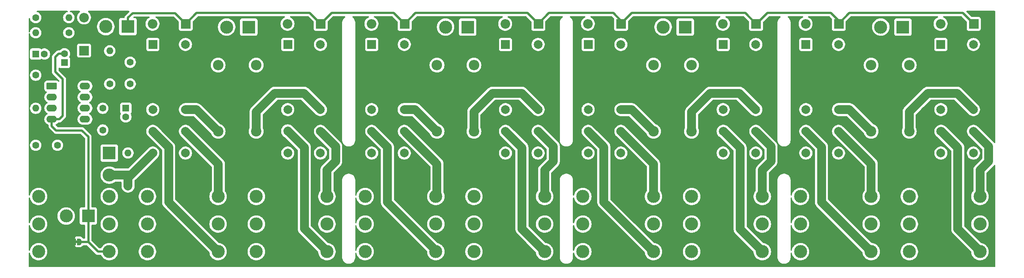
<source format=gbl>
%TF.GenerationSoftware,KiCad,Pcbnew,9.0.0+dfsg-1*%
%TF.CreationDate,2025-03-20T14:59:42+01:00*%
%TF.ProjectId,relays-array-8,72656c61-7973-42d6-9172-7261792d382e,1.0*%
%TF.SameCoordinates,Original*%
%TF.FileFunction,Copper,L2,Bot*%
%TF.FilePolarity,Positive*%
%FSLAX46Y46*%
G04 Gerber Fmt 4.6, Leading zero omitted, Abs format (unit mm)*
G04 Created by KiCad (PCBNEW 9.0.0+dfsg-1) date 2025-03-20 14:59:42*
%MOMM*%
%LPD*%
G01*
G04 APERTURE LIST*
G04 Aperture macros list*
%AMRoundRect*
0 Rectangle with rounded corners*
0 $1 Rounding radius*
0 $2 $3 $4 $5 $6 $7 $8 $9 X,Y pos of 4 corners*
0 Add a 4 corners polygon primitive as box body*
4,1,4,$2,$3,$4,$5,$6,$7,$8,$9,$2,$3,0*
0 Add four circle primitives for the rounded corners*
1,1,$1+$1,$2,$3*
1,1,$1+$1,$4,$5*
1,1,$1+$1,$6,$7*
1,1,$1+$1,$8,$9*
0 Add four rect primitives between the rounded corners*
20,1,$1+$1,$2,$3,$4,$5,0*
20,1,$1+$1,$4,$5,$6,$7,0*
20,1,$1+$1,$6,$7,$8,$9,0*
20,1,$1+$1,$8,$9,$2,$3,0*%
%AMFreePoly0*
4,1,23,0.500000,-0.750000,0.000000,-0.750000,0.000000,-0.745722,-0.065263,-0.745722,-0.191342,-0.711940,-0.304381,-0.646677,-0.396677,-0.554381,-0.461940,-0.441342,-0.495722,-0.315263,-0.495722,-0.250000,-0.500000,-0.250000,-0.500000,0.250000,-0.495722,0.250000,-0.495722,0.315263,-0.461940,0.441342,-0.396677,0.554381,-0.304381,0.646677,-0.191342,0.711940,-0.065263,0.745722,0.000000,0.745722,
0.000000,0.750000,0.500000,0.750000,0.500000,-0.750000,0.500000,-0.750000,$1*%
%AMFreePoly1*
4,1,23,0.000000,0.745722,0.065263,0.745722,0.191342,0.711940,0.304381,0.646677,0.396677,0.554381,0.461940,0.441342,0.495722,0.315263,0.495722,0.250000,0.500000,0.250000,0.500000,-0.250000,0.495722,-0.250000,0.495722,-0.315263,0.461940,-0.441342,0.396677,-0.554381,0.304381,-0.646677,0.191342,-0.711940,0.065263,-0.745722,0.000000,-0.745722,0.000000,-0.750000,-0.500000,-0.750000,
-0.500000,0.750000,0.000000,0.750000,0.000000,0.745722,0.000000,0.745722,$1*%
G04 Aperture macros list end*
%TA.AperFunction,EtchedComponent*%
%ADD10C,0.000000*%
%TD*%
%TA.AperFunction,ComponentPad*%
%ADD11C,2.000000*%
%TD*%
%TA.AperFunction,ComponentPad*%
%ADD12R,2.000000X2.000000*%
%TD*%
%TA.AperFunction,ComponentPad*%
%ADD13C,2.400000*%
%TD*%
%TA.AperFunction,ComponentPad*%
%ADD14O,2.400000X2.400000*%
%TD*%
%TA.AperFunction,ComponentPad*%
%ADD15R,3.000000X3.000000*%
%TD*%
%TA.AperFunction,ComponentPad*%
%ADD16C,3.000000*%
%TD*%
%TA.AperFunction,ComponentPad*%
%ADD17R,2.200000X2.200000*%
%TD*%
%TA.AperFunction,ComponentPad*%
%ADD18O,2.200000X2.200000*%
%TD*%
%TA.AperFunction,ComponentPad*%
%ADD19C,1.600000*%
%TD*%
%TA.AperFunction,ComponentPad*%
%ADD20O,1.600000X1.600000*%
%TD*%
%TA.AperFunction,ComponentPad*%
%ADD21R,1.600000X1.600000*%
%TD*%
%TA.AperFunction,ComponentPad*%
%ADD22RoundRect,0.250000X-0.950000X-0.550000X0.950000X-0.550000X0.950000X0.550000X-0.950000X0.550000X0*%
%TD*%
%TA.AperFunction,ComponentPad*%
%ADD23O,2.400000X1.600000*%
%TD*%
%TA.AperFunction,SMDPad,CuDef*%
%ADD24FreePoly0,0.000000*%
%TD*%
%TA.AperFunction,SMDPad,CuDef*%
%ADD25FreePoly1,0.000000*%
%TD*%
%TA.AperFunction,ViaPad*%
%ADD26C,0.600000*%
%TD*%
%TA.AperFunction,Conductor*%
%ADD27C,0.500000*%
%TD*%
%TA.AperFunction,Conductor*%
%ADD28C,2.000000*%
%TD*%
G04 APERTURE END LIST*
D10*
%TA.AperFunction,EtchedComponent*%
%TO.C,JP1*%
G36*
X47722851Y-120744036D02*
G01*
X47222851Y-120744036D01*
X47222851Y-120144036D01*
X47722851Y-120144036D01*
X47722851Y-120744036D01*
G37*
%TD.AperFunction*%
%TD*%
D11*
%TO.P,K6,11*%
%TO.N,Net-(J8-PadS)*%
X196000000Y-95000000D03*
%TO.P,K6,12*%
%TO.N,Net-(JP6-A)*%
X196000000Y-90000000D03*
%TO.P,K6,14*%
%TO.N,GND*%
X196000000Y-100000000D03*
%TO.P,K6,21*%
%TO.N,Net-(J8-PadT)*%
X203500000Y-95000000D03*
%TO.P,K6,22*%
%TO.N,Net-(JP6-B)*%
X203500000Y-90000000D03*
%TO.P,K6,24*%
%TO.N,/SIGNAL*%
X203500000Y-100000000D03*
D12*
%TO.P,K6,A1*%
%TO.N,Net-(D6-A)*%
X196000000Y-75000000D03*
D11*
%TO.P,K6,A2*%
%TO.N,+12V*%
X203500000Y-75000000D03*
%TD*%
%TO.P,K3,11*%
%TO.N,Net-(J4-PadS)*%
X115270000Y-95000000D03*
%TO.P,K3,12*%
%TO.N,Net-(JP4-A)*%
X115270000Y-90000000D03*
%TO.P,K3,14*%
%TO.N,GND*%
X115270000Y-100000000D03*
%TO.P,K3,21*%
%TO.N,Net-(J4-PadT)*%
X122770000Y-95000000D03*
%TO.P,K3,22*%
%TO.N,Net-(JP4-B)*%
X122770000Y-90000000D03*
%TO.P,K3,24*%
%TO.N,/SIGNAL*%
X122770000Y-100000000D03*
D12*
%TO.P,K3,A1*%
%TO.N,Net-(D3-A)*%
X115270000Y-75000000D03*
D11*
%TO.P,K3,A2*%
%TO.N,+12V*%
X122770000Y-75000000D03*
%TD*%
D13*
%TO.P,R3,1*%
%TO.N,Net-(JP4-B)*%
X130270000Y-95000000D03*
D14*
%TO.P,R3,2*%
%TO.N,Net-(JP4-A)*%
X130270000Y-79760000D03*
%TD*%
D15*
%TO.P,J16,1,Pin_1*%
%TO.N,GND*%
X50180000Y-114500000D03*
D16*
%TO.P,J16,2,Pin_2*%
%TO.N,Net-(J16-Pin_2)*%
X45100000Y-114500000D03*
%TD*%
D13*
%TO.P,R4,1*%
%TO.N,Net-(JP5-B)*%
X138750000Y-95000000D03*
D14*
%TO.P,R4,2*%
%TO.N,Net-(JP5-A)*%
X138750000Y-79760000D03*
%TD*%
D17*
%TO.P,D2,1,K*%
%TO.N,+12V*%
X103560000Y-70250000D03*
D18*
%TO.P,D2,2,A*%
%TO.N,Net-(D2-A)*%
X95940000Y-70250000D03*
%TD*%
D19*
%TO.P,C2,1*%
%TO.N,Net-(U1-+)*%
X38100000Y-98200000D03*
%TO.P,C2,2*%
%TO.N,Net-(J16-Pin_2)*%
X43100000Y-98200000D03*
%TD*%
%TO.P,R13,1*%
%TO.N,VCC*%
X55100000Y-84100000D03*
D20*
%TO.P,R13,2*%
%TO.N,+12V*%
X55100000Y-76480000D03*
%TD*%
D13*
%TO.P,R7,1*%
%TO.N,Net-(JP9-B)*%
X230000000Y-95000000D03*
D14*
%TO.P,R7,2*%
%TO.N,Net-(JP9-A)*%
X230000000Y-79760000D03*
%TD*%
D17*
%TO.P,D8,1,K*%
%TO.N,+12V*%
X253560000Y-70250000D03*
D18*
%TO.P,D8,2,A*%
%TO.N,Net-(D8-A)*%
X245940000Y-70250000D03*
%TD*%
D17*
%TO.P,D6,1,K*%
%TO.N,+12V*%
X203560000Y-70250000D03*
D18*
%TO.P,D6,2,A*%
%TO.N,Net-(D6-A)*%
X195940000Y-70250000D03*
%TD*%
D15*
%TO.P,J9,1,Pin_1*%
%TO.N,Net-(D6-A)*%
X187290000Y-71000000D03*
D16*
%TO.P,J9,2,Pin_2*%
%TO.N,Net-(D5-A)*%
X182210000Y-71000000D03*
%TD*%
D21*
%TO.P,C8,1*%
%TO.N,Net-(U1--)*%
X58800000Y-89700000D03*
D19*
%TO.P,C8,2*%
%TO.N,/SIGNAL*%
X58800000Y-91700000D03*
%TD*%
D17*
%TO.P,D3,1,K*%
%TO.N,+12V*%
X122830000Y-70250000D03*
D18*
%TO.P,D3,2,A*%
%TO.N,Net-(D3-A)*%
X115210000Y-70250000D03*
%TD*%
D11*
%TO.P,K4,11*%
%TO.N,Net-(J5-PadS)*%
X146000000Y-95000000D03*
%TO.P,K4,12*%
%TO.N,Net-(JP5-A)*%
X146000000Y-90000000D03*
%TO.P,K4,14*%
%TO.N,GND*%
X146000000Y-100000000D03*
%TO.P,K4,21*%
%TO.N,Net-(J5-PadT)*%
X153500000Y-95000000D03*
%TO.P,K4,22*%
%TO.N,Net-(JP5-B)*%
X153500000Y-90000000D03*
%TO.P,K4,24*%
%TO.N,/SIGNAL*%
X153500000Y-100000000D03*
D12*
%TO.P,K4,A1*%
%TO.N,Net-(D4-A)*%
X146000000Y-75000000D03*
D11*
%TO.P,K4,A2*%
%TO.N,+12V*%
X153500000Y-75000000D03*
%TD*%
D16*
%TO.P,J4,R*%
%TO.N,unconnected-(J4-PadR)*%
X130000000Y-116350000D03*
%TO.P,J4,RN*%
%TO.N,unconnected-(J4-PadRN)*%
X113770000Y-116350000D03*
%TO.P,J4,S*%
%TO.N,Net-(J4-PadS)*%
X130000000Y-122700000D03*
%TO.P,J4,SN*%
%TO.N,unconnected-(J4-PadSN)*%
X113770000Y-122700000D03*
%TO.P,J4,T*%
%TO.N,Net-(J4-PadT)*%
X130000000Y-110000000D03*
%TO.P,J4,TN*%
%TO.N,unconnected-(J4-PadTN)*%
X113770000Y-110000000D03*
%TD*%
D13*
%TO.P,R5,1*%
%TO.N,Net-(JP7-B)*%
X180000000Y-95000000D03*
D14*
%TO.P,R5,2*%
%TO.N,Net-(JP7-A)*%
X180000000Y-79760000D03*
%TD*%
D16*
%TO.P,J2,R*%
%TO.N,unconnected-(J2-PadR)*%
X105000000Y-116350000D03*
%TO.P,J2,RN*%
%TO.N,unconnected-(J2-PadRN)*%
X88770000Y-116350000D03*
%TO.P,J2,S*%
%TO.N,Net-(J2-PadS)*%
X105000000Y-122700000D03*
%TO.P,J2,SN*%
%TO.N,unconnected-(J2-PadSN)*%
X88770000Y-122700000D03*
%TO.P,J2,T*%
%TO.N,Net-(J2-PadT)*%
X105000000Y-110000000D03*
%TO.P,J2,TN*%
%TO.N,unconnected-(J2-PadTN)*%
X88770000Y-110000000D03*
%TD*%
D21*
%TO.P,C10,1*%
%TO.N,GNDS*%
X38100000Y-77200000D03*
D19*
%TO.P,C10,2*%
%TO.N,GND*%
X40100000Y-77200000D03*
%TD*%
D17*
%TO.P,D9,1,K*%
%TO.N,+12V*%
X49200000Y-76410000D03*
D18*
%TO.P,D9,2,A*%
%TO.N,GND*%
X49200000Y-68790000D03*
%TD*%
D16*
%TO.P,J11,R*%
%TO.N,unconnected-(J11-PadR)*%
X230000000Y-116350000D03*
%TO.P,J11,RN*%
%TO.N,unconnected-(J11-PadRN)*%
X213770000Y-116350000D03*
%TO.P,J11,S*%
%TO.N,Net-(J11-PadS)*%
X230000000Y-122700000D03*
%TO.P,J11,SN*%
%TO.N,unconnected-(J11-PadSN)*%
X213770000Y-122700000D03*
%TO.P,J11,T*%
%TO.N,Net-(J11-PadT)*%
X230000000Y-110000000D03*
%TO.P,J11,TN*%
%TO.N,unconnected-(J11-PadTN)*%
X213770000Y-110000000D03*
%TD*%
D17*
%TO.P,D4,1,K*%
%TO.N,+12V*%
X153560000Y-70250000D03*
D18*
%TO.P,D4,2,A*%
%TO.N,Net-(D4-A)*%
X145940000Y-70250000D03*
%TD*%
D16*
%TO.P,J14,R*%
%TO.N,unconnected-(J14-PadR)*%
X55000000Y-116350000D03*
%TO.P,J14,RN*%
%TO.N,unconnected-(J14-PadRN)*%
X38770000Y-116350000D03*
%TO.P,J14,S*%
%TO.N,GND*%
X55000000Y-122700000D03*
%TO.P,J14,SN*%
%TO.N,unconnected-(J14-PadSN)*%
X38770000Y-122700000D03*
%TO.P,J14,T*%
%TO.N,Net-(J16-Pin_2)*%
X55000000Y-110000000D03*
%TO.P,J14,TN*%
%TO.N,unconnected-(J14-PadTN)*%
X38770000Y-110000000D03*
%TD*%
D15*
%TO.P,J13,1,Pin_1*%
%TO.N,Net-(D8-A)*%
X237290000Y-71000000D03*
D16*
%TO.P,J13,2,Pin_2*%
%TO.N,Net-(D7-A)*%
X232210000Y-71000000D03*
%TD*%
D13*
%TO.P,R2,1*%
%TO.N,Net-(JP2-B)*%
X88750000Y-95000000D03*
D14*
%TO.P,R2,2*%
%TO.N,Net-(JP2-A)*%
X88750000Y-79760000D03*
%TD*%
D16*
%TO.P,J8,R*%
%TO.N,unconnected-(J8-PadR)*%
X205000000Y-116350000D03*
%TO.P,J8,RN*%
%TO.N,unconnected-(J8-PadRN)*%
X188770000Y-116350000D03*
%TO.P,J8,S*%
%TO.N,Net-(J8-PadS)*%
X205000000Y-122700000D03*
%TO.P,J8,SN*%
%TO.N,unconnected-(J8-PadSN)*%
X188770000Y-122700000D03*
%TO.P,J8,T*%
%TO.N,Net-(J8-PadT)*%
X205000000Y-110000000D03*
%TO.P,J8,TN*%
%TO.N,unconnected-(J8-PadTN)*%
X188770000Y-110000000D03*
%TD*%
D11*
%TO.P,K1,11*%
%TO.N,Net-(J1-PadS)*%
X65000000Y-95000000D03*
%TO.P,K1,12*%
%TO.N,Net-(JP3-A)*%
X65000000Y-90000000D03*
%TO.P,K1,14*%
%TO.N,GND*%
X65000000Y-100000000D03*
%TO.P,K1,21*%
%TO.N,Net-(J1-PadT)*%
X72500000Y-95000000D03*
%TO.P,K1,22*%
%TO.N,Net-(JP3-B)*%
X72500000Y-90000000D03*
%TO.P,K1,24*%
%TO.N,/SIGNAL*%
X72500000Y-100000000D03*
D12*
%TO.P,K1,A1*%
%TO.N,Net-(D1-A)*%
X65000000Y-75000000D03*
D11*
%TO.P,K1,A2*%
%TO.N,+12V*%
X72500000Y-75000000D03*
%TD*%
D17*
%TO.P,D1,1,K*%
%TO.N,+12V*%
X72560000Y-70250000D03*
D18*
%TO.P,D1,2,A*%
%TO.N,Net-(D1-A)*%
X64940000Y-70250000D03*
%TD*%
D19*
%TO.P,R16,1*%
%TO.N,GNDS*%
X38100000Y-82080000D03*
D20*
%TO.P,R16,2*%
%TO.N,Net-(U1-+)*%
X38100000Y-89700000D03*
%TD*%
D16*
%TO.P,J1,R*%
%TO.N,unconnected-(J1-PadR)*%
X80000000Y-116350000D03*
%TO.P,J1,RN*%
%TO.N,unconnected-(J1-PadRN)*%
X63770000Y-116350000D03*
%TO.P,J1,S*%
%TO.N,Net-(J1-PadS)*%
X80000000Y-122700000D03*
%TO.P,J1,SN*%
%TO.N,unconnected-(J1-PadSN)*%
X63770000Y-122700000D03*
%TO.P,J1,T*%
%TO.N,Net-(J1-PadT)*%
X80000000Y-110000000D03*
%TO.P,J1,TN*%
%TO.N,unconnected-(J1-PadTN)*%
X63770000Y-110000000D03*
%TD*%
%TO.P,J12,R*%
%TO.N,unconnected-(J12-PadR)*%
X255000000Y-116350000D03*
%TO.P,J12,RN*%
%TO.N,unconnected-(J12-PadRN)*%
X238770000Y-116350000D03*
%TO.P,J12,S*%
%TO.N,Net-(J12-PadS)*%
X255000000Y-122700000D03*
%TO.P,J12,SN*%
%TO.N,unconnected-(J12-PadSN)*%
X238770000Y-122700000D03*
%TO.P,J12,T*%
%TO.N,Net-(J12-PadT)*%
X255000000Y-110000000D03*
%TO.P,J12,TN*%
%TO.N,unconnected-(J12-PadTN)*%
X238770000Y-110000000D03*
%TD*%
D17*
%TO.P,D7,1,K*%
%TO.N,+12V*%
X222560000Y-70250000D03*
D18*
%TO.P,D7,2,A*%
%TO.N,Net-(D7-A)*%
X214940000Y-70250000D03*
%TD*%
D17*
%TO.P,D5,1,K*%
%TO.N,+12V*%
X172560000Y-70250000D03*
D18*
%TO.P,D5,2,A*%
%TO.N,Net-(D5-A)*%
X164940000Y-70250000D03*
%TD*%
D11*
%TO.P,K2,11*%
%TO.N,Net-(J2-PadS)*%
X96000000Y-95000000D03*
%TO.P,K2,12*%
%TO.N,Net-(JP2-A)*%
X96000000Y-90000000D03*
%TO.P,K2,14*%
%TO.N,GND*%
X96000000Y-100000000D03*
%TO.P,K2,21*%
%TO.N,Net-(J2-PadT)*%
X103500000Y-95000000D03*
%TO.P,K2,22*%
%TO.N,Net-(JP2-B)*%
X103500000Y-90000000D03*
%TO.P,K2,24*%
%TO.N,/SIGNAL*%
X103500000Y-100000000D03*
D12*
%TO.P,K2,A1*%
%TO.N,Net-(D2-A)*%
X96000000Y-75000000D03*
D11*
%TO.P,K2,A2*%
%TO.N,+12V*%
X103500000Y-75000000D03*
%TD*%
D19*
%TO.P,R9,1*%
%TO.N,GND*%
X59300000Y-107600000D03*
D20*
%TO.P,R9,2*%
%TO.N,/SIGNAL*%
X59300000Y-99980000D03*
%TD*%
D19*
%TO.P,C1,1*%
%TO.N,/SIGNAL*%
X53500000Y-94700000D03*
%TO.P,C1,2*%
%TO.N,Net-(U1--)*%
X53500000Y-89700000D03*
%TD*%
D13*
%TO.P,R1,1*%
%TO.N,Net-(JP3-B)*%
X80000000Y-95000000D03*
D14*
%TO.P,R1,2*%
%TO.N,Net-(JP3-A)*%
X80000000Y-79760000D03*
%TD*%
D15*
%TO.P,J6,1,Pin_1*%
%TO.N,Net-(D4-A)*%
X137330000Y-71000000D03*
D16*
%TO.P,J6,2,Pin_2*%
%TO.N,Net-(D3-A)*%
X132250000Y-71000000D03*
%TD*%
D19*
%TO.P,R15,1*%
%TO.N,GNDS*%
X38080000Y-68800000D03*
D20*
%TO.P,R15,2*%
%TO.N,GND*%
X45700000Y-68800000D03*
%TD*%
D15*
%TO.P,J3,1,Pin_1*%
%TO.N,Net-(D2-A)*%
X87040000Y-71000000D03*
D16*
%TO.P,J3,2,Pin_2*%
%TO.N,Net-(D1-A)*%
X81960000Y-71000000D03*
%TD*%
D13*
%TO.P,R6,1*%
%TO.N,Net-(JP6-B)*%
X188750000Y-95000000D03*
D14*
%TO.P,R6,2*%
%TO.N,Net-(JP6-A)*%
X188750000Y-79760000D03*
%TD*%
D22*
%TO.P,U1,1,VOS*%
%TO.N,unconnected-(U1-VOS-Pad1)*%
X41790000Y-84590000D03*
D23*
%TO.P,U1,2,-*%
%TO.N,Net-(U1--)*%
X41790000Y-87130000D03*
%TO.P,U1,3,+*%
%TO.N,Net-(U1-+)*%
X41790000Y-89670000D03*
%TO.P,U1,4,V-*%
%TO.N,GND*%
X41790000Y-92210000D03*
%TO.P,U1,5,NC*%
%TO.N,unconnected-(U1-NC-Pad5)*%
X49410000Y-92210000D03*
%TO.P,U1,6*%
%TO.N,Net-(U1--)*%
X49410000Y-89670000D03*
%TO.P,U1,7,V+*%
%TO.N,VCC*%
X49410000Y-87130000D03*
%TO.P,U1,8,VOS*%
%TO.N,unconnected-(U1-VOS-Pad8)*%
X49410000Y-84590000D03*
%TD*%
D11*
%TO.P,K8,11*%
%TO.N,Net-(J12-PadS)*%
X246000000Y-95000000D03*
%TO.P,K8,12*%
%TO.N,Net-(JP8-A)*%
X246000000Y-90000000D03*
%TO.P,K8,14*%
%TO.N,GND*%
X246000000Y-100000000D03*
%TO.P,K8,21*%
%TO.N,Net-(J12-PadT)*%
X253500000Y-95000000D03*
%TO.P,K8,22*%
%TO.N,Net-(JP8-B)*%
X253500000Y-90000000D03*
%TO.P,K8,24*%
%TO.N,/SIGNAL*%
X253500000Y-100000000D03*
D12*
%TO.P,K8,A1*%
%TO.N,Net-(D8-A)*%
X246000000Y-75000000D03*
D11*
%TO.P,K8,A2*%
%TO.N,+12V*%
X253500000Y-75000000D03*
%TD*%
D16*
%TO.P,J7,R*%
%TO.N,unconnected-(J7-PadR)*%
X180000000Y-116350000D03*
%TO.P,J7,RN*%
%TO.N,unconnected-(J7-PadRN)*%
X163770000Y-116350000D03*
%TO.P,J7,S*%
%TO.N,Net-(J7-PadS)*%
X180000000Y-122700000D03*
%TO.P,J7,SN*%
%TO.N,unconnected-(J7-PadSN)*%
X163770000Y-122700000D03*
%TO.P,J7,T*%
%TO.N,Net-(J7-PadT)*%
X180000000Y-110000000D03*
%TO.P,J7,TN*%
%TO.N,unconnected-(J7-PadTN)*%
X163770000Y-110000000D03*
%TD*%
%TO.P,J5,R*%
%TO.N,unconnected-(J5-PadR)*%
X155000000Y-116350000D03*
%TO.P,J5,RN*%
%TO.N,unconnected-(J5-PadRN)*%
X138770000Y-116350000D03*
%TO.P,J5,S*%
%TO.N,Net-(J5-PadS)*%
X155000000Y-122700000D03*
%TO.P,J5,SN*%
%TO.N,unconnected-(J5-PadSN)*%
X138770000Y-122700000D03*
%TO.P,J5,T*%
%TO.N,Net-(J5-PadT)*%
X155000000Y-110000000D03*
%TO.P,J5,TN*%
%TO.N,unconnected-(J5-PadTN)*%
X138770000Y-110000000D03*
%TD*%
D15*
%TO.P,J15,1,Pin_1*%
%TO.N,/SIGNAL*%
X55000000Y-100000000D03*
D16*
%TO.P,J15,2,Pin_2*%
%TO.N,GND*%
X55000000Y-105080000D03*
%TD*%
D19*
%TO.P,R14,1*%
%TO.N,+12V*%
X45700000Y-72300000D03*
D20*
%TO.P,R14,2*%
%TO.N,GNDS*%
X38080000Y-72300000D03*
%TD*%
D13*
%TO.P,R8,1*%
%TO.N,Net-(JP8-B)*%
X238750000Y-95000000D03*
D14*
%TO.P,R8,2*%
%TO.N,Net-(JP8-A)*%
X238750000Y-79760000D03*
%TD*%
D11*
%TO.P,K5,11*%
%TO.N,Net-(J7-PadS)*%
X165000000Y-95000000D03*
%TO.P,K5,12*%
%TO.N,Net-(JP7-A)*%
X165000000Y-90000000D03*
%TO.P,K5,14*%
%TO.N,GND*%
X165000000Y-100000000D03*
%TO.P,K5,21*%
%TO.N,Net-(J7-PadT)*%
X172500000Y-95000000D03*
%TO.P,K5,22*%
%TO.N,Net-(JP7-B)*%
X172500000Y-90000000D03*
%TO.P,K5,24*%
%TO.N,/SIGNAL*%
X172500000Y-100000000D03*
D12*
%TO.P,K5,A1*%
%TO.N,Net-(D5-A)*%
X165000000Y-75000000D03*
D11*
%TO.P,K5,A2*%
%TO.N,+12V*%
X172500000Y-75000000D03*
%TD*%
D21*
%TO.P,C7,1*%
%TO.N,VCC*%
X44700000Y-79155113D03*
D19*
%TO.P,C7,2*%
%TO.N,GND*%
X44700000Y-77155113D03*
%TD*%
%TO.P,C3,1*%
%TO.N,VCC*%
X59800000Y-84100000D03*
%TO.P,C3,2*%
%TO.N,GND*%
X59800000Y-79100000D03*
%TD*%
D15*
%TO.P,J10,1,Pin_1*%
%TO.N,+12V*%
X59280000Y-70900000D03*
D16*
%TO.P,J10,2,Pin_2*%
%TO.N,GND*%
X54200000Y-70900000D03*
%TD*%
D11*
%TO.P,K7,11*%
%TO.N,Net-(J11-PadS)*%
X215000000Y-95000000D03*
%TO.P,K7,12*%
%TO.N,Net-(JP9-A)*%
X215000000Y-90000000D03*
%TO.P,K7,14*%
%TO.N,GND*%
X215000000Y-100000000D03*
%TO.P,K7,21*%
%TO.N,Net-(J11-PadT)*%
X222500000Y-95000000D03*
%TO.P,K7,22*%
%TO.N,Net-(JP9-B)*%
X222500000Y-90000000D03*
%TO.P,K7,24*%
%TO.N,/SIGNAL*%
X222500000Y-100000000D03*
D12*
%TO.P,K7,A1*%
%TO.N,Net-(D7-A)*%
X215000000Y-75000000D03*
D11*
%TO.P,K7,A2*%
%TO.N,+12V*%
X222500000Y-75000000D03*
%TD*%
D24*
%TO.P,JP1,1,A*%
%TO.N,Earth*%
X46822851Y-120444036D03*
D25*
%TO.P,JP1,2,B*%
%TO.N,GND*%
X48122851Y-120444036D03*
%TD*%
D26*
%TO.N,Earth*%
X43000000Y-120600000D03*
%TD*%
D27*
%TO.N,+12V*%
X172560000Y-69560000D02*
X172560000Y-70250000D01*
X203560000Y-70250000D02*
X203560000Y-70190000D01*
X175000000Y-67750000D02*
X201060000Y-67750000D01*
X172560000Y-70250000D02*
X172560000Y-70190000D01*
X60350000Y-67800000D02*
X70110000Y-67800000D01*
X59280000Y-70900000D02*
X59280000Y-68870000D01*
X220750000Y-67750000D02*
X222560000Y-69560000D01*
X70110000Y-67800000D02*
X72560000Y-70250000D01*
X72560000Y-70250000D02*
X75060000Y-67750000D01*
X222560000Y-70190000D02*
X225000000Y-67750000D01*
X75060000Y-67750000D02*
X101060000Y-67750000D01*
X151060000Y-67750000D02*
X125330000Y-67750000D01*
X253560000Y-70250000D02*
X253560000Y-70190000D01*
X59280000Y-68870000D02*
X60350000Y-67800000D01*
X151060000Y-67750000D02*
X153560000Y-70250000D01*
X153560000Y-70190000D02*
X156000000Y-67750000D01*
X101060000Y-67750000D02*
X103560000Y-70250000D01*
X251060000Y-67750000D02*
X253560000Y-70250000D01*
X106060000Y-67750000D02*
X120330000Y-67750000D01*
X172560000Y-70190000D02*
X175000000Y-67750000D01*
X222560000Y-70250000D02*
X222560000Y-70190000D01*
X206165000Y-67750000D02*
X220750000Y-67750000D01*
X153560000Y-70250000D02*
X153560000Y-70190000D01*
X103560000Y-70250000D02*
X106060000Y-67750000D01*
X156000000Y-67750000D02*
X170750000Y-67750000D01*
X120330000Y-67750000D02*
X122830000Y-70250000D01*
X170750000Y-67750000D02*
X172560000Y-69560000D01*
X122830000Y-70250000D02*
X125330000Y-67750000D01*
X222560000Y-69560000D02*
X222560000Y-70250000D01*
X201060000Y-67750000D02*
X203560000Y-70250000D01*
X225000000Y-67750000D02*
X251060000Y-67750000D01*
X203665000Y-70250000D02*
X206165000Y-67750000D01*
D28*
%TO.N,Net-(J1-PadS)*%
X68650000Y-111350000D02*
X68650000Y-98650000D01*
X68650000Y-98650000D02*
X65050000Y-95050000D01*
X80050000Y-122750000D02*
X68650000Y-111350000D01*
%TO.N,Net-(J1-PadT)*%
X80050000Y-102550000D02*
X72550000Y-95050000D01*
X80050000Y-110050000D02*
X80050000Y-102550000D01*
%TO.N,Net-(J2-PadS)*%
X99800000Y-117400000D02*
X99800000Y-98700000D01*
X99800000Y-98700000D02*
X96000000Y-94900000D01*
X105000000Y-122600000D02*
X99800000Y-117400000D01*
%TO.N,Net-(J2-PadT)*%
X105000000Y-110000000D02*
X105000000Y-103900000D01*
X107000000Y-101900000D02*
X107000000Y-98500000D01*
X107000000Y-98500000D02*
X103500000Y-95000000D01*
X105000000Y-103900000D02*
X107000000Y-101900000D01*
%TO.N,Net-(J4-PadS)*%
X130270000Y-122700000D02*
X118870000Y-111300000D01*
X118870000Y-111300000D02*
X118870000Y-98600000D01*
X118870000Y-98600000D02*
X115270000Y-95000000D01*
%TO.N,Net-(J4-PadT)*%
X130270000Y-102500000D02*
X122770000Y-95000000D01*
X130270000Y-110000000D02*
X130270000Y-102500000D01*
%TO.N,Net-(J5-PadS)*%
X149800000Y-98800000D02*
X146000000Y-95000000D01*
X155000000Y-122700000D02*
X149800000Y-117500000D01*
X149800000Y-117500000D02*
X149800000Y-98800000D01*
%TO.N,Net-(J5-PadT)*%
X157000000Y-98500000D02*
X153500000Y-95000000D01*
X157000000Y-101900000D02*
X157000000Y-98500000D01*
X155000000Y-103900000D02*
X157000000Y-101900000D01*
X155000000Y-110000000D02*
X155000000Y-103900000D01*
%TO.N,Net-(J7-PadS)*%
X180000000Y-122700000D02*
X168600000Y-111300000D01*
X168600000Y-98600000D02*
X165000000Y-95000000D01*
X168600000Y-111300000D02*
X168600000Y-98600000D01*
%TO.N,Net-(J7-PadT)*%
X180000000Y-102500000D02*
X172500000Y-95000000D01*
X180000000Y-110000000D02*
X180000000Y-102500000D01*
%TO.N,Net-(J8-PadT)*%
X207000000Y-98500000D02*
X203500000Y-95000000D01*
X207000000Y-101900000D02*
X207000000Y-98500000D01*
X205000000Y-103900000D02*
X207000000Y-101900000D01*
X205000000Y-110000000D02*
X205000000Y-103900000D01*
%TO.N,Net-(J8-PadS)*%
X199900000Y-117500000D02*
X199900000Y-98800000D01*
X199900000Y-98800000D02*
X196100000Y-95000000D01*
X205100000Y-122700000D02*
X199900000Y-117500000D01*
D27*
%TO.N,GND*%
X50180000Y-120480000D02*
X50180000Y-114500000D01*
X43490000Y-92210000D02*
X44300000Y-91400000D01*
X50180000Y-114500000D02*
X50180000Y-96280000D01*
X55000000Y-122700000D02*
X52400000Y-122700000D01*
X43344887Y-77155113D02*
X44700000Y-77155113D01*
X52400000Y-122700000D02*
X50180000Y-120480000D01*
X42600000Y-77900000D02*
X43344887Y-77155113D01*
X44300000Y-91400000D02*
X44300000Y-83000000D01*
X44300000Y-83000000D02*
X42600000Y-81300000D01*
D28*
X59300000Y-105700000D02*
X59920000Y-105080000D01*
D27*
X42800000Y-94800000D02*
X41790000Y-93790000D01*
X50180000Y-96280000D02*
X48700000Y-94800000D01*
X48700000Y-94800000D02*
X42800000Y-94800000D01*
D28*
X59300000Y-107600000D02*
X59300000Y-105700000D01*
X55000000Y-105080000D02*
X59920000Y-105080000D01*
D27*
X50178922Y-120478922D02*
X50180000Y-120480000D01*
D28*
X59920000Y-105080000D02*
X65000000Y-100000000D01*
D27*
X41790000Y-92210000D02*
X43490000Y-92210000D01*
X42600000Y-81300000D02*
X42600000Y-77900000D01*
X41790000Y-93790000D02*
X41790000Y-92210000D01*
X48084310Y-120478922D02*
X50178922Y-120478922D01*
D28*
%TO.N,Net-(JP2-B)*%
X93000000Y-86250000D02*
X99750000Y-86250000D01*
X88750000Y-95000000D02*
X88750000Y-90500000D01*
X88750000Y-90500000D02*
X93000000Y-86250000D01*
X99750000Y-86250000D02*
X103500000Y-90000000D01*
%TO.N,Net-(JP3-B)*%
X72500000Y-90000000D02*
X75000000Y-90000000D01*
X75000000Y-90000000D02*
X80000000Y-95000000D01*
%TO.N,Net-(JP4-B)*%
X122747500Y-89990000D02*
X125247500Y-89990000D01*
X125247500Y-89990000D02*
X130247500Y-94990000D01*
%TO.N,Net-(JP5-B)*%
X143000000Y-86250000D02*
X149750000Y-86250000D01*
X138750000Y-95000000D02*
X138750000Y-90500000D01*
X149750000Y-86250000D02*
X153500000Y-90000000D01*
X138750000Y-90500000D02*
X143000000Y-86250000D01*
%TO.N,Net-(JP8-B)*%
X238750000Y-90500000D02*
X243000000Y-86250000D01*
%TO.N,Net-(JP6-B)*%
X199750000Y-86250000D02*
X203500000Y-90000000D01*
X193000000Y-86250000D02*
X199750000Y-86250000D01*
%TO.N,Net-(JP8-B)*%
X238750000Y-95000000D02*
X238750000Y-90500000D01*
%TO.N,Net-(JP6-B)*%
X188750000Y-95000000D02*
X188750000Y-90500000D01*
%TO.N,Net-(JP8-B)*%
X249750000Y-86250000D02*
X253500000Y-90000000D01*
X243000000Y-86250000D02*
X249750000Y-86250000D01*
%TO.N,Net-(JP6-B)*%
X188750000Y-90500000D02*
X193000000Y-86250000D01*
%TO.N,Net-(JP7-B)*%
X175000000Y-90000000D02*
X180000000Y-95000000D01*
X172500000Y-90000000D02*
X175000000Y-90000000D01*
%TO.N,Net-(JP9-B)*%
X222500000Y-90000000D02*
X225000000Y-90000000D01*
X225000000Y-90000000D02*
X230000000Y-95000000D01*
%TO.N,Net-(J11-PadT)*%
X230000000Y-110000000D02*
X230000000Y-102500000D01*
X230000000Y-102500000D02*
X222500000Y-95000000D01*
%TO.N,Net-(J11-PadS)*%
X230000000Y-122700000D02*
X218600000Y-111300000D01*
X218600000Y-111300000D02*
X218600000Y-98600000D01*
X218600000Y-98600000D02*
X215000000Y-95000000D01*
%TO.N,Net-(J12-PadS)*%
X255100000Y-122700000D02*
X249900000Y-117500000D01*
X249900000Y-98800000D02*
X246100000Y-95000000D01*
X249900000Y-117500000D02*
X249900000Y-98800000D01*
%TO.N,Net-(J12-PadT)*%
X257000000Y-101900000D02*
X257000000Y-98500000D01*
X257000000Y-98500000D02*
X253500000Y-95000000D01*
X255000000Y-110000000D02*
X255000000Y-103900000D01*
X255000000Y-103900000D02*
X257000000Y-101900000D01*
%TD*%
%TA.AperFunction,Conductor*%
%TO.N,Earth*%
G36*
X45394118Y-67270462D02*
G01*
X45448656Y-67325000D01*
X45468618Y-67399500D01*
X45448656Y-67474000D01*
X45394118Y-67528538D01*
X45365662Y-67541207D01*
X45200787Y-67594778D01*
X45200775Y-67594782D01*
X45018387Y-67687714D01*
X44852787Y-67808028D01*
X44852779Y-67808035D01*
X44708035Y-67952779D01*
X44708028Y-67952787D01*
X44587714Y-68118387D01*
X44494782Y-68300775D01*
X44494778Y-68300787D01*
X44431523Y-68495465D01*
X44428685Y-68513382D01*
X44399500Y-68697648D01*
X44399500Y-68902352D01*
X44431523Y-69104534D01*
X44492602Y-69292517D01*
X44494778Y-69299212D01*
X44494782Y-69299224D01*
X44587714Y-69481612D01*
X44708028Y-69647212D01*
X44708035Y-69647220D01*
X44852779Y-69791964D01*
X44852787Y-69791971D01*
X44976582Y-69881912D01*
X45018390Y-69912287D01*
X45200781Y-70005220D01*
X45395466Y-70068477D01*
X45597648Y-70100500D01*
X45597653Y-70100500D01*
X45802347Y-70100500D01*
X45802352Y-70100500D01*
X46004534Y-70068477D01*
X46199219Y-70005220D01*
X46381610Y-69912287D01*
X46547219Y-69791966D01*
X46691966Y-69647219D01*
X46812287Y-69481610D01*
X46905220Y-69299219D01*
X46968477Y-69104534D01*
X47000500Y-68902352D01*
X47000500Y-68697648D01*
X46968477Y-68495466D01*
X46905220Y-68300781D01*
X46812287Y-68118390D01*
X46812285Y-68118387D01*
X46691971Y-67952787D01*
X46691964Y-67952779D01*
X46547220Y-67808035D01*
X46547212Y-67808028D01*
X46381612Y-67687714D01*
X46199224Y-67594782D01*
X46199220Y-67594780D01*
X46199219Y-67594780D01*
X46034337Y-67541206D01*
X45969653Y-67499200D01*
X45934638Y-67430479D01*
X45938675Y-67353456D01*
X45980682Y-67288771D01*
X46049403Y-67253756D01*
X46080382Y-67250500D01*
X48137431Y-67250500D01*
X48211931Y-67270462D01*
X48266469Y-67325000D01*
X48286431Y-67399500D01*
X48266469Y-67474000D01*
X48225011Y-67520043D01*
X48157353Y-67569199D01*
X48157342Y-67569208D01*
X47979208Y-67747342D01*
X47979206Y-67747345D01*
X47831131Y-67951152D01*
X47831131Y-67951153D01*
X47716762Y-68175615D01*
X47716757Y-68175627D01*
X47638911Y-68415212D01*
X47638910Y-68415212D01*
X47626199Y-68495466D01*
X47599500Y-68664038D01*
X47599500Y-68915962D01*
X47638910Y-69164785D01*
X47716759Y-69404379D01*
X47805300Y-69578151D01*
X47831131Y-69628846D01*
X47831131Y-69628847D01*
X47905168Y-69730750D01*
X47979207Y-69832656D01*
X48157344Y-70010793D01*
X48361155Y-70158870D01*
X48585621Y-70273241D01*
X48825215Y-70351090D01*
X49074038Y-70390500D01*
X49074043Y-70390500D01*
X49325957Y-70390500D01*
X49325962Y-70390500D01*
X49574785Y-70351090D01*
X49814379Y-70273241D01*
X50038845Y-70158870D01*
X50242656Y-70010793D01*
X50420793Y-69832656D01*
X50568870Y-69628845D01*
X50683241Y-69404379D01*
X50761090Y-69164785D01*
X50800500Y-68915962D01*
X50800500Y-68664038D01*
X50761090Y-68415215D01*
X50683241Y-68175621D01*
X50568870Y-67951155D01*
X50420793Y-67747344D01*
X50242656Y-67569207D01*
X50242654Y-67569205D01*
X50242646Y-67569199D01*
X50174989Y-67520043D01*
X50126451Y-67460104D01*
X50114385Y-67383925D01*
X50142026Y-67311920D01*
X50201965Y-67263382D01*
X50262569Y-67250500D01*
X59478415Y-67250500D01*
X59552915Y-67270462D01*
X59607453Y-67325000D01*
X59627415Y-67399500D01*
X59607453Y-67474000D01*
X59583774Y-67504859D01*
X58697046Y-68391586D01*
X58697045Y-68391588D01*
X58681261Y-68415212D01*
X58681259Y-68415214D01*
X58614921Y-68514495D01*
X58614913Y-68514510D01*
X58558341Y-68651087D01*
X58532784Y-68779570D01*
X58498670Y-68848744D01*
X58434540Y-68891593D01*
X58386647Y-68899500D01*
X57732136Y-68899500D01*
X57732111Y-68899502D01*
X57672521Y-68905908D01*
X57672515Y-68905909D01*
X57537670Y-68956202D01*
X57537666Y-68956204D01*
X57422455Y-69042452D01*
X57422452Y-69042455D01*
X57336204Y-69157666D01*
X57336202Y-69157670D01*
X57285908Y-69292517D01*
X57279500Y-69352114D01*
X57279500Y-72447863D01*
X57279502Y-72447888D01*
X57285908Y-72507478D01*
X57285909Y-72507484D01*
X57336202Y-72642329D01*
X57336204Y-72642333D01*
X57422452Y-72757544D01*
X57422455Y-72757547D01*
X57537666Y-72843795D01*
X57537670Y-72843797D01*
X57672517Y-72894091D01*
X57732114Y-72900499D01*
X57732118Y-72900499D01*
X57732127Y-72900500D01*
X60827872Y-72900499D01*
X60887483Y-72894091D01*
X60985471Y-72857544D01*
X61022329Y-72843797D01*
X61022333Y-72843795D01*
X61083453Y-72798040D01*
X61137546Y-72757546D01*
X61223796Y-72642331D01*
X61236794Y-72607483D01*
X61259022Y-72547885D01*
X61274091Y-72507483D01*
X61279246Y-72459538D01*
X61280499Y-72447885D01*
X61280499Y-72447882D01*
X61280500Y-72447873D01*
X61280499Y-69352128D01*
X61274091Y-69292517D01*
X61240315Y-69201959D01*
X61223797Y-69157670D01*
X61223795Y-69157666D01*
X61137547Y-69042455D01*
X61137544Y-69042452D01*
X61022333Y-68956204D01*
X61022329Y-68956202D01*
X60887482Y-68905908D01*
X60827885Y-68899500D01*
X60827873Y-68899500D01*
X60671585Y-68899500D01*
X60652637Y-68894423D01*
X60633021Y-68894423D01*
X60616033Y-68884615D01*
X60597085Y-68879538D01*
X60583213Y-68865666D01*
X60566226Y-68855859D01*
X60556418Y-68838871D01*
X60542547Y-68825000D01*
X60537469Y-68806051D01*
X60527662Y-68789064D01*
X60527662Y-68769447D01*
X60522585Y-68750500D01*
X60527662Y-68731552D01*
X60527662Y-68711936D01*
X60537469Y-68694948D01*
X60542547Y-68676000D01*
X60566226Y-68645141D01*
X60617226Y-68594141D01*
X60684021Y-68555577D01*
X60722585Y-68550500D01*
X64129423Y-68550500D01*
X64203923Y-68570462D01*
X64258461Y-68625000D01*
X64278423Y-68699500D01*
X64258461Y-68774000D01*
X64203923Y-68828538D01*
X64197068Y-68832260D01*
X64101153Y-68881131D01*
X64101152Y-68881131D01*
X63897345Y-69029206D01*
X63897342Y-69029208D01*
X63719208Y-69207342D01*
X63719206Y-69207345D01*
X63571131Y-69411152D01*
X63571131Y-69411153D01*
X63456762Y-69635615D01*
X63456757Y-69635627D01*
X63378910Y-69875214D01*
X63373039Y-69912285D01*
X63339500Y-70124038D01*
X63339500Y-70375962D01*
X63378910Y-70624785D01*
X63456759Y-70864379D01*
X63541719Y-71031123D01*
X63571131Y-71088846D01*
X63571131Y-71088847D01*
X63642962Y-71187713D01*
X63719207Y-71292656D01*
X63897344Y-71470793D01*
X64101155Y-71618870D01*
X64325621Y-71733241D01*
X64565215Y-71811090D01*
X64814038Y-71850500D01*
X64814043Y-71850500D01*
X65065957Y-71850500D01*
X65065962Y-71850500D01*
X65314785Y-71811090D01*
X65554379Y-71733241D01*
X65778845Y-71618870D01*
X65982656Y-71470793D01*
X66160793Y-71292656D01*
X66308870Y-71088845D01*
X66423241Y-70864379D01*
X66501090Y-70624785D01*
X66540500Y-70375962D01*
X66540500Y-70124038D01*
X66501090Y-69875215D01*
X66423241Y-69635621D01*
X66308870Y-69411155D01*
X66160793Y-69207344D01*
X65982656Y-69029207D01*
X65778845Y-68881130D01*
X65682931Y-68832259D01*
X65625615Y-68780651D01*
X65601781Y-68707298D01*
X65617817Y-68631855D01*
X65669426Y-68574538D01*
X65742779Y-68550704D01*
X65750577Y-68550500D01*
X69737414Y-68550500D01*
X69811914Y-68570462D01*
X69842773Y-68594141D01*
X70915859Y-69667226D01*
X70954423Y-69734021D01*
X70959500Y-69772585D01*
X70959500Y-71397863D01*
X70959502Y-71397888D01*
X70965908Y-71457478D01*
X70965909Y-71457484D01*
X71016202Y-71592329D01*
X71016204Y-71592333D01*
X71102452Y-71707544D01*
X71102455Y-71707547D01*
X71217666Y-71793795D01*
X71217670Y-71793797D01*
X71352517Y-71844091D01*
X71412114Y-71850499D01*
X71412118Y-71850499D01*
X71412127Y-71850500D01*
X73707872Y-71850499D01*
X73767483Y-71844091D01*
X73883587Y-71800787D01*
X73902329Y-71793797D01*
X73902333Y-71793795D01*
X73959938Y-71750671D01*
X74017546Y-71707546D01*
X74083929Y-71618870D01*
X74103795Y-71592333D01*
X74103797Y-71592329D01*
X74124174Y-71537693D01*
X74154091Y-71457483D01*
X74155823Y-71441370D01*
X74160499Y-71397885D01*
X74160500Y-71397867D01*
X74160500Y-70868876D01*
X79959500Y-70868876D01*
X79959500Y-71131123D01*
X79993728Y-71391107D01*
X79993728Y-71391110D01*
X80061600Y-71644415D01*
X80061600Y-71644416D01*
X80120537Y-71786701D01*
X80146962Y-71850497D01*
X80161959Y-71886701D01*
X80293078Y-72113806D01*
X80293078Y-72113807D01*
X80452715Y-72321848D01*
X80638151Y-72507284D01*
X80846193Y-72666921D01*
X80846197Y-72666924D01*
X81073303Y-72798043D01*
X81238020Y-72866271D01*
X81315583Y-72898399D01*
X81403332Y-72921910D01*
X81568884Y-72966270D01*
X81568890Y-72966270D01*
X81568891Y-72966271D01*
X81605834Y-72971134D01*
X81828877Y-73000499D01*
X81828878Y-73000500D01*
X81828880Y-73000500D01*
X82091122Y-73000500D01*
X82091122Y-73000499D01*
X82351108Y-72966271D01*
X82351110Y-72966271D01*
X82351111Y-72966270D01*
X82351116Y-72966270D01*
X82604415Y-72898399D01*
X82604416Y-72898399D01*
X82604417Y-72898398D01*
X82604419Y-72898398D01*
X82846697Y-72798043D01*
X83073803Y-72666924D01*
X83281848Y-72507284D01*
X83281849Y-72507284D01*
X83467284Y-72321849D01*
X83467284Y-72321848D01*
X83544018Y-72221848D01*
X83597115Y-72152650D01*
X83626921Y-72113807D01*
X83626921Y-72113806D01*
X83626924Y-72113803D01*
X83758043Y-71886697D01*
X83858398Y-71644419D01*
X83926270Y-71391116D01*
X83960500Y-71131120D01*
X83960500Y-70868880D01*
X83926270Y-70608884D01*
X83883242Y-70448302D01*
X83858399Y-70355584D01*
X83858399Y-70355583D01*
X83824292Y-70273242D01*
X83758043Y-70113303D01*
X83626924Y-69886197D01*
X83626921Y-69886193D01*
X83626921Y-69886192D01*
X83467284Y-69678151D01*
X83281848Y-69492715D01*
X83228936Y-69452114D01*
X85039500Y-69452114D01*
X85039500Y-72547863D01*
X85039502Y-72547888D01*
X85045908Y-72607478D01*
X85045909Y-72607484D01*
X85096202Y-72742329D01*
X85096204Y-72742333D01*
X85182452Y-72857544D01*
X85182455Y-72857547D01*
X85297666Y-72943795D01*
X85297670Y-72943797D01*
X85432517Y-72994091D01*
X85492114Y-73000499D01*
X85492118Y-73000499D01*
X85492127Y-73000500D01*
X88587872Y-73000499D01*
X88647483Y-72994091D01*
X88743447Y-72958298D01*
X88782329Y-72943797D01*
X88782333Y-72943795D01*
X88848728Y-72894091D01*
X88897546Y-72857546D01*
X88942092Y-72798040D01*
X88983795Y-72742333D01*
X88983797Y-72742329D01*
X89021093Y-72642333D01*
X89034091Y-72607483D01*
X89038452Y-72566921D01*
X89040499Y-72547885D01*
X89040499Y-72547882D01*
X89040500Y-72547873D01*
X89040499Y-69452128D01*
X89034091Y-69392517D01*
X88996795Y-69292521D01*
X88983797Y-69257670D01*
X88983795Y-69257666D01*
X88897547Y-69142455D01*
X88897544Y-69142452D01*
X88782333Y-69056204D01*
X88782329Y-69056202D01*
X88647482Y-69005908D01*
X88587876Y-68999500D01*
X85492136Y-68999500D01*
X85492111Y-68999502D01*
X85432521Y-69005908D01*
X85432515Y-69005909D01*
X85297670Y-69056202D01*
X85297666Y-69056204D01*
X85182455Y-69142452D01*
X85182452Y-69142455D01*
X85096204Y-69257666D01*
X85096202Y-69257670D01*
X85045908Y-69392517D01*
X85039500Y-69452114D01*
X83228936Y-69452114D01*
X83073806Y-69333078D01*
X83015160Y-69299219D01*
X82943188Y-69257666D01*
X82846701Y-69201959D01*
X82846699Y-69201958D01*
X82846697Y-69201957D01*
X82739779Y-69157670D01*
X82604416Y-69101600D01*
X82352265Y-69034038D01*
X82351116Y-69033730D01*
X82351114Y-69033729D01*
X82351108Y-69033728D01*
X82091123Y-68999500D01*
X82091120Y-68999500D01*
X81828880Y-68999500D01*
X81828876Y-68999500D01*
X81568892Y-69033728D01*
X81568889Y-69033728D01*
X81315584Y-69101600D01*
X81315583Y-69101600D01*
X81073298Y-69201959D01*
X80846193Y-69333078D01*
X80846192Y-69333078D01*
X80638151Y-69492715D01*
X80638151Y-69492716D01*
X80638149Y-69492718D01*
X80452718Y-69678149D01*
X80452716Y-69678151D01*
X80452715Y-69678151D01*
X80293078Y-69886192D01*
X80293078Y-69886193D01*
X80161959Y-70113298D01*
X80061600Y-70355583D01*
X80061600Y-70355584D01*
X79993728Y-70608889D01*
X79993728Y-70608892D01*
X79959500Y-70868876D01*
X74160500Y-70868876D01*
X74160500Y-70864002D01*
X74160499Y-69772585D01*
X74180461Y-69698085D01*
X74204136Y-69667230D01*
X75327227Y-68544141D01*
X75394022Y-68505577D01*
X75432586Y-68500500D01*
X95227554Y-68500500D01*
X95302054Y-68520462D01*
X95356592Y-68575000D01*
X95376554Y-68649500D01*
X95356592Y-68724000D01*
X95302054Y-68778538D01*
X95295206Y-68782256D01*
X95204373Y-68828538D01*
X95101153Y-68881131D01*
X95101152Y-68881131D01*
X94897345Y-69029206D01*
X94897342Y-69029208D01*
X94719208Y-69207342D01*
X94719206Y-69207345D01*
X94571131Y-69411152D01*
X94571131Y-69411153D01*
X94456762Y-69635615D01*
X94456757Y-69635627D01*
X94378910Y-69875214D01*
X94373039Y-69912285D01*
X94339500Y-70124038D01*
X94339500Y-70375962D01*
X94378910Y-70624785D01*
X94456759Y-70864379D01*
X94541719Y-71031123D01*
X94571131Y-71088846D01*
X94571131Y-71088847D01*
X94642962Y-71187713D01*
X94719207Y-71292656D01*
X94897344Y-71470793D01*
X95101155Y-71618870D01*
X95325621Y-71733241D01*
X95565215Y-71811090D01*
X95814038Y-71850500D01*
X95814043Y-71850500D01*
X96065957Y-71850500D01*
X96065962Y-71850500D01*
X96314785Y-71811090D01*
X96554379Y-71733241D01*
X96778845Y-71618870D01*
X96982656Y-71470793D01*
X97160793Y-71292656D01*
X97308870Y-71088845D01*
X97423241Y-70864379D01*
X97501090Y-70624785D01*
X97540500Y-70375962D01*
X97540500Y-70124038D01*
X97501090Y-69875215D01*
X97423241Y-69635621D01*
X97308870Y-69411155D01*
X97160793Y-69207344D01*
X96982656Y-69029207D01*
X96778845Y-68881130D01*
X96584800Y-68782259D01*
X96527484Y-68730651D01*
X96503650Y-68657298D01*
X96519686Y-68581855D01*
X96571295Y-68524538D01*
X96644648Y-68500704D01*
X96652446Y-68500500D01*
X100687414Y-68500500D01*
X100761914Y-68520462D01*
X100792773Y-68544141D01*
X101915859Y-69667227D01*
X101954423Y-69734022D01*
X101959500Y-69772586D01*
X101959500Y-71397863D01*
X101959502Y-71397888D01*
X101965908Y-71457478D01*
X101965909Y-71457484D01*
X102016202Y-71592329D01*
X102016204Y-71592333D01*
X102102452Y-71707544D01*
X102102455Y-71707547D01*
X102217666Y-71793795D01*
X102217670Y-71793797D01*
X102352517Y-71844091D01*
X102412114Y-71850499D01*
X102412118Y-71850499D01*
X102412127Y-71850500D01*
X104707872Y-71850499D01*
X104767483Y-71844091D01*
X104883587Y-71800787D01*
X104902329Y-71793797D01*
X104902333Y-71793795D01*
X104959938Y-71750671D01*
X105017546Y-71707546D01*
X105083929Y-71618870D01*
X105103795Y-71592333D01*
X105103797Y-71592329D01*
X105124174Y-71537693D01*
X105154091Y-71457483D01*
X105155823Y-71441370D01*
X105160499Y-71397885D01*
X105160499Y-71397882D01*
X105160500Y-71397873D01*
X105160499Y-69772584D01*
X105180461Y-69698085D01*
X105204136Y-69667230D01*
X106327227Y-68544141D01*
X106394022Y-68505577D01*
X106432586Y-68500500D01*
X109052508Y-68500500D01*
X109127008Y-68520462D01*
X109181546Y-68575000D01*
X109201508Y-68649500D01*
X109181546Y-68724000D01*
X109140088Y-68770042D01*
X109109242Y-68792454D01*
X109022499Y-68855476D01*
X109022488Y-68855485D01*
X108855485Y-69022488D01*
X108855476Y-69022499D01*
X108716658Y-69213565D01*
X108716657Y-69213567D01*
X108609432Y-69424008D01*
X108536447Y-69648632D01*
X108499500Y-69881908D01*
X108499500Y-69934108D01*
X108499500Y-96934108D01*
X108499500Y-97000000D01*
X108499500Y-97118092D01*
X108536447Y-97351368D01*
X108609432Y-97575992D01*
X108716657Y-97786433D01*
X108855483Y-97977510D01*
X109022490Y-98144517D01*
X109213567Y-98283343D01*
X109424008Y-98390568D01*
X109648632Y-98463553D01*
X109881908Y-98500500D01*
X109881913Y-98500500D01*
X110118087Y-98500500D01*
X110118092Y-98500500D01*
X110351368Y-98463553D01*
X110575992Y-98390568D01*
X110786433Y-98283343D01*
X110977510Y-98144517D01*
X111144517Y-97977510D01*
X111283343Y-97786433D01*
X111390568Y-97575992D01*
X111463553Y-97351368D01*
X111500500Y-97118092D01*
X111500500Y-97000000D01*
X111500500Y-96934108D01*
X111500500Y-94881908D01*
X113769500Y-94881908D01*
X113769500Y-95118092D01*
X113806447Y-95351368D01*
X113879432Y-95575992D01*
X113986657Y-95786434D01*
X114018621Y-95830429D01*
X114125477Y-95977503D01*
X114125480Y-95977506D01*
X114125483Y-95977510D01*
X117325860Y-99177887D01*
X117364423Y-99244680D01*
X117369500Y-99283244D01*
X117369500Y-111181908D01*
X117369500Y-111418092D01*
X117406447Y-111651368D01*
X117479432Y-111875992D01*
X117479436Y-111876001D01*
X117479437Y-111876002D01*
X117586655Y-112086430D01*
X117586658Y-112086435D01*
X117725477Y-112277503D01*
X117725480Y-112277506D01*
X117725483Y-112277510D01*
X127955860Y-122507888D01*
X127994423Y-122574681D01*
X127999500Y-122613245D01*
X127999500Y-122831123D01*
X128033728Y-123091107D01*
X128033728Y-123091110D01*
X128101600Y-123344415D01*
X128101600Y-123344416D01*
X128201959Y-123586701D01*
X128333078Y-123813806D01*
X128333078Y-123813807D01*
X128492715Y-124021848D01*
X128678151Y-124207284D01*
X128733494Y-124249750D01*
X128886197Y-124366924D01*
X129113303Y-124498043D01*
X129301488Y-124575992D01*
X129355583Y-124598399D01*
X129443332Y-124621910D01*
X129608884Y-124666270D01*
X129608890Y-124666270D01*
X129608891Y-124666271D01*
X129645834Y-124671134D01*
X129868877Y-124700499D01*
X129868878Y-124700500D01*
X129868880Y-124700500D01*
X130131122Y-124700500D01*
X130131122Y-124700499D01*
X130391108Y-124666271D01*
X130391110Y-124666271D01*
X130391111Y-124666270D01*
X130391116Y-124666270D01*
X130644415Y-124598399D01*
X130644416Y-124598399D01*
X130644417Y-124598398D01*
X130644419Y-124598398D01*
X130886697Y-124498043D01*
X131113803Y-124366924D01*
X131321848Y-124207284D01*
X131321849Y-124207284D01*
X131507284Y-124021849D01*
X131507284Y-124021848D01*
X131666921Y-123813807D01*
X131666921Y-123813806D01*
X131666924Y-123813803D01*
X131798043Y-123586697D01*
X131898398Y-123344419D01*
X131966270Y-123091116D01*
X132000500Y-122831120D01*
X132000500Y-122568880D01*
X132000499Y-122568876D01*
X136769500Y-122568876D01*
X136769500Y-122831123D01*
X136803728Y-123091107D01*
X136803728Y-123091110D01*
X136871600Y-123344415D01*
X136871600Y-123344416D01*
X136971959Y-123586701D01*
X137103078Y-123813806D01*
X137103078Y-123813807D01*
X137262715Y-124021848D01*
X137448151Y-124207284D01*
X137503494Y-124249750D01*
X137656197Y-124366924D01*
X137883303Y-124498043D01*
X138071488Y-124575992D01*
X138125583Y-124598399D01*
X138213332Y-124621910D01*
X138378884Y-124666270D01*
X138378890Y-124666270D01*
X138378891Y-124666271D01*
X138415834Y-124671134D01*
X138638877Y-124700499D01*
X138638878Y-124700500D01*
X138638880Y-124700500D01*
X138901122Y-124700500D01*
X138901122Y-124700499D01*
X139161108Y-124666271D01*
X139161110Y-124666271D01*
X139161111Y-124666270D01*
X139161116Y-124666270D01*
X139414415Y-124598399D01*
X139414416Y-124598399D01*
X139414417Y-124598398D01*
X139414419Y-124598398D01*
X139656697Y-124498043D01*
X139883803Y-124366924D01*
X140091848Y-124207284D01*
X140091849Y-124207284D01*
X140277284Y-124021849D01*
X140277284Y-124021848D01*
X140436921Y-123813807D01*
X140436921Y-123813806D01*
X140436924Y-123813803D01*
X140568043Y-123586697D01*
X140668398Y-123344419D01*
X140736270Y-123091116D01*
X140770500Y-122831120D01*
X140770500Y-122568880D01*
X140736270Y-122308884D01*
X140668398Y-122055581D01*
X140568043Y-121813303D01*
X140436924Y-121586197D01*
X140436921Y-121586193D01*
X140436921Y-121586192D01*
X140277284Y-121378151D01*
X140091848Y-121192715D01*
X139883806Y-121033078D01*
X139656701Y-120901959D01*
X139656699Y-120901958D01*
X139656697Y-120901957D01*
X139581154Y-120870666D01*
X139414416Y-120801600D01*
X139188255Y-120741002D01*
X139161116Y-120733730D01*
X139161114Y-120733729D01*
X139161108Y-120733728D01*
X138901123Y-120699500D01*
X138901120Y-120699500D01*
X138638880Y-120699500D01*
X138638876Y-120699500D01*
X138378892Y-120733728D01*
X138378889Y-120733728D01*
X138125584Y-120801600D01*
X138125583Y-120801600D01*
X137883298Y-120901959D01*
X137656193Y-121033078D01*
X137656192Y-121033078D01*
X137448151Y-121192715D01*
X137448151Y-121192716D01*
X137448149Y-121192718D01*
X137262718Y-121378149D01*
X137262716Y-121378151D01*
X137262715Y-121378151D01*
X137103078Y-121586192D01*
X137103078Y-121586193D01*
X136971959Y-121813298D01*
X136871600Y-122055583D01*
X136871600Y-122055584D01*
X136803728Y-122308889D01*
X136803728Y-122308892D01*
X136769500Y-122568876D01*
X132000499Y-122568876D01*
X131966270Y-122308884D01*
X131898398Y-122055581D01*
X131798043Y-121813303D01*
X131666924Y-121586197D01*
X131666921Y-121586193D01*
X131666921Y-121586192D01*
X131507284Y-121378151D01*
X131321848Y-121192715D01*
X131113806Y-121033078D01*
X130886701Y-120901959D01*
X130886699Y-120901958D01*
X130886697Y-120901957D01*
X130644419Y-120801602D01*
X130476999Y-120756741D01*
X130410206Y-120718178D01*
X125910904Y-116218876D01*
X127999500Y-116218876D01*
X127999500Y-116481123D01*
X128033728Y-116741107D01*
X128033728Y-116741110D01*
X128101600Y-116994415D01*
X128101600Y-116994416D01*
X128201959Y-117236701D01*
X128333078Y-117463806D01*
X128333078Y-117463807D01*
X128492715Y-117671848D01*
X128678151Y-117857284D01*
X128832854Y-117975992D01*
X128886197Y-118016924D01*
X129113303Y-118148043D01*
X129317809Y-118232752D01*
X129355583Y-118248399D01*
X129443332Y-118271910D01*
X129608884Y-118316270D01*
X129608890Y-118316270D01*
X129608891Y-118316271D01*
X129645834Y-118321134D01*
X129868877Y-118350499D01*
X129868878Y-118350500D01*
X129868880Y-118350500D01*
X130131122Y-118350500D01*
X130131122Y-118350499D01*
X130391108Y-118316271D01*
X130391110Y-118316271D01*
X130391111Y-118316270D01*
X130391116Y-118316270D01*
X130644415Y-118248399D01*
X130644416Y-118248399D01*
X130644417Y-118248398D01*
X130644419Y-118248398D01*
X130886697Y-118148043D01*
X131113803Y-118016924D01*
X131321848Y-117857284D01*
X131321849Y-117857284D01*
X131507284Y-117671849D01*
X131507284Y-117671848D01*
X131666921Y-117463807D01*
X131666921Y-117463806D01*
X131666924Y-117463803D01*
X131798043Y-117236697D01*
X131898398Y-116994419D01*
X131966270Y-116741116D01*
X132000500Y-116481120D01*
X132000500Y-116218880D01*
X132000499Y-116218876D01*
X136769500Y-116218876D01*
X136769500Y-116481123D01*
X136803728Y-116741107D01*
X136803728Y-116741110D01*
X136871600Y-116994415D01*
X136871600Y-116994416D01*
X136971959Y-117236701D01*
X137103078Y-117463806D01*
X137103078Y-117463807D01*
X137262715Y-117671848D01*
X137448151Y-117857284D01*
X137602854Y-117975992D01*
X137656197Y-118016924D01*
X137883303Y-118148043D01*
X138087809Y-118232752D01*
X138125583Y-118248399D01*
X138213332Y-118271910D01*
X138378884Y-118316270D01*
X138378890Y-118316270D01*
X138378891Y-118316271D01*
X138415834Y-118321134D01*
X138638877Y-118350499D01*
X138638878Y-118350500D01*
X138638880Y-118350500D01*
X138901122Y-118350500D01*
X138901122Y-118350499D01*
X139161108Y-118316271D01*
X139161110Y-118316271D01*
X139161111Y-118316270D01*
X139161116Y-118316270D01*
X139414415Y-118248399D01*
X139414416Y-118248399D01*
X139414417Y-118248398D01*
X139414419Y-118248398D01*
X139656697Y-118148043D01*
X139883803Y-118016924D01*
X140091848Y-117857284D01*
X140091849Y-117857284D01*
X140277284Y-117671849D01*
X140277284Y-117671848D01*
X140436921Y-117463807D01*
X140436921Y-117463806D01*
X140436924Y-117463803D01*
X140568043Y-117236697D01*
X140668398Y-116994419D01*
X140736270Y-116741116D01*
X140770500Y-116481120D01*
X140770500Y-116218880D01*
X140736270Y-115958884D01*
X140668398Y-115705581D01*
X140568043Y-115463303D01*
X140436924Y-115236197D01*
X140436921Y-115236193D01*
X140436921Y-115236192D01*
X140277284Y-115028151D01*
X140091848Y-114842715D01*
X139883806Y-114683078D01*
X139656701Y-114551959D01*
X139656699Y-114551958D01*
X139656697Y-114551957D01*
X139535270Y-114501660D01*
X139414416Y-114451600D01*
X139188255Y-114391002D01*
X139161116Y-114383730D01*
X139161114Y-114383729D01*
X139161108Y-114383728D01*
X138901123Y-114349500D01*
X138901120Y-114349500D01*
X138638880Y-114349500D01*
X138638876Y-114349500D01*
X138378892Y-114383728D01*
X138378889Y-114383728D01*
X138125584Y-114451600D01*
X138125583Y-114451600D01*
X137883298Y-114551959D01*
X137656193Y-114683078D01*
X137656192Y-114683078D01*
X137448151Y-114842715D01*
X137448151Y-114842716D01*
X137448149Y-114842718D01*
X137262718Y-115028149D01*
X137262716Y-115028151D01*
X137262715Y-115028151D01*
X137103078Y-115236192D01*
X137103078Y-115236193D01*
X136971959Y-115463298D01*
X136871600Y-115705583D01*
X136871600Y-115705584D01*
X136803728Y-115958889D01*
X136803728Y-115958892D01*
X136769500Y-116218876D01*
X132000499Y-116218876D01*
X131966270Y-115958884D01*
X131898398Y-115705581D01*
X131798043Y-115463303D01*
X131666924Y-115236197D01*
X131666921Y-115236193D01*
X131666921Y-115236192D01*
X131507284Y-115028151D01*
X131321848Y-114842715D01*
X131113806Y-114683078D01*
X130886701Y-114551959D01*
X130886699Y-114551958D01*
X130886697Y-114551957D01*
X130765270Y-114501660D01*
X130644416Y-114451600D01*
X130418255Y-114391002D01*
X130391116Y-114383730D01*
X130391114Y-114383729D01*
X130391108Y-114383728D01*
X130131123Y-114349500D01*
X130131120Y-114349500D01*
X129868880Y-114349500D01*
X129868876Y-114349500D01*
X129608892Y-114383728D01*
X129608889Y-114383728D01*
X129355584Y-114451600D01*
X129355583Y-114451600D01*
X129113298Y-114551959D01*
X128886193Y-114683078D01*
X128886192Y-114683078D01*
X128678151Y-114842715D01*
X128678151Y-114842716D01*
X128678149Y-114842718D01*
X128492718Y-115028149D01*
X128492716Y-115028151D01*
X128492715Y-115028151D01*
X128333078Y-115236192D01*
X128333078Y-115236193D01*
X128201959Y-115463298D01*
X128101600Y-115705583D01*
X128101600Y-115705584D01*
X128033728Y-115958889D01*
X128033728Y-115958892D01*
X127999500Y-116218876D01*
X125910904Y-116218876D01*
X120414141Y-110722113D01*
X120375577Y-110655318D01*
X120370500Y-110616754D01*
X120370500Y-99881908D01*
X121269500Y-99881908D01*
X121269500Y-100118092D01*
X121306447Y-100351368D01*
X121379432Y-100575992D01*
X121486657Y-100786433D01*
X121625483Y-100977510D01*
X121792490Y-101144517D01*
X121983567Y-101283343D01*
X122194008Y-101390568D01*
X122418632Y-101463553D01*
X122651908Y-101500500D01*
X122651913Y-101500500D01*
X122888087Y-101500500D01*
X122888092Y-101500500D01*
X123121368Y-101463553D01*
X123345992Y-101390568D01*
X123556433Y-101283343D01*
X123747510Y-101144517D01*
X123914517Y-100977510D01*
X124053343Y-100786433D01*
X124160568Y-100575992D01*
X124233553Y-100351368D01*
X124270500Y-100118092D01*
X124270500Y-99881908D01*
X124233553Y-99648632D01*
X124160568Y-99424008D01*
X124053343Y-99213567D01*
X123914517Y-99022490D01*
X123747510Y-98855483D01*
X123556433Y-98716657D01*
X123345992Y-98609432D01*
X123121368Y-98536447D01*
X122888092Y-98499500D01*
X122651908Y-98499500D01*
X122418632Y-98536447D01*
X122278706Y-98581912D01*
X122194008Y-98609432D01*
X122194002Y-98609434D01*
X122194002Y-98609435D01*
X121983565Y-98716658D01*
X121792499Y-98855476D01*
X121792488Y-98855485D01*
X121625485Y-99022488D01*
X121625476Y-99022499D01*
X121486658Y-99213565D01*
X121486657Y-99213567D01*
X121379432Y-99424008D01*
X121306447Y-99648632D01*
X121269500Y-99881908D01*
X120370500Y-99881908D01*
X120370500Y-98481912D01*
X120370500Y-98481908D01*
X120333553Y-98248632D01*
X120260568Y-98024008D01*
X120153343Y-97813567D01*
X120153339Y-97813561D01*
X120153336Y-97813556D01*
X120133630Y-97786433D01*
X120133629Y-97786433D01*
X120014518Y-97622490D01*
X117273935Y-94881908D01*
X121269500Y-94881908D01*
X121269500Y-95118092D01*
X121306447Y-95351368D01*
X121379432Y-95575992D01*
X121486657Y-95786434D01*
X121518621Y-95830429D01*
X121625477Y-95977503D01*
X121625480Y-95977506D01*
X121625483Y-95977510D01*
X128725860Y-103077887D01*
X128764423Y-103144680D01*
X128769500Y-103183244D01*
X128769500Y-108349142D01*
X128749538Y-108423642D01*
X128711207Y-108467350D01*
X128678154Y-108492712D01*
X128678151Y-108492716D01*
X128678149Y-108492718D01*
X128492718Y-108678149D01*
X128492716Y-108678151D01*
X128492715Y-108678151D01*
X128333078Y-108886192D01*
X128333078Y-108886193D01*
X128201959Y-109113298D01*
X128101600Y-109355583D01*
X128101600Y-109355584D01*
X128033728Y-109608889D01*
X128033728Y-109608892D01*
X127999500Y-109868876D01*
X127999500Y-110131123D01*
X128033728Y-110391107D01*
X128033728Y-110391110D01*
X128101600Y-110644415D01*
X128101600Y-110644416D01*
X128201959Y-110886701D01*
X128333078Y-111113806D01*
X128333078Y-111113807D01*
X128492715Y-111321848D01*
X128678151Y-111507284D01*
X128865923Y-111651367D01*
X128886197Y-111666924D01*
X129113303Y-111798043D01*
X129317809Y-111882752D01*
X129355583Y-111898399D01*
X129443332Y-111921910D01*
X129608884Y-111966270D01*
X129608890Y-111966270D01*
X129608891Y-111966271D01*
X129645834Y-111971134D01*
X129868877Y-112000499D01*
X129868878Y-112000500D01*
X129868880Y-112000500D01*
X130131122Y-112000500D01*
X130131122Y-112000499D01*
X130391108Y-111966271D01*
X130391110Y-111966271D01*
X130391111Y-111966270D01*
X130391116Y-111966270D01*
X130644415Y-111898399D01*
X130644416Y-111898399D01*
X130644417Y-111898398D01*
X130644419Y-111898398D01*
X130886697Y-111798043D01*
X131113803Y-111666924D01*
X131321848Y-111507284D01*
X131321849Y-111507284D01*
X131507284Y-111321849D01*
X131507284Y-111321848D01*
X131666921Y-111113807D01*
X131666921Y-111113806D01*
X131666924Y-111113803D01*
X131798043Y-110886697D01*
X131898398Y-110644419D01*
X131966270Y-110391116D01*
X132000500Y-110131120D01*
X132000500Y-109868880D01*
X132000499Y-109868876D01*
X136769500Y-109868876D01*
X136769500Y-110131123D01*
X136803728Y-110391107D01*
X136803728Y-110391110D01*
X136871600Y-110644415D01*
X136871600Y-110644416D01*
X136971959Y-110886701D01*
X137103078Y-111113806D01*
X137103078Y-111113807D01*
X137262715Y-111321848D01*
X137448151Y-111507284D01*
X137635923Y-111651367D01*
X137656197Y-111666924D01*
X137883303Y-111798043D01*
X138087809Y-111882752D01*
X138125583Y-111898399D01*
X138213332Y-111921910D01*
X138378884Y-111966270D01*
X138378890Y-111966270D01*
X138378891Y-111966271D01*
X138415834Y-111971134D01*
X138638877Y-112000499D01*
X138638878Y-112000500D01*
X138638880Y-112000500D01*
X138901122Y-112000500D01*
X138901122Y-112000499D01*
X139161108Y-111966271D01*
X139161110Y-111966271D01*
X139161111Y-111966270D01*
X139161116Y-111966270D01*
X139414415Y-111898399D01*
X139414416Y-111898399D01*
X139414417Y-111898398D01*
X139414419Y-111898398D01*
X139656697Y-111798043D01*
X139883803Y-111666924D01*
X140091848Y-111507284D01*
X140091849Y-111507284D01*
X140277284Y-111321849D01*
X140277284Y-111321848D01*
X140436921Y-111113807D01*
X140436921Y-111113806D01*
X140436924Y-111113803D01*
X140568043Y-110886697D01*
X140668398Y-110644419D01*
X140736270Y-110391116D01*
X140770500Y-110131120D01*
X140770500Y-109868880D01*
X140736270Y-109608884D01*
X140668398Y-109355581D01*
X140568043Y-109113303D01*
X140436924Y-108886197D01*
X140436921Y-108886193D01*
X140436921Y-108886192D01*
X140277284Y-108678151D01*
X140091848Y-108492715D01*
X139883806Y-108333078D01*
X139656701Y-108201959D01*
X139656699Y-108201958D01*
X139656697Y-108201957D01*
X139581154Y-108170666D01*
X139414416Y-108101600D01*
X139188255Y-108041002D01*
X139161116Y-108033730D01*
X139161114Y-108033729D01*
X139161108Y-108033728D01*
X138901123Y-107999500D01*
X138901120Y-107999500D01*
X138638880Y-107999500D01*
X138638876Y-107999500D01*
X138378892Y-108033728D01*
X138378889Y-108033728D01*
X138125584Y-108101600D01*
X138125583Y-108101600D01*
X137883298Y-108201959D01*
X137656193Y-108333078D01*
X137656192Y-108333078D01*
X137448151Y-108492715D01*
X137448151Y-108492716D01*
X137448149Y-108492718D01*
X137262718Y-108678149D01*
X137262716Y-108678151D01*
X137262715Y-108678151D01*
X137103078Y-108886192D01*
X137103078Y-108886193D01*
X136971959Y-109113298D01*
X136871600Y-109355583D01*
X136871600Y-109355584D01*
X136803728Y-109608889D01*
X136803728Y-109608892D01*
X136769500Y-109868876D01*
X132000499Y-109868876D01*
X131966270Y-109608884D01*
X131898398Y-109355581D01*
X131798044Y-109113304D01*
X131798041Y-109113299D01*
X131790461Y-109100169D01*
X131770500Y-109025672D01*
X131770500Y-102381912D01*
X131770500Y-102381908D01*
X131733553Y-102148632D01*
X131660568Y-101924008D01*
X131553343Y-101713567D01*
X131414518Y-101522490D01*
X129773936Y-99881908D01*
X144499500Y-99881908D01*
X144499500Y-100118092D01*
X144536447Y-100351368D01*
X144609432Y-100575992D01*
X144716657Y-100786433D01*
X144855483Y-100977510D01*
X145022490Y-101144517D01*
X145213567Y-101283343D01*
X145424008Y-101390568D01*
X145648632Y-101463553D01*
X145881908Y-101500500D01*
X145881913Y-101500500D01*
X146118087Y-101500500D01*
X146118092Y-101500500D01*
X146351368Y-101463553D01*
X146575992Y-101390568D01*
X146786433Y-101283343D01*
X146977510Y-101144517D01*
X147144517Y-100977510D01*
X147283343Y-100786433D01*
X147390568Y-100575992D01*
X147463553Y-100351368D01*
X147500500Y-100118092D01*
X147500500Y-99881908D01*
X147463553Y-99648632D01*
X147390568Y-99424008D01*
X147283343Y-99213567D01*
X147144517Y-99022490D01*
X146977510Y-98855483D01*
X146786433Y-98716657D01*
X146575992Y-98609432D01*
X146351368Y-98536447D01*
X146118092Y-98499500D01*
X145881908Y-98499500D01*
X145648632Y-98536447D01*
X145508706Y-98581912D01*
X145424008Y-98609432D01*
X145424002Y-98609434D01*
X145424002Y-98609435D01*
X145213565Y-98716658D01*
X145022499Y-98855476D01*
X145022488Y-98855485D01*
X144855485Y-99022488D01*
X144855476Y-99022499D01*
X144716658Y-99213565D01*
X144716657Y-99213567D01*
X144609432Y-99424008D01*
X144536447Y-99648632D01*
X144499500Y-99881908D01*
X129773936Y-99881908D01*
X123747510Y-93855483D01*
X123747506Y-93855480D01*
X123747503Y-93855477D01*
X123556435Y-93716658D01*
X123556434Y-93716657D01*
X123345992Y-93609432D01*
X123121368Y-93536447D01*
X122888092Y-93499500D01*
X122651908Y-93499500D01*
X122418632Y-93536447D01*
X122194008Y-93609432D01*
X122194003Y-93609434D01*
X122193997Y-93609437D01*
X121983569Y-93716655D01*
X121983564Y-93716658D01*
X121792496Y-93855477D01*
X121625477Y-94022496D01*
X121486658Y-94213564D01*
X121486655Y-94213569D01*
X121379437Y-94423997D01*
X121379435Y-94424002D01*
X121379432Y-94424008D01*
X121306447Y-94648632D01*
X121269500Y-94881908D01*
X117273935Y-94881908D01*
X116247510Y-93855483D01*
X116247506Y-93855480D01*
X116247503Y-93855477D01*
X116056435Y-93716658D01*
X116056434Y-93716657D01*
X115845992Y-93609432D01*
X115621368Y-93536447D01*
X115388092Y-93499500D01*
X115151908Y-93499500D01*
X114918632Y-93536447D01*
X114694008Y-93609432D01*
X114694003Y-93609434D01*
X114693997Y-93609437D01*
X114483569Y-93716655D01*
X114483564Y-93716658D01*
X114292496Y-93855477D01*
X114125477Y-94022496D01*
X113986658Y-94213564D01*
X113986655Y-94213569D01*
X113879437Y-94423997D01*
X113879435Y-94424002D01*
X113879432Y-94424008D01*
X113806447Y-94648632D01*
X113769500Y-94881908D01*
X111500500Y-94881908D01*
X111500500Y-89881908D01*
X113769500Y-89881908D01*
X113769500Y-90118092D01*
X113806447Y-90351368D01*
X113879432Y-90575992D01*
X113986657Y-90786433D01*
X114125483Y-90977510D01*
X114292490Y-91144517D01*
X114483567Y-91283343D01*
X114694008Y-91390568D01*
X114918632Y-91463553D01*
X115151908Y-91500500D01*
X115151913Y-91500500D01*
X115388087Y-91500500D01*
X115388092Y-91500500D01*
X115621368Y-91463553D01*
X115845992Y-91390568D01*
X116056433Y-91283343D01*
X116247510Y-91144517D01*
X116414517Y-90977510D01*
X116553343Y-90786433D01*
X116660568Y-90575992D01*
X116733553Y-90351368D01*
X116770500Y-90118092D01*
X116770500Y-89881908D01*
X116768916Y-89871908D01*
X121247000Y-89871908D01*
X121247000Y-90108092D01*
X121283947Y-90341368D01*
X121356932Y-90565992D01*
X121464157Y-90776433D01*
X121602983Y-90967510D01*
X121769990Y-91134517D01*
X121961067Y-91273343D01*
X122136595Y-91362779D01*
X122171510Y-91380569D01*
X122176927Y-91382813D01*
X122176824Y-91383059D01*
X122189895Y-91388472D01*
X122194008Y-91390568D01*
X122418632Y-91463553D01*
X122651908Y-91500500D01*
X122651913Y-91500500D01*
X122888090Y-91500500D01*
X122888092Y-91500500D01*
X122910960Y-91496878D01*
X122939653Y-91492334D01*
X122962959Y-91490500D01*
X124564255Y-91490500D01*
X124638755Y-91510462D01*
X124669614Y-91534141D01*
X128618190Y-95482718D01*
X128653354Y-95543620D01*
X128654720Y-95543157D01*
X128656287Y-95547773D01*
X128656289Y-95547777D01*
X128656290Y-95547781D01*
X128716013Y-95691966D01*
X128741598Y-95753733D01*
X128853049Y-95946770D01*
X128853051Y-95946773D01*
X128853052Y-95946774D01*
X128988753Y-96123624D01*
X129146376Y-96281247D01*
X129149104Y-96283340D01*
X129323229Y-96416950D01*
X129516266Y-96528401D01*
X129516269Y-96528402D01*
X129516274Y-96528405D01*
X129681030Y-96596649D01*
X129722221Y-96613711D01*
X129829878Y-96642557D01*
X129937537Y-96671404D01*
X130158543Y-96700500D01*
X130381457Y-96700500D01*
X130602463Y-96671404D01*
X130817777Y-96613711D01*
X130817778Y-96613711D01*
X130817779Y-96613710D01*
X130817781Y-96613710D01*
X131023726Y-96528405D01*
X131216774Y-96416948D01*
X131393624Y-96281247D01*
X131551247Y-96123624D01*
X131686948Y-95946774D01*
X131798405Y-95753726D01*
X131883710Y-95547781D01*
X131941404Y-95332463D01*
X131970500Y-95111457D01*
X131970500Y-94888543D01*
X131970499Y-94888537D01*
X137049500Y-94888537D01*
X137049500Y-95111462D01*
X137078593Y-95332447D01*
X137078596Y-95332464D01*
X137136288Y-95547777D01*
X137136288Y-95547778D01*
X137221598Y-95753733D01*
X137333049Y-95946770D01*
X137333051Y-95946773D01*
X137333052Y-95946774D01*
X137468753Y-96123624D01*
X137626376Y-96281247D01*
X137629104Y-96283340D01*
X137803229Y-96416950D01*
X137996266Y-96528401D01*
X137996269Y-96528402D01*
X137996274Y-96528405D01*
X138161030Y-96596649D01*
X138202221Y-96613711D01*
X138309878Y-96642557D01*
X138417537Y-96671404D01*
X138638543Y-96700500D01*
X138861457Y-96700500D01*
X139082463Y-96671404D01*
X139297777Y-96613711D01*
X139297778Y-96613711D01*
X139297779Y-96613710D01*
X139297781Y-96613710D01*
X139503726Y-96528405D01*
X139696774Y-96416948D01*
X139873624Y-96281247D01*
X140031247Y-96123624D01*
X140166948Y-95946774D01*
X140278405Y-95753726D01*
X140363710Y-95547781D01*
X140421404Y-95332463D01*
X140450500Y-95111457D01*
X140450500Y-94888543D01*
X140449626Y-94881908D01*
X144499500Y-94881908D01*
X144499500Y-95118092D01*
X144536447Y-95351368D01*
X144609432Y-95575992D01*
X144716657Y-95786434D01*
X144748621Y-95830429D01*
X144855477Y-95977503D01*
X144855480Y-95977506D01*
X144855483Y-95977510D01*
X148255860Y-99377887D01*
X148294423Y-99444680D01*
X148299500Y-99483244D01*
X148299500Y-117381908D01*
X148299500Y-117618092D01*
X148336447Y-117851368D01*
X148409432Y-118075992D01*
X148409436Y-118076001D01*
X148409437Y-118076002D01*
X148516655Y-118286430D01*
X148516658Y-118286435D01*
X148655477Y-118477503D01*
X148655480Y-118477506D01*
X148655483Y-118477510D01*
X150840254Y-120662281D01*
X152962281Y-122784308D01*
X153000845Y-122851103D01*
X153004647Y-122870218D01*
X153033728Y-123091107D01*
X153033728Y-123091110D01*
X153101600Y-123344415D01*
X153101600Y-123344416D01*
X153201959Y-123586701D01*
X153333078Y-123813806D01*
X153333078Y-123813807D01*
X153492715Y-124021848D01*
X153678151Y-124207284D01*
X153733494Y-124249750D01*
X153886197Y-124366924D01*
X154113303Y-124498043D01*
X154301488Y-124575992D01*
X154355583Y-124598399D01*
X154443332Y-124621910D01*
X154608884Y-124666270D01*
X154608890Y-124666270D01*
X154608891Y-124666271D01*
X154645834Y-124671134D01*
X154868877Y-124700499D01*
X154868878Y-124700500D01*
X154868880Y-124700500D01*
X155131122Y-124700500D01*
X155131122Y-124700499D01*
X155391108Y-124666271D01*
X155391110Y-124666271D01*
X155391111Y-124666270D01*
X155391116Y-124666270D01*
X155644415Y-124598399D01*
X155644416Y-124598399D01*
X155644417Y-124598398D01*
X155644419Y-124598398D01*
X155886697Y-124498043D01*
X156113803Y-124366924D01*
X156321848Y-124207284D01*
X156321849Y-124207284D01*
X156507284Y-124021849D01*
X156507284Y-124021848D01*
X156666921Y-123813807D01*
X156666921Y-123813806D01*
X156666924Y-123813803D01*
X156798043Y-123586697D01*
X156898398Y-123344419D01*
X156966270Y-123091116D01*
X157000500Y-122831120D01*
X157000500Y-122568880D01*
X156966270Y-122308884D01*
X156898398Y-122055581D01*
X156798043Y-121813303D01*
X156666924Y-121586197D01*
X156666921Y-121586193D01*
X156666921Y-121586192D01*
X156507284Y-121378151D01*
X156321848Y-121192715D01*
X156113806Y-121033078D01*
X155886701Y-120901959D01*
X155886699Y-120901958D01*
X155886697Y-120901957D01*
X155811154Y-120870666D01*
X155644416Y-120801600D01*
X155418255Y-120741002D01*
X155391116Y-120733730D01*
X155391114Y-120733729D01*
X155391108Y-120733728D01*
X155170219Y-120704647D01*
X155098962Y-120675131D01*
X155084309Y-120662281D01*
X151344141Y-116922113D01*
X151305577Y-116855318D01*
X151300500Y-116816754D01*
X151300500Y-116218876D01*
X152999500Y-116218876D01*
X152999500Y-116481123D01*
X153033728Y-116741107D01*
X153033728Y-116741110D01*
X153101600Y-116994415D01*
X153101600Y-116994416D01*
X153201959Y-117236701D01*
X153333078Y-117463806D01*
X153333078Y-117463807D01*
X153492715Y-117671848D01*
X153678151Y-117857284D01*
X153832854Y-117975992D01*
X153886197Y-118016924D01*
X154113303Y-118148043D01*
X154317809Y-118232752D01*
X154355583Y-118248399D01*
X154443332Y-118271910D01*
X154608884Y-118316270D01*
X154608890Y-118316270D01*
X154608891Y-118316271D01*
X154645834Y-118321134D01*
X154868877Y-118350499D01*
X154868878Y-118350500D01*
X154868880Y-118350500D01*
X155131122Y-118350500D01*
X155131122Y-118350499D01*
X155391108Y-118316271D01*
X155391110Y-118316271D01*
X155391111Y-118316270D01*
X155391116Y-118316270D01*
X155644415Y-118248399D01*
X155644416Y-118248399D01*
X155644417Y-118248398D01*
X155644419Y-118248398D01*
X155886697Y-118148043D01*
X156113803Y-118016924D01*
X156321848Y-117857284D01*
X156321849Y-117857284D01*
X156507284Y-117671849D01*
X156507284Y-117671848D01*
X156666921Y-117463807D01*
X156666921Y-117463806D01*
X156666924Y-117463803D01*
X156798043Y-117236697D01*
X156898398Y-116994419D01*
X156966270Y-116741116D01*
X157000500Y-116481120D01*
X157000500Y-116218880D01*
X156966270Y-115958884D01*
X156898398Y-115705581D01*
X156798043Y-115463303D01*
X156666924Y-115236197D01*
X156666921Y-115236193D01*
X156666921Y-115236192D01*
X156507284Y-115028151D01*
X156321848Y-114842715D01*
X156113806Y-114683078D01*
X155886701Y-114551959D01*
X155886699Y-114551958D01*
X155886697Y-114551957D01*
X155765270Y-114501660D01*
X155644416Y-114451600D01*
X155418255Y-114391002D01*
X155391116Y-114383730D01*
X155391114Y-114383729D01*
X155391108Y-114383728D01*
X155131123Y-114349500D01*
X155131120Y-114349500D01*
X154868880Y-114349500D01*
X154868876Y-114349500D01*
X154608892Y-114383728D01*
X154608889Y-114383728D01*
X154355584Y-114451600D01*
X154355583Y-114451600D01*
X154113298Y-114551959D01*
X153886193Y-114683078D01*
X153886192Y-114683078D01*
X153678151Y-114842715D01*
X153678151Y-114842716D01*
X153678149Y-114842718D01*
X153492718Y-115028149D01*
X153492716Y-115028151D01*
X153492715Y-115028151D01*
X153333078Y-115236192D01*
X153333078Y-115236193D01*
X153201959Y-115463298D01*
X153101600Y-115705583D01*
X153101600Y-115705584D01*
X153033728Y-115958889D01*
X153033728Y-115958892D01*
X152999500Y-116218876D01*
X151300500Y-116218876D01*
X151300500Y-99881908D01*
X151999500Y-99881908D01*
X151999500Y-100118092D01*
X152036447Y-100351368D01*
X152109432Y-100575992D01*
X152216657Y-100786433D01*
X152355483Y-100977510D01*
X152522490Y-101144517D01*
X152713567Y-101283343D01*
X152924008Y-101390568D01*
X153148632Y-101463553D01*
X153381908Y-101500500D01*
X153381913Y-101500500D01*
X153618087Y-101500500D01*
X153618092Y-101500500D01*
X153851368Y-101463553D01*
X154075992Y-101390568D01*
X154286433Y-101283343D01*
X154477510Y-101144517D01*
X154644517Y-100977510D01*
X154783343Y-100786433D01*
X154890568Y-100575992D01*
X154963553Y-100351368D01*
X155000500Y-100118092D01*
X155000500Y-99881908D01*
X154963553Y-99648632D01*
X154890568Y-99424008D01*
X154783343Y-99213567D01*
X154644517Y-99022490D01*
X154477510Y-98855483D01*
X154286433Y-98716657D01*
X154075992Y-98609432D01*
X153851368Y-98536447D01*
X153618092Y-98499500D01*
X153381908Y-98499500D01*
X153148632Y-98536447D01*
X153008706Y-98581912D01*
X152924008Y-98609432D01*
X152924002Y-98609434D01*
X152924002Y-98609435D01*
X152713565Y-98716658D01*
X152522499Y-98855476D01*
X152522488Y-98855485D01*
X152355485Y-99022488D01*
X152355476Y-99022499D01*
X152216658Y-99213565D01*
X152216657Y-99213567D01*
X152109432Y-99424008D01*
X152036447Y-99648632D01*
X151999500Y-99881908D01*
X151300500Y-99881908D01*
X151300500Y-98681912D01*
X151300500Y-98681908D01*
X151263553Y-98448632D01*
X151190568Y-98224008D01*
X151083343Y-98013567D01*
X151077778Y-98005908D01*
X151057147Y-97977512D01*
X151057146Y-97977510D01*
X151019036Y-97925056D01*
X150944518Y-97822490D01*
X148003935Y-94881908D01*
X151999500Y-94881908D01*
X151999500Y-95118092D01*
X152036447Y-95351368D01*
X152109432Y-95575992D01*
X152216657Y-95786434D01*
X152248621Y-95830429D01*
X152355477Y-95977503D01*
X152355480Y-95977506D01*
X152355483Y-95977510D01*
X155455860Y-99077887D01*
X155494423Y-99144680D01*
X155499500Y-99183244D01*
X155499500Y-101216755D01*
X155479538Y-101291255D01*
X155455859Y-101322114D01*
X153855477Y-102922496D01*
X153716658Y-103113564D01*
X153716655Y-103113569D01*
X153609437Y-103323997D01*
X153609434Y-103324003D01*
X153609432Y-103324008D01*
X153536447Y-103548632D01*
X153499500Y-103781908D01*
X153499500Y-103781912D01*
X153499500Y-108618731D01*
X153479538Y-108693231D01*
X153468709Y-108709437D01*
X153333078Y-108886192D01*
X153333078Y-108886193D01*
X153201959Y-109113298D01*
X153101600Y-109355583D01*
X153101600Y-109355584D01*
X153033728Y-109608889D01*
X153033728Y-109608892D01*
X152999500Y-109868876D01*
X152999500Y-110131123D01*
X153033728Y-110391107D01*
X153033728Y-110391110D01*
X153101600Y-110644415D01*
X153101600Y-110644416D01*
X153201959Y-110886701D01*
X153333078Y-111113806D01*
X153333078Y-111113807D01*
X153492715Y-111321848D01*
X153678151Y-111507284D01*
X153865923Y-111651367D01*
X153886197Y-111666924D01*
X154113303Y-111798043D01*
X154317809Y-111882752D01*
X154355583Y-111898399D01*
X154443332Y-111921910D01*
X154608884Y-111966270D01*
X154608890Y-111966270D01*
X154608891Y-111966271D01*
X154645834Y-111971134D01*
X154868877Y-112000499D01*
X154868878Y-112000500D01*
X154868880Y-112000500D01*
X155131122Y-112000500D01*
X155131122Y-112000499D01*
X155391108Y-111966271D01*
X155391110Y-111966271D01*
X155391111Y-111966270D01*
X155391116Y-111966270D01*
X155644415Y-111898399D01*
X155644416Y-111898399D01*
X155644417Y-111898398D01*
X155644419Y-111898398D01*
X155886697Y-111798043D01*
X156113803Y-111666924D01*
X156321848Y-111507284D01*
X156321849Y-111507284D01*
X156507284Y-111321849D01*
X156507284Y-111321848D01*
X156666921Y-111113807D01*
X156666921Y-111113806D01*
X156666924Y-111113803D01*
X156798043Y-110886697D01*
X156898398Y-110644419D01*
X156966270Y-110391116D01*
X157000500Y-110131120D01*
X157000500Y-109868880D01*
X156966270Y-109608884D01*
X156898398Y-109355581D01*
X156798043Y-109113303D01*
X156666924Y-108886197D01*
X156666921Y-108886193D01*
X156666921Y-108886192D01*
X156531291Y-108709437D01*
X156501775Y-108638180D01*
X156500500Y-108618731D01*
X156500500Y-106131908D01*
X158499500Y-106131908D01*
X158499500Y-106184108D01*
X158499500Y-123934108D01*
X158499500Y-124000000D01*
X158499500Y-124118092D01*
X158536447Y-124351368D01*
X158609432Y-124575992D01*
X158716657Y-124786433D01*
X158855483Y-124977510D01*
X159022490Y-125144517D01*
X159213567Y-125283343D01*
X159424008Y-125390568D01*
X159648632Y-125463553D01*
X159881908Y-125500500D01*
X159881913Y-125500500D01*
X160118087Y-125500500D01*
X160118092Y-125500500D01*
X160351368Y-125463553D01*
X160575992Y-125390568D01*
X160786433Y-125283343D01*
X160977510Y-125144517D01*
X161144517Y-124977510D01*
X161283343Y-124786433D01*
X161390568Y-124575992D01*
X161463553Y-124351368D01*
X161500500Y-124118092D01*
X161500500Y-124000000D01*
X161500500Y-123934108D01*
X161500500Y-123061160D01*
X161520462Y-122986660D01*
X161575000Y-122932122D01*
X161649500Y-122912160D01*
X161724000Y-122932122D01*
X161778538Y-122986660D01*
X161797225Y-123041711D01*
X161803728Y-123091107D01*
X161803728Y-123091110D01*
X161871600Y-123344415D01*
X161871600Y-123344416D01*
X161971959Y-123586701D01*
X162103078Y-123813806D01*
X162103078Y-123813807D01*
X162262715Y-124021848D01*
X162448151Y-124207284D01*
X162503494Y-124249750D01*
X162656197Y-124366924D01*
X162883303Y-124498043D01*
X163071488Y-124575992D01*
X163125583Y-124598399D01*
X163213332Y-124621910D01*
X163378884Y-124666270D01*
X163378890Y-124666270D01*
X163378891Y-124666271D01*
X163415834Y-124671134D01*
X163638877Y-124700499D01*
X163638878Y-124700500D01*
X163638880Y-124700500D01*
X163901122Y-124700500D01*
X163901122Y-124700499D01*
X164161108Y-124666271D01*
X164161110Y-124666271D01*
X164161111Y-124666270D01*
X164161116Y-124666270D01*
X164414415Y-124598399D01*
X164414416Y-124598399D01*
X164414417Y-124598398D01*
X164414419Y-124598398D01*
X164656697Y-124498043D01*
X164883803Y-124366924D01*
X165091848Y-124207284D01*
X165091849Y-124207284D01*
X165277284Y-124021849D01*
X165277284Y-124021848D01*
X165436921Y-123813807D01*
X165436921Y-123813806D01*
X165436924Y-123813803D01*
X165568043Y-123586697D01*
X165668398Y-123344419D01*
X165736270Y-123091116D01*
X165770500Y-122831120D01*
X165770500Y-122568880D01*
X165736270Y-122308884D01*
X165668398Y-122055581D01*
X165568043Y-121813303D01*
X165436924Y-121586197D01*
X165436921Y-121586193D01*
X165436921Y-121586192D01*
X165277284Y-121378151D01*
X165091848Y-121192715D01*
X164883806Y-121033078D01*
X164656701Y-120901959D01*
X164656699Y-120901958D01*
X164656697Y-120901957D01*
X164581154Y-120870666D01*
X164414416Y-120801600D01*
X164188255Y-120741002D01*
X164161116Y-120733730D01*
X164161114Y-120733729D01*
X164161108Y-120733728D01*
X163901123Y-120699500D01*
X163901120Y-120699500D01*
X163638880Y-120699500D01*
X163638876Y-120699500D01*
X163378892Y-120733728D01*
X163378889Y-120733728D01*
X163125584Y-120801600D01*
X163125583Y-120801600D01*
X162883298Y-120901959D01*
X162656193Y-121033078D01*
X162656192Y-121033078D01*
X162448151Y-121192715D01*
X162448151Y-121192716D01*
X162448149Y-121192718D01*
X162262718Y-121378149D01*
X162262716Y-121378151D01*
X162262715Y-121378151D01*
X162103078Y-121586192D01*
X162103078Y-121586193D01*
X161971959Y-121813298D01*
X161871600Y-122055583D01*
X161871600Y-122055584D01*
X161803728Y-122308889D01*
X161803728Y-122308892D01*
X161797225Y-122358288D01*
X161767709Y-122429545D01*
X161706519Y-122476497D01*
X161630051Y-122486564D01*
X161558794Y-122457048D01*
X161511842Y-122395858D01*
X161500500Y-122338839D01*
X161500500Y-116711160D01*
X161520462Y-116636660D01*
X161575000Y-116582122D01*
X161649500Y-116562160D01*
X161724000Y-116582122D01*
X161778538Y-116636660D01*
X161797225Y-116691711D01*
X161803728Y-116741107D01*
X161803728Y-116741110D01*
X161871600Y-116994415D01*
X161871600Y-116994416D01*
X161971959Y-117236701D01*
X162103078Y-117463806D01*
X162103078Y-117463807D01*
X162262715Y-117671848D01*
X162448151Y-117857284D01*
X162602854Y-117975992D01*
X162656197Y-118016924D01*
X162883303Y-118148043D01*
X163087809Y-118232752D01*
X163125583Y-118248399D01*
X163213332Y-118271910D01*
X163378884Y-118316270D01*
X163378890Y-118316270D01*
X163378891Y-118316271D01*
X163415834Y-118321134D01*
X163638877Y-118350499D01*
X163638878Y-118350500D01*
X163638880Y-118350500D01*
X163901122Y-118350500D01*
X163901122Y-118350499D01*
X164161108Y-118316271D01*
X164161110Y-118316271D01*
X164161111Y-118316270D01*
X164161116Y-118316270D01*
X164414415Y-118248399D01*
X164414416Y-118248399D01*
X164414417Y-118248398D01*
X164414419Y-118248398D01*
X164656697Y-118148043D01*
X164883803Y-118016924D01*
X165091848Y-117857284D01*
X165091849Y-117857284D01*
X165277284Y-117671849D01*
X165277284Y-117671848D01*
X165436921Y-117463807D01*
X165436921Y-117463806D01*
X165436924Y-117463803D01*
X165568043Y-117236697D01*
X165668398Y-116994419D01*
X165736270Y-116741116D01*
X165770500Y-116481120D01*
X165770500Y-116218880D01*
X165736270Y-115958884D01*
X165668398Y-115705581D01*
X165568043Y-115463303D01*
X165436924Y-115236197D01*
X165436921Y-115236193D01*
X165436921Y-115236192D01*
X165277284Y-115028151D01*
X165091848Y-114842715D01*
X164883806Y-114683078D01*
X164656701Y-114551959D01*
X164656699Y-114551958D01*
X164656697Y-114551957D01*
X164535270Y-114501660D01*
X164414416Y-114451600D01*
X164188255Y-114391002D01*
X164161116Y-114383730D01*
X164161114Y-114383729D01*
X164161108Y-114383728D01*
X163901123Y-114349500D01*
X163901120Y-114349500D01*
X163638880Y-114349500D01*
X163638876Y-114349500D01*
X163378892Y-114383728D01*
X163378889Y-114383728D01*
X163125584Y-114451600D01*
X163125583Y-114451600D01*
X162883298Y-114551959D01*
X162656193Y-114683078D01*
X162656192Y-114683078D01*
X162448151Y-114842715D01*
X162448151Y-114842716D01*
X162448149Y-114842718D01*
X162262718Y-115028149D01*
X162262716Y-115028151D01*
X162262715Y-115028151D01*
X162103078Y-115236192D01*
X162103078Y-115236193D01*
X161971959Y-115463298D01*
X161871600Y-115705583D01*
X161871600Y-115705584D01*
X161803728Y-115958889D01*
X161803728Y-115958892D01*
X161797225Y-116008288D01*
X161767709Y-116079545D01*
X161706519Y-116126497D01*
X161630051Y-116136564D01*
X161558794Y-116107048D01*
X161511842Y-116045858D01*
X161500500Y-115988839D01*
X161500500Y-110361160D01*
X161520462Y-110286660D01*
X161575000Y-110232122D01*
X161649500Y-110212160D01*
X161724000Y-110232122D01*
X161778538Y-110286660D01*
X161797225Y-110341711D01*
X161803728Y-110391107D01*
X161803728Y-110391110D01*
X161871600Y-110644415D01*
X161871600Y-110644416D01*
X161971959Y-110886701D01*
X162103078Y-111113806D01*
X162103078Y-111113807D01*
X162262715Y-111321848D01*
X162448151Y-111507284D01*
X162635923Y-111651367D01*
X162656197Y-111666924D01*
X162883303Y-111798043D01*
X163087809Y-111882752D01*
X163125583Y-111898399D01*
X163213332Y-111921910D01*
X163378884Y-111966270D01*
X163378890Y-111966270D01*
X163378891Y-111966271D01*
X163415834Y-111971134D01*
X163638877Y-112000499D01*
X163638878Y-112000500D01*
X163638880Y-112000500D01*
X163901122Y-112000500D01*
X163901122Y-112000499D01*
X164161108Y-111966271D01*
X164161110Y-111966271D01*
X164161111Y-111966270D01*
X164161116Y-111966270D01*
X164414415Y-111898399D01*
X164414416Y-111898399D01*
X164414417Y-111898398D01*
X164414419Y-111898398D01*
X164656697Y-111798043D01*
X164883803Y-111666924D01*
X165091848Y-111507284D01*
X165091849Y-111507284D01*
X165277284Y-111321849D01*
X165277284Y-111321848D01*
X165436921Y-111113807D01*
X165436921Y-111113806D01*
X165436924Y-111113803D01*
X165568043Y-110886697D01*
X165668398Y-110644419D01*
X165736270Y-110391116D01*
X165770500Y-110131120D01*
X165770500Y-109868880D01*
X165736270Y-109608884D01*
X165668398Y-109355581D01*
X165568043Y-109113303D01*
X165436924Y-108886197D01*
X165436921Y-108886193D01*
X165436921Y-108886192D01*
X165277284Y-108678151D01*
X165091848Y-108492715D01*
X164883806Y-108333078D01*
X164656701Y-108201959D01*
X164656699Y-108201958D01*
X164656697Y-108201957D01*
X164581154Y-108170666D01*
X164414416Y-108101600D01*
X164188255Y-108041002D01*
X164161116Y-108033730D01*
X164161114Y-108033729D01*
X164161108Y-108033728D01*
X163901123Y-107999500D01*
X163901120Y-107999500D01*
X163638880Y-107999500D01*
X163638876Y-107999500D01*
X163378892Y-108033728D01*
X163378889Y-108033728D01*
X163125584Y-108101600D01*
X163125583Y-108101600D01*
X162883298Y-108201959D01*
X162656193Y-108333078D01*
X162656192Y-108333078D01*
X162448151Y-108492715D01*
X162448151Y-108492716D01*
X162448149Y-108492718D01*
X162262718Y-108678149D01*
X162262716Y-108678151D01*
X162262715Y-108678151D01*
X162103078Y-108886192D01*
X162103078Y-108886193D01*
X161971959Y-109113298D01*
X161871600Y-109355583D01*
X161871600Y-109355584D01*
X161803728Y-109608889D01*
X161803728Y-109608892D01*
X161797225Y-109658288D01*
X161767709Y-109729545D01*
X161706519Y-109776497D01*
X161630051Y-109786564D01*
X161558794Y-109757048D01*
X161511842Y-109695858D01*
X161500500Y-109638839D01*
X161500500Y-106131912D01*
X161500500Y-106131908D01*
X161463553Y-105898632D01*
X161390568Y-105674008D01*
X161283343Y-105463567D01*
X161144517Y-105272490D01*
X160977510Y-105105483D01*
X160786433Y-104966657D01*
X160575992Y-104859432D01*
X160351368Y-104786447D01*
X160118092Y-104749500D01*
X159881908Y-104749500D01*
X159648632Y-104786447D01*
X159424008Y-104859432D01*
X159424002Y-104859434D01*
X159424002Y-104859435D01*
X159213565Y-104966658D01*
X159022499Y-105105476D01*
X159022493Y-105105480D01*
X159022490Y-105105483D01*
X158855483Y-105272490D01*
X158716657Y-105463567D01*
X158609432Y-105674008D01*
X158536447Y-105898632D01*
X158499500Y-106131908D01*
X156500500Y-106131908D01*
X156500500Y-104583244D01*
X156520462Y-104508744D01*
X156544137Y-104477889D01*
X158144517Y-102877510D01*
X158283343Y-102686434D01*
X158390568Y-102475992D01*
X158463553Y-102251369D01*
X158500500Y-102018092D01*
X158500500Y-101781908D01*
X158500500Y-99881908D01*
X163499500Y-99881908D01*
X163499500Y-100118092D01*
X163536447Y-100351368D01*
X163609432Y-100575992D01*
X163716657Y-100786433D01*
X163855483Y-100977510D01*
X164022490Y-101144517D01*
X164213567Y-101283343D01*
X164424008Y-101390568D01*
X164648632Y-101463553D01*
X164881908Y-101500500D01*
X164881913Y-101500500D01*
X165118087Y-101500500D01*
X165118092Y-101500500D01*
X165351368Y-101463553D01*
X165575992Y-101390568D01*
X165786433Y-101283343D01*
X165977510Y-101144517D01*
X166144517Y-100977510D01*
X166283343Y-100786433D01*
X166390568Y-100575992D01*
X166463553Y-100351368D01*
X166500500Y-100118092D01*
X166500500Y-99881908D01*
X166463553Y-99648632D01*
X166390568Y-99424008D01*
X166283343Y-99213567D01*
X166144517Y-99022490D01*
X165977510Y-98855483D01*
X165786433Y-98716657D01*
X165575992Y-98609432D01*
X165351368Y-98536447D01*
X165118092Y-98499500D01*
X164881908Y-98499500D01*
X164648632Y-98536447D01*
X164508706Y-98581912D01*
X164424008Y-98609432D01*
X164424002Y-98609434D01*
X164424002Y-98609435D01*
X164213565Y-98716658D01*
X164022499Y-98855476D01*
X164022488Y-98855485D01*
X163855485Y-99022488D01*
X163855476Y-99022499D01*
X163716658Y-99213565D01*
X163716657Y-99213567D01*
X163609432Y-99424008D01*
X163536447Y-99648632D01*
X163499500Y-99881908D01*
X158500500Y-99881908D01*
X158500500Y-98381908D01*
X158463553Y-98148632D01*
X158392377Y-97929575D01*
X158391102Y-97925056D01*
X158390568Y-97924007D01*
X158283343Y-97713566D01*
X158217170Y-97622488D01*
X158144522Y-97522496D01*
X158144519Y-97522493D01*
X158144517Y-97522490D01*
X154477510Y-93855483D01*
X154477506Y-93855480D01*
X154477503Y-93855477D01*
X154286435Y-93716658D01*
X154286434Y-93716657D01*
X154075992Y-93609432D01*
X153851368Y-93536447D01*
X153618092Y-93499500D01*
X153381908Y-93499500D01*
X153148632Y-93536447D01*
X152924008Y-93609432D01*
X152924003Y-93609434D01*
X152923997Y-93609437D01*
X152713569Y-93716655D01*
X152713564Y-93716658D01*
X152522496Y-93855477D01*
X152355477Y-94022496D01*
X152216658Y-94213564D01*
X152216655Y-94213569D01*
X152109437Y-94423997D01*
X152109435Y-94424002D01*
X152109432Y-94424008D01*
X152036447Y-94648632D01*
X151999500Y-94881908D01*
X148003935Y-94881908D01*
X146977510Y-93855483D01*
X146977506Y-93855480D01*
X146977503Y-93855477D01*
X146786435Y-93716658D01*
X146786434Y-93716657D01*
X146575992Y-93609432D01*
X146351368Y-93536447D01*
X146118092Y-93499500D01*
X145881908Y-93499500D01*
X145648632Y-93536447D01*
X145424008Y-93609432D01*
X145424003Y-93609434D01*
X145423997Y-93609437D01*
X145213569Y-93716655D01*
X145213564Y-93716658D01*
X145022496Y-93855477D01*
X144855477Y-94022496D01*
X144716658Y-94213564D01*
X144716655Y-94213569D01*
X144609437Y-94423997D01*
X144609435Y-94424002D01*
X144609432Y-94424008D01*
X144536447Y-94648632D01*
X144499500Y-94881908D01*
X140449626Y-94881908D01*
X140421406Y-94667552D01*
X140421405Y-94667551D01*
X140421404Y-94667537D01*
X140363710Y-94452219D01*
X140278405Y-94246274D01*
X140278403Y-94246271D01*
X140278400Y-94246263D01*
X140270461Y-94232512D01*
X140250500Y-94158015D01*
X140250500Y-91183245D01*
X140270462Y-91108745D01*
X140294141Y-91077886D01*
X141490119Y-89881908D01*
X144499500Y-89881908D01*
X144499500Y-90118092D01*
X144536447Y-90351368D01*
X144609432Y-90575992D01*
X144716657Y-90786433D01*
X144855483Y-90977510D01*
X145022490Y-91144517D01*
X145213567Y-91283343D01*
X145424008Y-91390568D01*
X145648632Y-91463553D01*
X145881908Y-91500500D01*
X145881913Y-91500500D01*
X146118087Y-91500500D01*
X146118092Y-91500500D01*
X146351368Y-91463553D01*
X146575992Y-91390568D01*
X146786433Y-91283343D01*
X146977510Y-91144517D01*
X147144517Y-90977510D01*
X147283343Y-90786433D01*
X147390568Y-90575992D01*
X147463553Y-90351368D01*
X147500500Y-90118092D01*
X147500500Y-89881908D01*
X147463553Y-89648632D01*
X147390568Y-89424008D01*
X147283343Y-89213567D01*
X147144517Y-89022490D01*
X146977510Y-88855483D01*
X146786433Y-88716657D01*
X146575992Y-88609432D01*
X146351368Y-88536447D01*
X146118092Y-88499500D01*
X145881908Y-88499500D01*
X145671911Y-88532760D01*
X145648632Y-88536447D01*
X145454776Y-88599435D01*
X145424008Y-88609432D01*
X145424002Y-88609434D01*
X145424002Y-88609435D01*
X145213565Y-88716658D01*
X145022499Y-88855476D01*
X145022488Y-88855485D01*
X144855485Y-89022488D01*
X144855476Y-89022499D01*
X144723922Y-89203567D01*
X144716657Y-89213567D01*
X144609432Y-89424008D01*
X144536447Y-89648632D01*
X144499500Y-89881908D01*
X141490119Y-89881908D01*
X141601332Y-89770695D01*
X141948014Y-89424014D01*
X143577887Y-87794141D01*
X143644682Y-87755577D01*
X143683246Y-87750500D01*
X149066755Y-87750500D01*
X149141255Y-87770462D01*
X149172114Y-87794141D01*
X152522490Y-91144517D01*
X152713567Y-91283343D01*
X152924008Y-91390568D01*
X153148632Y-91463553D01*
X153381908Y-91500500D01*
X153381913Y-91500500D01*
X153618087Y-91500500D01*
X153618092Y-91500500D01*
X153851369Y-91463553D01*
X154075992Y-91390568D01*
X154286434Y-91283343D01*
X154477510Y-91144517D01*
X154644517Y-90977510D01*
X154783343Y-90786434D01*
X154890568Y-90575992D01*
X154963553Y-90351369D01*
X155000500Y-90118092D01*
X155000500Y-89881908D01*
X154963553Y-89648632D01*
X154890568Y-89424008D01*
X154783343Y-89213567D01*
X154644517Y-89022490D01*
X150727510Y-85105483D01*
X150727506Y-85105480D01*
X150727503Y-85105477D01*
X150536435Y-84966658D01*
X150536434Y-84966657D01*
X150325992Y-84859432D01*
X150101368Y-84786447D01*
X149868092Y-84749500D01*
X143118092Y-84749500D01*
X142881908Y-84749500D01*
X142648632Y-84786447D01*
X142424008Y-84859432D01*
X142424002Y-84859434D01*
X142424002Y-84859435D01*
X142213565Y-84966658D01*
X142213564Y-84966658D01*
X142022491Y-85105481D01*
X142022488Y-85105483D01*
X137605477Y-89522496D01*
X137466658Y-89713564D01*
X137466655Y-89713569D01*
X137428379Y-89788691D01*
X137359437Y-89923997D01*
X137359434Y-89924003D01*
X137359432Y-89924008D01*
X137286447Y-90148632D01*
X137249500Y-90381908D01*
X137249500Y-90381912D01*
X137249500Y-94158015D01*
X137229539Y-94232512D01*
X137221599Y-94246263D01*
X137136288Y-94452221D01*
X137136288Y-94452222D01*
X137078596Y-94667535D01*
X137078593Y-94667552D01*
X137049500Y-94888537D01*
X131970499Y-94888537D01*
X131941404Y-94667537D01*
X131883710Y-94452219D01*
X131798405Y-94246274D01*
X131798402Y-94246269D01*
X131798401Y-94246266D01*
X131686950Y-94053229D01*
X131684089Y-94049500D01*
X131551247Y-93876376D01*
X131393624Y-93718753D01*
X131216774Y-93583052D01*
X131216773Y-93583051D01*
X131216770Y-93583049D01*
X131023733Y-93471598D01*
X130817782Y-93386290D01*
X130817783Y-93386290D01*
X130785359Y-93377602D01*
X130718567Y-93339039D01*
X129691875Y-92312347D01*
X126225010Y-88845483D01*
X126225006Y-88845480D01*
X126225003Y-88845477D01*
X126047699Y-88716658D01*
X126033934Y-88706657D01*
X125823492Y-88599432D01*
X125598868Y-88526447D01*
X125365592Y-88489500D01*
X122629408Y-88489500D01*
X122405508Y-88524962D01*
X122396132Y-88526447D01*
X122299909Y-88557712D01*
X122171508Y-88599432D01*
X122171502Y-88599434D01*
X122171502Y-88599435D01*
X121961065Y-88706658D01*
X121769999Y-88845476D01*
X121769988Y-88845485D01*
X121602985Y-89012488D01*
X121602976Y-89012499D01*
X121464158Y-89203565D01*
X121464157Y-89203567D01*
X121356932Y-89414008D01*
X121283947Y-89638632D01*
X121247000Y-89871908D01*
X116768916Y-89871908D01*
X116733553Y-89648632D01*
X116660568Y-89424008D01*
X116553343Y-89213567D01*
X116414517Y-89022490D01*
X116247510Y-88855483D01*
X116056433Y-88716657D01*
X115845992Y-88609432D01*
X115621368Y-88536447D01*
X115388092Y-88499500D01*
X115151908Y-88499500D01*
X114941911Y-88532760D01*
X114918632Y-88536447D01*
X114724776Y-88599435D01*
X114694008Y-88609432D01*
X114694002Y-88609434D01*
X114694002Y-88609435D01*
X114483565Y-88716658D01*
X114292499Y-88855476D01*
X114292488Y-88855485D01*
X114125485Y-89022488D01*
X114125476Y-89022499D01*
X113993922Y-89203567D01*
X113986657Y-89213567D01*
X113879432Y-89424008D01*
X113806447Y-89648632D01*
X113769500Y-89881908D01*
X111500500Y-89881908D01*
X111500500Y-79648537D01*
X128569500Y-79648537D01*
X128569500Y-79871462D01*
X128598593Y-80092447D01*
X128598596Y-80092464D01*
X128656288Y-80307777D01*
X128656288Y-80307778D01*
X128741598Y-80513733D01*
X128853049Y-80706770D01*
X128853051Y-80706773D01*
X128853052Y-80706774D01*
X128988753Y-80883624D01*
X129146376Y-81041247D01*
X129207352Y-81088035D01*
X129323229Y-81176950D01*
X129516266Y-81288401D01*
X129516269Y-81288402D01*
X129516274Y-81288405D01*
X129681030Y-81356649D01*
X129722221Y-81373711D01*
X129814315Y-81398387D01*
X129937537Y-81431404D01*
X130158543Y-81460500D01*
X130381457Y-81460500D01*
X130602463Y-81431404D01*
X130817777Y-81373711D01*
X130817778Y-81373711D01*
X130817779Y-81373710D01*
X130817781Y-81373710D01*
X131023726Y-81288405D01*
X131216774Y-81176948D01*
X131393624Y-81041247D01*
X131551247Y-80883624D01*
X131686948Y-80706774D01*
X131798405Y-80513726D01*
X131883710Y-80307781D01*
X131941404Y-80092463D01*
X131970500Y-79871457D01*
X131970500Y-79648543D01*
X131970499Y-79648537D01*
X137049500Y-79648537D01*
X137049500Y-79871462D01*
X137078593Y-80092447D01*
X137078596Y-80092464D01*
X137136288Y-80307777D01*
X137136288Y-80307778D01*
X137221598Y-80513733D01*
X137333049Y-80706770D01*
X137333051Y-80706773D01*
X137333052Y-80706774D01*
X137468753Y-80883624D01*
X137626376Y-81041247D01*
X137687352Y-81088035D01*
X137803229Y-81176950D01*
X137996266Y-81288401D01*
X137996269Y-81288402D01*
X137996274Y-81288405D01*
X138161030Y-81356649D01*
X138202221Y-81373711D01*
X138294315Y-81398387D01*
X138417537Y-81431404D01*
X138638543Y-81460500D01*
X138861457Y-81460500D01*
X139082463Y-81431404D01*
X139297777Y-81373711D01*
X139297778Y-81373711D01*
X139297779Y-81373710D01*
X139297781Y-81373710D01*
X139503726Y-81288405D01*
X139696774Y-81176948D01*
X139873624Y-81041247D01*
X140031247Y-80883624D01*
X140166948Y-80706774D01*
X140278405Y-80513726D01*
X140363710Y-80307781D01*
X140421404Y-80092463D01*
X140450500Y-79871457D01*
X140450500Y-79648543D01*
X140421404Y-79427537D01*
X140363710Y-79212219D01*
X140278405Y-79006274D01*
X140278402Y-79006269D01*
X140278401Y-79006266D01*
X140166950Y-78813229D01*
X140153320Y-78795466D01*
X140031247Y-78636376D01*
X139873624Y-78478753D01*
X139696774Y-78343052D01*
X139696773Y-78343051D01*
X139696770Y-78343049D01*
X139503733Y-78231598D01*
X139297778Y-78146288D01*
X139082464Y-78088596D01*
X139082447Y-78088593D01*
X138861462Y-78059500D01*
X138861457Y-78059500D01*
X138638543Y-78059500D01*
X138638537Y-78059500D01*
X138417552Y-78088593D01*
X138417535Y-78088596D01*
X138202222Y-78146288D01*
X138202221Y-78146288D01*
X137996266Y-78231598D01*
X137803229Y-78343049D01*
X137626374Y-78478754D01*
X137468754Y-78636374D01*
X137333049Y-78813229D01*
X137221598Y-79006266D01*
X137136288Y-79212221D01*
X137136288Y-79212222D01*
X137078596Y-79427535D01*
X137078593Y-79427552D01*
X137049500Y-79648537D01*
X131970499Y-79648537D01*
X131941404Y-79427537D01*
X131883710Y-79212219D01*
X131798405Y-79006274D01*
X131798402Y-79006269D01*
X131798401Y-79006266D01*
X131686950Y-78813229D01*
X131673320Y-78795466D01*
X131551247Y-78636376D01*
X131393624Y-78478753D01*
X131216774Y-78343052D01*
X131216773Y-78343051D01*
X131216770Y-78343049D01*
X131023733Y-78231598D01*
X130817778Y-78146288D01*
X130602464Y-78088596D01*
X130602447Y-78088593D01*
X130381462Y-78059500D01*
X130381457Y-78059500D01*
X130158543Y-78059500D01*
X130158537Y-78059500D01*
X129937552Y-78088593D01*
X129937535Y-78088596D01*
X129722222Y-78146288D01*
X129722221Y-78146288D01*
X129516266Y-78231598D01*
X129323229Y-78343049D01*
X129146374Y-78478754D01*
X128988754Y-78636374D01*
X128853049Y-78813229D01*
X128741598Y-79006266D01*
X128656288Y-79212221D01*
X128656288Y-79212222D01*
X128598596Y-79427535D01*
X128598593Y-79427552D01*
X128569500Y-79648537D01*
X111500500Y-79648537D01*
X111500500Y-73952114D01*
X113769500Y-73952114D01*
X113769500Y-76047863D01*
X113769502Y-76047888D01*
X113775908Y-76107478D01*
X113775909Y-76107484D01*
X113826202Y-76242329D01*
X113826204Y-76242333D01*
X113912452Y-76357544D01*
X113912455Y-76357547D01*
X114027666Y-76443795D01*
X114027670Y-76443797D01*
X114162517Y-76494091D01*
X114222114Y-76500499D01*
X114222118Y-76500499D01*
X114222127Y-76500500D01*
X116317872Y-76500499D01*
X116377483Y-76494091D01*
X116473447Y-76458298D01*
X116512329Y-76443797D01*
X116512333Y-76443795D01*
X116600693Y-76377648D01*
X116627546Y-76357546D01*
X116676227Y-76292517D01*
X116713795Y-76242333D01*
X116713797Y-76242329D01*
X116745374Y-76157666D01*
X116764091Y-76107483D01*
X116768143Y-76069800D01*
X116770499Y-76047885D01*
X116770499Y-76047882D01*
X116770500Y-76047873D01*
X116770499Y-74881908D01*
X121269500Y-74881908D01*
X121269500Y-75118092D01*
X121306447Y-75351368D01*
X121379432Y-75575992D01*
X121486657Y-75786433D01*
X121625483Y-75977510D01*
X121792490Y-76144517D01*
X121983567Y-76283343D01*
X122194008Y-76390568D01*
X122418632Y-76463553D01*
X122651908Y-76500500D01*
X122651913Y-76500500D01*
X122888087Y-76500500D01*
X122888092Y-76500500D01*
X123121368Y-76463553D01*
X123345992Y-76390568D01*
X123556433Y-76283343D01*
X123747510Y-76144517D01*
X123914517Y-75977510D01*
X124053343Y-75786433D01*
X124160568Y-75575992D01*
X124233553Y-75351368D01*
X124270500Y-75118092D01*
X124270500Y-74881908D01*
X124233553Y-74648632D01*
X124160568Y-74424008D01*
X124053343Y-74213567D01*
X123914517Y-74022490D01*
X123844141Y-73952114D01*
X144499500Y-73952114D01*
X144499500Y-76047863D01*
X144499502Y-76047888D01*
X144505908Y-76107478D01*
X144505909Y-76107484D01*
X144556202Y-76242329D01*
X144556204Y-76242333D01*
X144642452Y-76357544D01*
X144642455Y-76357547D01*
X144757666Y-76443795D01*
X144757670Y-76443797D01*
X144892517Y-76494091D01*
X144952114Y-76500499D01*
X144952118Y-76500499D01*
X144952127Y-76500500D01*
X147047872Y-76500499D01*
X147107483Y-76494091D01*
X147203447Y-76458298D01*
X147242329Y-76443797D01*
X147242333Y-76443795D01*
X147330693Y-76377648D01*
X147357546Y-76357546D01*
X147406227Y-76292517D01*
X147443795Y-76242333D01*
X147443797Y-76242329D01*
X147475374Y-76157666D01*
X147494091Y-76107483D01*
X147498143Y-76069800D01*
X147500499Y-76047885D01*
X147500499Y-76047882D01*
X147500500Y-76047873D01*
X147500499Y-74881908D01*
X151999500Y-74881908D01*
X151999500Y-75118092D01*
X152036447Y-75351368D01*
X152109432Y-75575992D01*
X152216657Y-75786433D01*
X152355483Y-75977510D01*
X152522490Y-76144517D01*
X152713567Y-76283343D01*
X152924008Y-76390568D01*
X153148632Y-76463553D01*
X153381908Y-76500500D01*
X153381913Y-76500500D01*
X153618087Y-76500500D01*
X153618092Y-76500500D01*
X153851368Y-76463553D01*
X154075992Y-76390568D01*
X154286433Y-76283343D01*
X154477510Y-76144517D01*
X154644517Y-75977510D01*
X154783343Y-75786433D01*
X154890568Y-75575992D01*
X154963553Y-75351368D01*
X155000500Y-75118092D01*
X155000500Y-74881908D01*
X154963553Y-74648632D01*
X154890568Y-74424008D01*
X154783343Y-74213567D01*
X154644517Y-74022490D01*
X154477510Y-73855483D01*
X154286433Y-73716657D01*
X154075992Y-73609432D01*
X153851368Y-73536447D01*
X153618092Y-73499500D01*
X153381908Y-73499500D01*
X153148632Y-73536447D01*
X152924008Y-73609432D01*
X152924002Y-73609434D01*
X152924002Y-73609435D01*
X152713565Y-73716658D01*
X152522499Y-73855476D01*
X152522488Y-73855485D01*
X152355485Y-74022488D01*
X152355476Y-74022499D01*
X152216658Y-74213565D01*
X152216657Y-74213567D01*
X152109432Y-74424008D01*
X152036447Y-74648632D01*
X151999500Y-74881908D01*
X147500499Y-74881908D01*
X147500499Y-73952128D01*
X147494091Y-73892517D01*
X147479588Y-73853633D01*
X147443797Y-73757670D01*
X147443795Y-73757666D01*
X147357547Y-73642455D01*
X147357544Y-73642452D01*
X147242333Y-73556204D01*
X147242329Y-73556202D01*
X147107482Y-73505908D01*
X147047876Y-73499500D01*
X144952136Y-73499500D01*
X144952111Y-73499502D01*
X144892521Y-73505908D01*
X144892515Y-73505909D01*
X144757670Y-73556202D01*
X144757666Y-73556204D01*
X144642455Y-73642452D01*
X144642452Y-73642455D01*
X144556204Y-73757666D01*
X144556202Y-73757670D01*
X144505908Y-73892517D01*
X144499500Y-73952114D01*
X123844141Y-73952114D01*
X123747510Y-73855483D01*
X123556433Y-73716657D01*
X123345992Y-73609432D01*
X123121368Y-73536447D01*
X122888092Y-73499500D01*
X122651908Y-73499500D01*
X122418632Y-73536447D01*
X122194008Y-73609432D01*
X122194002Y-73609434D01*
X122194002Y-73609435D01*
X121983565Y-73716658D01*
X121792499Y-73855476D01*
X121792488Y-73855485D01*
X121625485Y-74022488D01*
X121625476Y-74022499D01*
X121486658Y-74213565D01*
X121486657Y-74213567D01*
X121379432Y-74424008D01*
X121306447Y-74648632D01*
X121269500Y-74881908D01*
X116770499Y-74881908D01*
X116770499Y-73952128D01*
X116764091Y-73892517D01*
X116749588Y-73853633D01*
X116713797Y-73757670D01*
X116713795Y-73757666D01*
X116627547Y-73642455D01*
X116627544Y-73642452D01*
X116512333Y-73556204D01*
X116512329Y-73556202D01*
X116377482Y-73505908D01*
X116317876Y-73499500D01*
X114222136Y-73499500D01*
X114222111Y-73499502D01*
X114162521Y-73505908D01*
X114162515Y-73505909D01*
X114027670Y-73556202D01*
X114027666Y-73556204D01*
X113912455Y-73642452D01*
X113912452Y-73642455D01*
X113826204Y-73757666D01*
X113826202Y-73757670D01*
X113775908Y-73892517D01*
X113769500Y-73952114D01*
X111500500Y-73952114D01*
X111500500Y-69934108D01*
X111500500Y-69881908D01*
X111463553Y-69648632D01*
X111390568Y-69424008D01*
X111283343Y-69213567D01*
X111144517Y-69022490D01*
X110977510Y-68855483D01*
X110859911Y-68770042D01*
X110811374Y-68710104D01*
X110799308Y-68633925D01*
X110826949Y-68561920D01*
X110886888Y-68513382D01*
X110947492Y-68500500D01*
X114497554Y-68500500D01*
X114572054Y-68520462D01*
X114626592Y-68575000D01*
X114646554Y-68649500D01*
X114626592Y-68724000D01*
X114572054Y-68778538D01*
X114565206Y-68782256D01*
X114474373Y-68828538D01*
X114371153Y-68881131D01*
X114371152Y-68881131D01*
X114167345Y-69029206D01*
X114167342Y-69029208D01*
X113989208Y-69207342D01*
X113989206Y-69207345D01*
X113841131Y-69411152D01*
X113841131Y-69411153D01*
X113726762Y-69635615D01*
X113726757Y-69635627D01*
X113648910Y-69875214D01*
X113643039Y-69912285D01*
X113609500Y-70124038D01*
X113609500Y-70375962D01*
X113648910Y-70624785D01*
X113726759Y-70864379D01*
X113811719Y-71031123D01*
X113841131Y-71088846D01*
X113841131Y-71088847D01*
X113912962Y-71187713D01*
X113989207Y-71292656D01*
X114167344Y-71470793D01*
X114371155Y-71618870D01*
X114595621Y-71733241D01*
X114835215Y-71811090D01*
X115084038Y-71850500D01*
X115084043Y-71850500D01*
X115335957Y-71850500D01*
X115335962Y-71850500D01*
X115584785Y-71811090D01*
X115824379Y-71733241D01*
X116048845Y-71618870D01*
X116252656Y-71470793D01*
X116430793Y-71292656D01*
X116578870Y-71088845D01*
X116693241Y-70864379D01*
X116771090Y-70624785D01*
X116810500Y-70375962D01*
X116810500Y-70124038D01*
X116771090Y-69875215D01*
X116693241Y-69635621D01*
X116578870Y-69411155D01*
X116430793Y-69207344D01*
X116252656Y-69029207D01*
X116048845Y-68881130D01*
X115854800Y-68782259D01*
X115797484Y-68730651D01*
X115773650Y-68657298D01*
X115789686Y-68581855D01*
X115841295Y-68524538D01*
X115914648Y-68500704D01*
X115922446Y-68500500D01*
X119957414Y-68500500D01*
X120031914Y-68520462D01*
X120062773Y-68544141D01*
X121185859Y-69667227D01*
X121224423Y-69734022D01*
X121229500Y-69772586D01*
X121229500Y-71397863D01*
X121229502Y-71397888D01*
X121235908Y-71457478D01*
X121235909Y-71457484D01*
X121286202Y-71592329D01*
X121286204Y-71592333D01*
X121372452Y-71707544D01*
X121372455Y-71707547D01*
X121487666Y-71793795D01*
X121487670Y-71793797D01*
X121622517Y-71844091D01*
X121682114Y-71850499D01*
X121682118Y-71850499D01*
X121682127Y-71850500D01*
X123977872Y-71850499D01*
X124037483Y-71844091D01*
X124153587Y-71800787D01*
X124172329Y-71793797D01*
X124172333Y-71793795D01*
X124229938Y-71750671D01*
X124287546Y-71707546D01*
X124353929Y-71618870D01*
X124373795Y-71592333D01*
X124373797Y-71592329D01*
X124394174Y-71537693D01*
X124424091Y-71457483D01*
X124425823Y-71441370D01*
X124430499Y-71397885D01*
X124430500Y-71397867D01*
X124430500Y-70868876D01*
X130249500Y-70868876D01*
X130249500Y-71131123D01*
X130283728Y-71391107D01*
X130283728Y-71391110D01*
X130351600Y-71644415D01*
X130351600Y-71644416D01*
X130410537Y-71786701D01*
X130436962Y-71850497D01*
X130451959Y-71886701D01*
X130583078Y-72113806D01*
X130583078Y-72113807D01*
X130742715Y-72321848D01*
X130928151Y-72507284D01*
X131136193Y-72666921D01*
X131136197Y-72666924D01*
X131363303Y-72798043D01*
X131528020Y-72866271D01*
X131605583Y-72898399D01*
X131693332Y-72921910D01*
X131858884Y-72966270D01*
X131858890Y-72966270D01*
X131858891Y-72966271D01*
X131895834Y-72971134D01*
X132118877Y-73000499D01*
X132118878Y-73000500D01*
X132118880Y-73000500D01*
X132381122Y-73000500D01*
X132381122Y-73000499D01*
X132641108Y-72966271D01*
X132641110Y-72966271D01*
X132641111Y-72966270D01*
X132641116Y-72966270D01*
X132894415Y-72898399D01*
X132894416Y-72898399D01*
X132894417Y-72898398D01*
X132894419Y-72898398D01*
X133136697Y-72798043D01*
X133363803Y-72666924D01*
X133571848Y-72507284D01*
X133571849Y-72507284D01*
X133757284Y-72321849D01*
X133757284Y-72321848D01*
X133834018Y-72221848D01*
X133887115Y-72152650D01*
X133916921Y-72113807D01*
X133916921Y-72113806D01*
X133916924Y-72113803D01*
X134048043Y-71886697D01*
X134148398Y-71644419D01*
X134216270Y-71391116D01*
X134250500Y-71131120D01*
X134250500Y-70868880D01*
X134216270Y-70608884D01*
X134173242Y-70448302D01*
X134148399Y-70355584D01*
X134148399Y-70355583D01*
X134114292Y-70273242D01*
X134048043Y-70113303D01*
X133916924Y-69886197D01*
X133916921Y-69886193D01*
X133916921Y-69886192D01*
X133757284Y-69678151D01*
X133571848Y-69492715D01*
X133518936Y-69452114D01*
X135329500Y-69452114D01*
X135329500Y-72547863D01*
X135329502Y-72547888D01*
X135335908Y-72607478D01*
X135335909Y-72607484D01*
X135386202Y-72742329D01*
X135386204Y-72742333D01*
X135472452Y-72857544D01*
X135472455Y-72857547D01*
X135587666Y-72943795D01*
X135587670Y-72943797D01*
X135722517Y-72994091D01*
X135782114Y-73000499D01*
X135782118Y-73000499D01*
X135782127Y-73000500D01*
X138877872Y-73000499D01*
X138937483Y-72994091D01*
X139033447Y-72958298D01*
X139072329Y-72943797D01*
X139072333Y-72943795D01*
X139138728Y-72894091D01*
X139187546Y-72857546D01*
X139232092Y-72798040D01*
X139273795Y-72742333D01*
X139273797Y-72742329D01*
X139311093Y-72642333D01*
X139324091Y-72607483D01*
X139328452Y-72566921D01*
X139330499Y-72547885D01*
X139330499Y-72547882D01*
X139330500Y-72547873D01*
X139330499Y-69452128D01*
X139324091Y-69392517D01*
X139286795Y-69292521D01*
X139273797Y-69257670D01*
X139273795Y-69257666D01*
X139187547Y-69142455D01*
X139187544Y-69142452D01*
X139072333Y-69056204D01*
X139072329Y-69056202D01*
X138937482Y-69005908D01*
X138877876Y-68999500D01*
X135782136Y-68999500D01*
X135782111Y-68999502D01*
X135722521Y-69005908D01*
X135722515Y-69005909D01*
X135587670Y-69056202D01*
X135587666Y-69056204D01*
X135472455Y-69142452D01*
X135472452Y-69142455D01*
X135386204Y-69257666D01*
X135386202Y-69257670D01*
X135335908Y-69392517D01*
X135329500Y-69452114D01*
X133518936Y-69452114D01*
X133363806Y-69333078D01*
X133305160Y-69299219D01*
X133233188Y-69257666D01*
X133136701Y-69201959D01*
X133136699Y-69201958D01*
X133136697Y-69201957D01*
X133029779Y-69157670D01*
X132894416Y-69101600D01*
X132642265Y-69034038D01*
X132641116Y-69033730D01*
X132641114Y-69033729D01*
X132641108Y-69033728D01*
X132381123Y-68999500D01*
X132381120Y-68999500D01*
X132118880Y-68999500D01*
X132118876Y-68999500D01*
X131858892Y-69033728D01*
X131858889Y-69033728D01*
X131605584Y-69101600D01*
X131605583Y-69101600D01*
X131363298Y-69201959D01*
X131136193Y-69333078D01*
X131136192Y-69333078D01*
X130928151Y-69492715D01*
X130928151Y-69492716D01*
X130928149Y-69492718D01*
X130742718Y-69678149D01*
X130742716Y-69678151D01*
X130742715Y-69678151D01*
X130583078Y-69886192D01*
X130583078Y-69886193D01*
X130451959Y-70113298D01*
X130351600Y-70355583D01*
X130351600Y-70355584D01*
X130283728Y-70608889D01*
X130283728Y-70608892D01*
X130249500Y-70868876D01*
X124430500Y-70868876D01*
X124430500Y-70864002D01*
X124430499Y-69772585D01*
X124450461Y-69698085D01*
X124474136Y-69667230D01*
X125597227Y-68544141D01*
X125664022Y-68505577D01*
X125702586Y-68500500D01*
X145227554Y-68500500D01*
X145302054Y-68520462D01*
X145356592Y-68575000D01*
X145376554Y-68649500D01*
X145356592Y-68724000D01*
X145302054Y-68778538D01*
X145295206Y-68782256D01*
X145204373Y-68828538D01*
X145101153Y-68881131D01*
X145101152Y-68881131D01*
X144897345Y-69029206D01*
X144897342Y-69029208D01*
X144719208Y-69207342D01*
X144719206Y-69207345D01*
X144571131Y-69411152D01*
X144571131Y-69411153D01*
X144456762Y-69635615D01*
X144456757Y-69635627D01*
X144378910Y-69875214D01*
X144373039Y-69912285D01*
X144339500Y-70124038D01*
X144339500Y-70375962D01*
X144378910Y-70624785D01*
X144456759Y-70864379D01*
X144541719Y-71031123D01*
X144571131Y-71088846D01*
X144571131Y-71088847D01*
X144642962Y-71187713D01*
X144719207Y-71292656D01*
X144897344Y-71470793D01*
X145101155Y-71618870D01*
X145325621Y-71733241D01*
X145565215Y-71811090D01*
X145814038Y-71850500D01*
X145814043Y-71850500D01*
X146065957Y-71850500D01*
X146065962Y-71850500D01*
X146314785Y-71811090D01*
X146554379Y-71733241D01*
X146778845Y-71618870D01*
X146982656Y-71470793D01*
X147160793Y-71292656D01*
X147308870Y-71088845D01*
X147423241Y-70864379D01*
X147501090Y-70624785D01*
X147540500Y-70375962D01*
X147540500Y-70124038D01*
X147501090Y-69875215D01*
X147423241Y-69635621D01*
X147308870Y-69411155D01*
X147160793Y-69207344D01*
X146982656Y-69029207D01*
X146778845Y-68881130D01*
X146584800Y-68782259D01*
X146527484Y-68730651D01*
X146503650Y-68657298D01*
X146519686Y-68581855D01*
X146571295Y-68524538D01*
X146644648Y-68500704D01*
X146652446Y-68500500D01*
X150687414Y-68500500D01*
X150761914Y-68520462D01*
X150792773Y-68544141D01*
X151915859Y-69667227D01*
X151954423Y-69734022D01*
X151959500Y-69772586D01*
X151959500Y-71397863D01*
X151959502Y-71397888D01*
X151965908Y-71457478D01*
X151965909Y-71457484D01*
X152016202Y-71592329D01*
X152016204Y-71592333D01*
X152102452Y-71707544D01*
X152102455Y-71707547D01*
X152217666Y-71793795D01*
X152217670Y-71793797D01*
X152352517Y-71844091D01*
X152412114Y-71850499D01*
X152412118Y-71850499D01*
X152412127Y-71850500D01*
X154707872Y-71850499D01*
X154767483Y-71844091D01*
X154883587Y-71800787D01*
X154902329Y-71793797D01*
X154902333Y-71793795D01*
X154959938Y-71750671D01*
X155017546Y-71707546D01*
X155083929Y-71618870D01*
X155103795Y-71592333D01*
X155103797Y-71592329D01*
X155124174Y-71537693D01*
X155154091Y-71457483D01*
X155155823Y-71441370D01*
X155160499Y-71397885D01*
X155160499Y-71397882D01*
X155160500Y-71397873D01*
X155160499Y-69712584D01*
X155180461Y-69638085D01*
X155204136Y-69607230D01*
X156267226Y-68544141D01*
X156334021Y-68505577D01*
X156372585Y-68500500D01*
X159052508Y-68500500D01*
X159127008Y-68520462D01*
X159181546Y-68575000D01*
X159201508Y-68649500D01*
X159181546Y-68724000D01*
X159140088Y-68770042D01*
X159109242Y-68792454D01*
X159022499Y-68855476D01*
X159022488Y-68855485D01*
X158855485Y-69022488D01*
X158855476Y-69022499D01*
X158716658Y-69213565D01*
X158716657Y-69213567D01*
X158609432Y-69424008D01*
X158536447Y-69648632D01*
X158499500Y-69881908D01*
X158499500Y-69934108D01*
X158499500Y-96934108D01*
X158499500Y-97000000D01*
X158499500Y-97118092D01*
X158536447Y-97351368D01*
X158609432Y-97575992D01*
X158716657Y-97786433D01*
X158855483Y-97977510D01*
X159022490Y-98144517D01*
X159213567Y-98283343D01*
X159424008Y-98390568D01*
X159648632Y-98463553D01*
X159881908Y-98500500D01*
X159881913Y-98500500D01*
X160118087Y-98500500D01*
X160118092Y-98500500D01*
X160351368Y-98463553D01*
X160575992Y-98390568D01*
X160786433Y-98283343D01*
X160977510Y-98144517D01*
X161144517Y-97977510D01*
X161283343Y-97786433D01*
X161390568Y-97575992D01*
X161463553Y-97351368D01*
X161500500Y-97118092D01*
X161500500Y-97000000D01*
X161500500Y-96934108D01*
X161500500Y-94881908D01*
X163499500Y-94881908D01*
X163499500Y-95118092D01*
X163536447Y-95351368D01*
X163609432Y-95575992D01*
X163716657Y-95786434D01*
X163748621Y-95830429D01*
X163855477Y-95977503D01*
X163855480Y-95977506D01*
X163855483Y-95977510D01*
X167055860Y-99177887D01*
X167094423Y-99244680D01*
X167099500Y-99283244D01*
X167099500Y-111181908D01*
X167099500Y-111418092D01*
X167136447Y-111651368D01*
X167209432Y-111875992D01*
X167209436Y-111876001D01*
X167209437Y-111876002D01*
X167316655Y-112086430D01*
X167316658Y-112086435D01*
X167455477Y-112277503D01*
X167455480Y-112277506D01*
X167455483Y-112277510D01*
X172796060Y-117618087D01*
X177962281Y-122784308D01*
X178000845Y-122851103D01*
X178004647Y-122870218D01*
X178033728Y-123091107D01*
X178033728Y-123091110D01*
X178101600Y-123344415D01*
X178101600Y-123344416D01*
X178201959Y-123586701D01*
X178333078Y-123813806D01*
X178333078Y-123813807D01*
X178492715Y-124021848D01*
X178678151Y-124207284D01*
X178733494Y-124249750D01*
X178886197Y-124366924D01*
X179113303Y-124498043D01*
X179301488Y-124575992D01*
X179355583Y-124598399D01*
X179443332Y-124621910D01*
X179608884Y-124666270D01*
X179608890Y-124666270D01*
X179608891Y-124666271D01*
X179645834Y-124671134D01*
X179868877Y-124700499D01*
X179868878Y-124700500D01*
X179868880Y-124700500D01*
X180131122Y-124700500D01*
X180131122Y-124700499D01*
X180391108Y-124666271D01*
X180391110Y-124666271D01*
X180391111Y-124666270D01*
X180391116Y-124666270D01*
X180644415Y-124598399D01*
X180644416Y-124598399D01*
X180644417Y-124598398D01*
X180644419Y-124598398D01*
X180886697Y-124498043D01*
X181113803Y-124366924D01*
X181321848Y-124207284D01*
X181321849Y-124207284D01*
X181507284Y-124021849D01*
X181507284Y-124021848D01*
X181666921Y-123813807D01*
X181666921Y-123813806D01*
X181666924Y-123813803D01*
X181798043Y-123586697D01*
X181898398Y-123344419D01*
X181966270Y-123091116D01*
X182000500Y-122831120D01*
X182000500Y-122568880D01*
X182000499Y-122568876D01*
X186769500Y-122568876D01*
X186769500Y-122831123D01*
X186803728Y-123091107D01*
X186803728Y-123091110D01*
X186871600Y-123344415D01*
X186871600Y-123344416D01*
X186971959Y-123586701D01*
X187103078Y-123813806D01*
X187103078Y-123813807D01*
X187262715Y-124021848D01*
X187448151Y-124207284D01*
X187503494Y-124249750D01*
X187656197Y-124366924D01*
X187883303Y-124498043D01*
X188071488Y-124575992D01*
X188125583Y-124598399D01*
X188213332Y-124621910D01*
X188378884Y-124666270D01*
X188378890Y-124666270D01*
X188378891Y-124666271D01*
X188415834Y-124671134D01*
X188638877Y-124700499D01*
X188638878Y-124700500D01*
X188638880Y-124700500D01*
X188901122Y-124700500D01*
X188901122Y-124700499D01*
X189161108Y-124666271D01*
X189161110Y-124666271D01*
X189161111Y-124666270D01*
X189161116Y-124666270D01*
X189414415Y-124598399D01*
X189414416Y-124598399D01*
X189414417Y-124598398D01*
X189414419Y-124598398D01*
X189656697Y-124498043D01*
X189883803Y-124366924D01*
X190091848Y-124207284D01*
X190091849Y-124207284D01*
X190277284Y-124021849D01*
X190277284Y-124021848D01*
X190436921Y-123813807D01*
X190436921Y-123813806D01*
X190436924Y-123813803D01*
X190568043Y-123586697D01*
X190668398Y-123344419D01*
X190736270Y-123091116D01*
X190770500Y-122831120D01*
X190770500Y-122568880D01*
X190736270Y-122308884D01*
X190668398Y-122055581D01*
X190568043Y-121813303D01*
X190436924Y-121586197D01*
X190436921Y-121586193D01*
X190436921Y-121586192D01*
X190277284Y-121378151D01*
X190091848Y-121192715D01*
X189883806Y-121033078D01*
X189656701Y-120901959D01*
X189656699Y-120901958D01*
X189656697Y-120901957D01*
X189581154Y-120870666D01*
X189414416Y-120801600D01*
X189188255Y-120741002D01*
X189161116Y-120733730D01*
X189161114Y-120733729D01*
X189161108Y-120733728D01*
X188901123Y-120699500D01*
X188901120Y-120699500D01*
X188638880Y-120699500D01*
X188638876Y-120699500D01*
X188378892Y-120733728D01*
X188378889Y-120733728D01*
X188125584Y-120801600D01*
X188125583Y-120801600D01*
X187883298Y-120901959D01*
X187656193Y-121033078D01*
X187656192Y-121033078D01*
X187448151Y-121192715D01*
X187448151Y-121192716D01*
X187448149Y-121192718D01*
X187262718Y-121378149D01*
X187262716Y-121378151D01*
X187262715Y-121378151D01*
X187103078Y-121586192D01*
X187103078Y-121586193D01*
X186971959Y-121813298D01*
X186871600Y-122055583D01*
X186871600Y-122055584D01*
X186803728Y-122308889D01*
X186803728Y-122308892D01*
X186769500Y-122568876D01*
X182000499Y-122568876D01*
X181966270Y-122308884D01*
X181898398Y-122055581D01*
X181798043Y-121813303D01*
X181666924Y-121586197D01*
X181666921Y-121586193D01*
X181666921Y-121586192D01*
X181507284Y-121378151D01*
X181321848Y-121192715D01*
X181113806Y-121033078D01*
X180886701Y-120901959D01*
X180886699Y-120901958D01*
X180886697Y-120901957D01*
X180811154Y-120870666D01*
X180644416Y-120801600D01*
X180418255Y-120741002D01*
X180391116Y-120733730D01*
X180391114Y-120733729D01*
X180391108Y-120733728D01*
X180170219Y-120704647D01*
X180098962Y-120675131D01*
X180084309Y-120662281D01*
X175640904Y-116218876D01*
X177999500Y-116218876D01*
X177999500Y-116481123D01*
X178033728Y-116741107D01*
X178033728Y-116741110D01*
X178101600Y-116994415D01*
X178101600Y-116994416D01*
X178201959Y-117236701D01*
X178333078Y-117463806D01*
X178333078Y-117463807D01*
X178492715Y-117671848D01*
X178678151Y-117857284D01*
X178832854Y-117975992D01*
X178886197Y-118016924D01*
X179113303Y-118148043D01*
X179317809Y-118232752D01*
X179355583Y-118248399D01*
X179443332Y-118271910D01*
X179608884Y-118316270D01*
X179608890Y-118316270D01*
X179608891Y-118316271D01*
X179645834Y-118321134D01*
X179868877Y-118350499D01*
X179868878Y-118350500D01*
X179868880Y-118350500D01*
X180131122Y-118350500D01*
X180131122Y-118350499D01*
X180391108Y-118316271D01*
X180391110Y-118316271D01*
X180391111Y-118316270D01*
X180391116Y-118316270D01*
X180644415Y-118248399D01*
X180644416Y-118248399D01*
X180644417Y-118248398D01*
X180644419Y-118248398D01*
X180886697Y-118148043D01*
X181113803Y-118016924D01*
X181321848Y-117857284D01*
X181321849Y-117857284D01*
X181507284Y-117671849D01*
X181507284Y-117671848D01*
X181666921Y-117463807D01*
X181666921Y-117463806D01*
X181666924Y-117463803D01*
X181798043Y-117236697D01*
X181898398Y-116994419D01*
X181966270Y-116741116D01*
X182000500Y-116481120D01*
X182000500Y-116218880D01*
X182000499Y-116218876D01*
X186769500Y-116218876D01*
X186769500Y-116481123D01*
X186803728Y-116741107D01*
X186803728Y-116741110D01*
X186871600Y-116994415D01*
X186871600Y-116994416D01*
X186971959Y-117236701D01*
X187103078Y-117463806D01*
X187103078Y-117463807D01*
X187262715Y-117671848D01*
X187448151Y-117857284D01*
X187602854Y-117975992D01*
X187656197Y-118016924D01*
X187883303Y-118148043D01*
X188087809Y-118232752D01*
X188125583Y-118248399D01*
X188213332Y-118271910D01*
X188378884Y-118316270D01*
X188378890Y-118316270D01*
X188378891Y-118316271D01*
X188415834Y-118321134D01*
X188638877Y-118350499D01*
X188638878Y-118350500D01*
X188638880Y-118350500D01*
X188901122Y-118350500D01*
X188901122Y-118350499D01*
X189161108Y-118316271D01*
X189161110Y-118316271D01*
X189161111Y-118316270D01*
X189161116Y-118316270D01*
X189414415Y-118248399D01*
X189414416Y-118248399D01*
X189414417Y-118248398D01*
X189414419Y-118248398D01*
X189656697Y-118148043D01*
X189883803Y-118016924D01*
X190091848Y-117857284D01*
X190091849Y-117857284D01*
X190277284Y-117671849D01*
X190277284Y-117671848D01*
X190436921Y-117463807D01*
X190436921Y-117463806D01*
X190436924Y-117463803D01*
X190568043Y-117236697D01*
X190668398Y-116994419D01*
X190736270Y-116741116D01*
X190770500Y-116481120D01*
X190770500Y-116218880D01*
X190736270Y-115958884D01*
X190668398Y-115705581D01*
X190568043Y-115463303D01*
X190436924Y-115236197D01*
X190436921Y-115236193D01*
X190436921Y-115236192D01*
X190277284Y-115028151D01*
X190091848Y-114842715D01*
X189883806Y-114683078D01*
X189656701Y-114551959D01*
X189656699Y-114551958D01*
X189656697Y-114551957D01*
X189535270Y-114501660D01*
X189414416Y-114451600D01*
X189188255Y-114391002D01*
X189161116Y-114383730D01*
X189161114Y-114383729D01*
X189161108Y-114383728D01*
X188901123Y-114349500D01*
X188901120Y-114349500D01*
X188638880Y-114349500D01*
X188638876Y-114349500D01*
X188378892Y-114383728D01*
X188378889Y-114383728D01*
X188125584Y-114451600D01*
X188125583Y-114451600D01*
X187883298Y-114551959D01*
X187656193Y-114683078D01*
X187656192Y-114683078D01*
X187448151Y-114842715D01*
X187448151Y-114842716D01*
X187448149Y-114842718D01*
X187262718Y-115028149D01*
X187262716Y-115028151D01*
X187262715Y-115028151D01*
X187103078Y-115236192D01*
X187103078Y-115236193D01*
X186971959Y-115463298D01*
X186871600Y-115705583D01*
X186871600Y-115705584D01*
X186803728Y-115958889D01*
X186803728Y-115958892D01*
X186769500Y-116218876D01*
X182000499Y-116218876D01*
X181966270Y-115958884D01*
X181898398Y-115705581D01*
X181798043Y-115463303D01*
X181666924Y-115236197D01*
X181666921Y-115236193D01*
X181666921Y-115236192D01*
X181507284Y-115028151D01*
X181321848Y-114842715D01*
X181113806Y-114683078D01*
X180886701Y-114551959D01*
X180886699Y-114551958D01*
X180886697Y-114551957D01*
X180765270Y-114501660D01*
X180644416Y-114451600D01*
X180418255Y-114391002D01*
X180391116Y-114383730D01*
X180391114Y-114383729D01*
X180391108Y-114383728D01*
X180131123Y-114349500D01*
X180131120Y-114349500D01*
X179868880Y-114349500D01*
X179868876Y-114349500D01*
X179608892Y-114383728D01*
X179608889Y-114383728D01*
X179355584Y-114451600D01*
X179355583Y-114451600D01*
X179113298Y-114551959D01*
X178886193Y-114683078D01*
X178886192Y-114683078D01*
X178678151Y-114842715D01*
X178678151Y-114842716D01*
X178678149Y-114842718D01*
X178492718Y-115028149D01*
X178492716Y-115028151D01*
X178492715Y-115028151D01*
X178333078Y-115236192D01*
X178333078Y-115236193D01*
X178201959Y-115463298D01*
X178101600Y-115705583D01*
X178101600Y-115705584D01*
X178033728Y-115958889D01*
X178033728Y-115958892D01*
X177999500Y-116218876D01*
X175640904Y-116218876D01*
X170144141Y-110722113D01*
X170105577Y-110655318D01*
X170100500Y-110616754D01*
X170100500Y-99881908D01*
X170999500Y-99881908D01*
X170999500Y-100118092D01*
X171036447Y-100351368D01*
X171109432Y-100575992D01*
X171216657Y-100786433D01*
X171355483Y-100977510D01*
X171522490Y-101144517D01*
X171713567Y-101283343D01*
X171924008Y-101390568D01*
X172148632Y-101463553D01*
X172381908Y-101500500D01*
X172381913Y-101500500D01*
X172618087Y-101500500D01*
X172618092Y-101500500D01*
X172851368Y-101463553D01*
X173075992Y-101390568D01*
X173286433Y-101283343D01*
X173477510Y-101144517D01*
X173644517Y-100977510D01*
X173783343Y-100786433D01*
X173890568Y-100575992D01*
X173963553Y-100351368D01*
X174000500Y-100118092D01*
X174000500Y-99881908D01*
X173963553Y-99648632D01*
X173890568Y-99424008D01*
X173783343Y-99213567D01*
X173644517Y-99022490D01*
X173477510Y-98855483D01*
X173286433Y-98716657D01*
X173075992Y-98609432D01*
X172851368Y-98536447D01*
X172618092Y-98499500D01*
X172381908Y-98499500D01*
X172148632Y-98536447D01*
X172008706Y-98581912D01*
X171924008Y-98609432D01*
X171924002Y-98609434D01*
X171924002Y-98609435D01*
X171713565Y-98716658D01*
X171522499Y-98855476D01*
X171522488Y-98855485D01*
X171355485Y-99022488D01*
X171355476Y-99022499D01*
X171216658Y-99213565D01*
X171216657Y-99213567D01*
X171109432Y-99424008D01*
X171036447Y-99648632D01*
X170999500Y-99881908D01*
X170100500Y-99881908D01*
X170100500Y-98481912D01*
X170100500Y-98481908D01*
X170063553Y-98248632D01*
X169990568Y-98024008D01*
X169883343Y-97813567D01*
X169883339Y-97813561D01*
X169883336Y-97813556D01*
X169863630Y-97786433D01*
X169863629Y-97786433D01*
X169744518Y-97622490D01*
X167003935Y-94881908D01*
X170999500Y-94881908D01*
X170999500Y-95118092D01*
X171036447Y-95351368D01*
X171109432Y-95575992D01*
X171216657Y-95786434D01*
X171248621Y-95830429D01*
X171355477Y-95977503D01*
X171355480Y-95977506D01*
X171355483Y-95977510D01*
X178455860Y-103077887D01*
X178494423Y-103144680D01*
X178499500Y-103183244D01*
X178499500Y-108618731D01*
X178479538Y-108693231D01*
X178468709Y-108709437D01*
X178333078Y-108886192D01*
X178333078Y-108886193D01*
X178201959Y-109113298D01*
X178101600Y-109355583D01*
X178101600Y-109355584D01*
X178033728Y-109608889D01*
X178033728Y-109608892D01*
X177999500Y-109868876D01*
X177999500Y-110131123D01*
X178033728Y-110391107D01*
X178033728Y-110391110D01*
X178101600Y-110644415D01*
X178101600Y-110644416D01*
X178201959Y-110886701D01*
X178333078Y-111113806D01*
X178333078Y-111113807D01*
X178492715Y-111321848D01*
X178678151Y-111507284D01*
X178865923Y-111651367D01*
X178886197Y-111666924D01*
X179113303Y-111798043D01*
X179317809Y-111882752D01*
X179355583Y-111898399D01*
X179443332Y-111921910D01*
X179608884Y-111966270D01*
X179608890Y-111966270D01*
X179608891Y-111966271D01*
X179645834Y-111971134D01*
X179868877Y-112000499D01*
X179868878Y-112000500D01*
X179868880Y-112000500D01*
X180131122Y-112000500D01*
X180131122Y-112000499D01*
X180391108Y-111966271D01*
X180391110Y-111966271D01*
X180391111Y-111966270D01*
X180391116Y-111966270D01*
X180644415Y-111898399D01*
X180644416Y-111898399D01*
X180644417Y-111898398D01*
X180644419Y-111898398D01*
X180886697Y-111798043D01*
X181113803Y-111666924D01*
X181321848Y-111507284D01*
X181321849Y-111507284D01*
X181507284Y-111321849D01*
X181507284Y-111321848D01*
X181666921Y-111113807D01*
X181666921Y-111113806D01*
X181666924Y-111113803D01*
X181798043Y-110886697D01*
X181898398Y-110644419D01*
X181966270Y-110391116D01*
X182000500Y-110131120D01*
X182000500Y-109868880D01*
X182000499Y-109868876D01*
X186769500Y-109868876D01*
X186769500Y-110131123D01*
X186803728Y-110391107D01*
X186803728Y-110391110D01*
X186871600Y-110644415D01*
X186871600Y-110644416D01*
X186971959Y-110886701D01*
X187103078Y-111113806D01*
X187103078Y-111113807D01*
X187262715Y-111321848D01*
X187448151Y-111507284D01*
X187635923Y-111651367D01*
X187656197Y-111666924D01*
X187883303Y-111798043D01*
X188087809Y-111882752D01*
X188125583Y-111898399D01*
X188213332Y-111921910D01*
X188378884Y-111966270D01*
X188378890Y-111966270D01*
X188378891Y-111966271D01*
X188415834Y-111971134D01*
X188638877Y-112000499D01*
X188638878Y-112000500D01*
X188638880Y-112000500D01*
X188901122Y-112000500D01*
X188901122Y-112000499D01*
X189161108Y-111966271D01*
X189161110Y-111966271D01*
X189161111Y-111966270D01*
X189161116Y-111966270D01*
X189414415Y-111898399D01*
X189414416Y-111898399D01*
X189414417Y-111898398D01*
X189414419Y-111898398D01*
X189656697Y-111798043D01*
X189883803Y-111666924D01*
X190091848Y-111507284D01*
X190091849Y-111507284D01*
X190277284Y-111321849D01*
X190277284Y-111321848D01*
X190436921Y-111113807D01*
X190436921Y-111113806D01*
X190436924Y-111113803D01*
X190568043Y-110886697D01*
X190668398Y-110644419D01*
X190736270Y-110391116D01*
X190770500Y-110131120D01*
X190770500Y-109868880D01*
X190736270Y-109608884D01*
X190668398Y-109355581D01*
X190568043Y-109113303D01*
X190436924Y-108886197D01*
X190436921Y-108886193D01*
X190436921Y-108886192D01*
X190277284Y-108678151D01*
X190091848Y-108492715D01*
X189883806Y-108333078D01*
X189656701Y-108201959D01*
X189656699Y-108201958D01*
X189656697Y-108201957D01*
X189581154Y-108170666D01*
X189414416Y-108101600D01*
X189188255Y-108041002D01*
X189161116Y-108033730D01*
X189161114Y-108033729D01*
X189161108Y-108033728D01*
X188901123Y-107999500D01*
X188901120Y-107999500D01*
X188638880Y-107999500D01*
X188638876Y-107999500D01*
X188378892Y-108033728D01*
X188378889Y-108033728D01*
X188125584Y-108101600D01*
X188125583Y-108101600D01*
X187883298Y-108201959D01*
X187656193Y-108333078D01*
X187656192Y-108333078D01*
X187448151Y-108492715D01*
X187448151Y-108492716D01*
X187448149Y-108492718D01*
X187262718Y-108678149D01*
X187262716Y-108678151D01*
X187262715Y-108678151D01*
X187103078Y-108886192D01*
X187103078Y-108886193D01*
X186971959Y-109113298D01*
X186871600Y-109355583D01*
X186871600Y-109355584D01*
X186803728Y-109608889D01*
X186803728Y-109608892D01*
X186769500Y-109868876D01*
X182000499Y-109868876D01*
X181966270Y-109608884D01*
X181898398Y-109355581D01*
X181798043Y-109113303D01*
X181666924Y-108886197D01*
X181666921Y-108886193D01*
X181666921Y-108886192D01*
X181531291Y-108709437D01*
X181501775Y-108638180D01*
X181500500Y-108618731D01*
X181500500Y-102381912D01*
X181500500Y-102381908D01*
X181463553Y-102148632D01*
X181390568Y-101924008D01*
X181283343Y-101713567D01*
X181144518Y-101522490D01*
X179503936Y-99881908D01*
X194499500Y-99881908D01*
X194499500Y-100118092D01*
X194536447Y-100351368D01*
X194609432Y-100575992D01*
X194716657Y-100786433D01*
X194855483Y-100977510D01*
X195022490Y-101144517D01*
X195213567Y-101283343D01*
X195424008Y-101390568D01*
X195648632Y-101463553D01*
X195881908Y-101500500D01*
X195881913Y-101500500D01*
X196118087Y-101500500D01*
X196118092Y-101500500D01*
X196351368Y-101463553D01*
X196575992Y-101390568D01*
X196786433Y-101283343D01*
X196977510Y-101144517D01*
X197144517Y-100977510D01*
X197283343Y-100786433D01*
X197390568Y-100575992D01*
X197463553Y-100351368D01*
X197500500Y-100118092D01*
X197500500Y-99881908D01*
X197463553Y-99648632D01*
X197390568Y-99424008D01*
X197283343Y-99213567D01*
X197144517Y-99022490D01*
X196977510Y-98855483D01*
X196786433Y-98716657D01*
X196575992Y-98609432D01*
X196351368Y-98536447D01*
X196118092Y-98499500D01*
X195881908Y-98499500D01*
X195648632Y-98536447D01*
X195508706Y-98581912D01*
X195424008Y-98609432D01*
X195424002Y-98609434D01*
X195424002Y-98609435D01*
X195213565Y-98716658D01*
X195022499Y-98855476D01*
X195022488Y-98855485D01*
X194855485Y-99022488D01*
X194855476Y-99022499D01*
X194716658Y-99213565D01*
X194716657Y-99213567D01*
X194609432Y-99424008D01*
X194536447Y-99648632D01*
X194499500Y-99881908D01*
X179503936Y-99881908D01*
X173477510Y-93855483D01*
X173477506Y-93855480D01*
X173477503Y-93855477D01*
X173286435Y-93716658D01*
X173286434Y-93716657D01*
X173075992Y-93609432D01*
X172851368Y-93536447D01*
X172618092Y-93499500D01*
X172381908Y-93499500D01*
X172148632Y-93536447D01*
X171924008Y-93609432D01*
X171924003Y-93609434D01*
X171923997Y-93609437D01*
X171713569Y-93716655D01*
X171713564Y-93716658D01*
X171522496Y-93855477D01*
X171355477Y-94022496D01*
X171216658Y-94213564D01*
X171216655Y-94213569D01*
X171109437Y-94423997D01*
X171109435Y-94424002D01*
X171109432Y-94424008D01*
X171036447Y-94648632D01*
X170999500Y-94881908D01*
X167003935Y-94881908D01*
X165977510Y-93855483D01*
X165977506Y-93855480D01*
X165977503Y-93855477D01*
X165786435Y-93716658D01*
X165786434Y-93716657D01*
X165575992Y-93609432D01*
X165351368Y-93536447D01*
X165118092Y-93499500D01*
X164881908Y-93499500D01*
X164648632Y-93536447D01*
X164424008Y-93609432D01*
X164424003Y-93609434D01*
X164423997Y-93609437D01*
X164213569Y-93716655D01*
X164213564Y-93716658D01*
X164022496Y-93855477D01*
X163855477Y-94022496D01*
X163716658Y-94213564D01*
X163716655Y-94213569D01*
X163609437Y-94423997D01*
X163609435Y-94424002D01*
X163609432Y-94424008D01*
X163536447Y-94648632D01*
X163499500Y-94881908D01*
X161500500Y-94881908D01*
X161500500Y-89881908D01*
X163499500Y-89881908D01*
X163499500Y-90118092D01*
X163536447Y-90351368D01*
X163609432Y-90575992D01*
X163716657Y-90786433D01*
X163855483Y-90977510D01*
X164022490Y-91144517D01*
X164213567Y-91283343D01*
X164424008Y-91390568D01*
X164648632Y-91463553D01*
X164881908Y-91500500D01*
X164881913Y-91500500D01*
X165118087Y-91500500D01*
X165118092Y-91500500D01*
X165351368Y-91463553D01*
X165575992Y-91390568D01*
X165786433Y-91283343D01*
X165977510Y-91144517D01*
X166144517Y-90977510D01*
X166283343Y-90786433D01*
X166390568Y-90575992D01*
X166463553Y-90351368D01*
X166500500Y-90118092D01*
X166500500Y-89881908D01*
X170999500Y-89881908D01*
X170999500Y-90118092D01*
X171036447Y-90351368D01*
X171109432Y-90575992D01*
X171216657Y-90786433D01*
X171355483Y-90977510D01*
X171522490Y-91144517D01*
X171713567Y-91283343D01*
X171924008Y-91390568D01*
X172148632Y-91463553D01*
X172381908Y-91500500D01*
X174316755Y-91500500D01*
X174391255Y-91520462D01*
X174422113Y-91544140D01*
X176387402Y-93509430D01*
X178343614Y-95465642D01*
X178382176Y-95532430D01*
X178386289Y-95547780D01*
X178386292Y-95547789D01*
X178471598Y-95753733D01*
X178583049Y-95946770D01*
X178583051Y-95946773D01*
X178583052Y-95946774D01*
X178718753Y-96123624D01*
X178876376Y-96281247D01*
X178879104Y-96283340D01*
X179053229Y-96416950D01*
X179246266Y-96528401D01*
X179246269Y-96528402D01*
X179246274Y-96528405D01*
X179411030Y-96596649D01*
X179452221Y-96613711D01*
X179559878Y-96642557D01*
X179667537Y-96671404D01*
X179888543Y-96700500D01*
X180111457Y-96700500D01*
X180332463Y-96671404D01*
X180547777Y-96613711D01*
X180547778Y-96613711D01*
X180547779Y-96613710D01*
X180547781Y-96613710D01*
X180753726Y-96528405D01*
X180946774Y-96416948D01*
X181123624Y-96281247D01*
X181281247Y-96123624D01*
X181416948Y-95946774D01*
X181528405Y-95753726D01*
X181613710Y-95547781D01*
X181671404Y-95332463D01*
X181700500Y-95111457D01*
X181700500Y-94888543D01*
X181700499Y-94888537D01*
X187049500Y-94888537D01*
X187049500Y-95111462D01*
X187078593Y-95332447D01*
X187078596Y-95332464D01*
X187136288Y-95547777D01*
X187136288Y-95547778D01*
X187221598Y-95753733D01*
X187333049Y-95946770D01*
X187333051Y-95946773D01*
X187333052Y-95946774D01*
X187468753Y-96123624D01*
X187626376Y-96281247D01*
X187629104Y-96283340D01*
X187803229Y-96416950D01*
X187996266Y-96528401D01*
X187996269Y-96528402D01*
X187996274Y-96528405D01*
X188161030Y-96596649D01*
X188202221Y-96613711D01*
X188309878Y-96642557D01*
X188417537Y-96671404D01*
X188638543Y-96700500D01*
X188861457Y-96700500D01*
X189082463Y-96671404D01*
X189297777Y-96613711D01*
X189297778Y-96613711D01*
X189297779Y-96613710D01*
X189297781Y-96613710D01*
X189503726Y-96528405D01*
X189696774Y-96416948D01*
X189873624Y-96281247D01*
X190031247Y-96123624D01*
X190166948Y-95946774D01*
X190278405Y-95753726D01*
X190363710Y-95547781D01*
X190421404Y-95332463D01*
X190450500Y-95111457D01*
X190450500Y-94888543D01*
X190449626Y-94881908D01*
X194499500Y-94881908D01*
X194499500Y-95118092D01*
X194536447Y-95351368D01*
X194609432Y-95575992D01*
X194716657Y-95786433D01*
X194855483Y-95977510D01*
X195022490Y-96144517D01*
X195022493Y-96144519D01*
X195213562Y-96283340D01*
X195213566Y-96283342D01*
X195213567Y-96283343D01*
X195289891Y-96322231D01*
X195327605Y-96349632D01*
X198355859Y-99377886D01*
X198394423Y-99444681D01*
X198399500Y-99483244D01*
X198399500Y-117381908D01*
X198399500Y-117618092D01*
X198436447Y-117851368D01*
X198509432Y-118075992D01*
X198509436Y-118076001D01*
X198509437Y-118076002D01*
X198616655Y-118286430D01*
X198616658Y-118286435D01*
X198755477Y-118477503D01*
X198755480Y-118477506D01*
X198755483Y-118477510D01*
X202955860Y-122677887D01*
X202994423Y-122744680D01*
X202999500Y-122783244D01*
X202999500Y-122831123D01*
X203033728Y-123091107D01*
X203033728Y-123091110D01*
X203101600Y-123344415D01*
X203101600Y-123344416D01*
X203201959Y-123586701D01*
X203333078Y-123813806D01*
X203333078Y-123813807D01*
X203492715Y-124021848D01*
X203678151Y-124207284D01*
X203733494Y-124249750D01*
X203886197Y-124366924D01*
X204113303Y-124498043D01*
X204301488Y-124575992D01*
X204355583Y-124598399D01*
X204443332Y-124621910D01*
X204608884Y-124666270D01*
X204608890Y-124666270D01*
X204608891Y-124666271D01*
X204645834Y-124671134D01*
X204868877Y-124700499D01*
X204868878Y-124700500D01*
X204868880Y-124700500D01*
X205131122Y-124700500D01*
X205131122Y-124700499D01*
X205391108Y-124666271D01*
X205391110Y-124666271D01*
X205391111Y-124666270D01*
X205391116Y-124666270D01*
X205644415Y-124598399D01*
X205644416Y-124598399D01*
X205644417Y-124598398D01*
X205644419Y-124598398D01*
X205886697Y-124498043D01*
X206113803Y-124366924D01*
X206321848Y-124207284D01*
X206321849Y-124207284D01*
X206507284Y-124021849D01*
X206507284Y-124021848D01*
X206666921Y-123813807D01*
X206666921Y-123813806D01*
X206666924Y-123813803D01*
X206798043Y-123586697D01*
X206898398Y-123344419D01*
X206966270Y-123091116D01*
X207000500Y-122831120D01*
X207000500Y-122568880D01*
X206966270Y-122308884D01*
X206898398Y-122055581D01*
X206798043Y-121813303D01*
X206666924Y-121586197D01*
X206666921Y-121586193D01*
X206666921Y-121586192D01*
X206507284Y-121378151D01*
X206321848Y-121192715D01*
X206113806Y-121033078D01*
X205886701Y-120901959D01*
X205886699Y-120901958D01*
X205886697Y-120901957D01*
X205644419Y-120801602D01*
X205644420Y-120801602D01*
X205644417Y-120801601D01*
X205391114Y-120733729D01*
X205391104Y-120733727D01*
X205285379Y-120719808D01*
X205214123Y-120690292D01*
X205199470Y-120677442D01*
X201444141Y-116922113D01*
X201405577Y-116855318D01*
X201400500Y-116816754D01*
X201400500Y-116218876D01*
X202999500Y-116218876D01*
X202999500Y-116481123D01*
X203033728Y-116741107D01*
X203033728Y-116741110D01*
X203101600Y-116994415D01*
X203101600Y-116994416D01*
X203201959Y-117236701D01*
X203333078Y-117463806D01*
X203333078Y-117463807D01*
X203492715Y-117671848D01*
X203678151Y-117857284D01*
X203832854Y-117975992D01*
X203886197Y-118016924D01*
X204113303Y-118148043D01*
X204317809Y-118232752D01*
X204355583Y-118248399D01*
X204443332Y-118271910D01*
X204608884Y-118316270D01*
X204608890Y-118316270D01*
X204608891Y-118316271D01*
X204645834Y-118321134D01*
X204868877Y-118350499D01*
X204868878Y-118350500D01*
X204868880Y-118350500D01*
X205131122Y-118350500D01*
X205131122Y-118350499D01*
X205391108Y-118316271D01*
X205391110Y-118316271D01*
X205391111Y-118316270D01*
X205391116Y-118316270D01*
X205644415Y-118248399D01*
X205644416Y-118248399D01*
X205644417Y-118248398D01*
X205644419Y-118248398D01*
X205886697Y-118148043D01*
X206113803Y-118016924D01*
X206321848Y-117857284D01*
X206321849Y-117857284D01*
X206507284Y-117671849D01*
X206507284Y-117671848D01*
X206666921Y-117463807D01*
X206666921Y-117463806D01*
X206666924Y-117463803D01*
X206798043Y-117236697D01*
X206898398Y-116994419D01*
X206966270Y-116741116D01*
X207000500Y-116481120D01*
X207000500Y-116218880D01*
X206966270Y-115958884D01*
X206898398Y-115705581D01*
X206798043Y-115463303D01*
X206666924Y-115236197D01*
X206666921Y-115236193D01*
X206666921Y-115236192D01*
X206507284Y-115028151D01*
X206321848Y-114842715D01*
X206113806Y-114683078D01*
X205886701Y-114551959D01*
X205886699Y-114551958D01*
X205886697Y-114551957D01*
X205765270Y-114501660D01*
X205644416Y-114451600D01*
X205418255Y-114391002D01*
X205391116Y-114383730D01*
X205391114Y-114383729D01*
X205391108Y-114383728D01*
X205131123Y-114349500D01*
X205131120Y-114349500D01*
X204868880Y-114349500D01*
X204868876Y-114349500D01*
X204608892Y-114383728D01*
X204608889Y-114383728D01*
X204355584Y-114451600D01*
X204355583Y-114451600D01*
X204113298Y-114551959D01*
X203886193Y-114683078D01*
X203886192Y-114683078D01*
X203678151Y-114842715D01*
X203678151Y-114842716D01*
X203678149Y-114842718D01*
X203492718Y-115028149D01*
X203492716Y-115028151D01*
X203492715Y-115028151D01*
X203333078Y-115236192D01*
X203333078Y-115236193D01*
X203201959Y-115463298D01*
X203101600Y-115705583D01*
X203101600Y-115705584D01*
X203033728Y-115958889D01*
X203033728Y-115958892D01*
X202999500Y-116218876D01*
X201400500Y-116218876D01*
X201400500Y-99881908D01*
X201999500Y-99881908D01*
X201999500Y-100118092D01*
X202036447Y-100351368D01*
X202109432Y-100575992D01*
X202216657Y-100786433D01*
X202355483Y-100977510D01*
X202522490Y-101144517D01*
X202713567Y-101283343D01*
X202924008Y-101390568D01*
X203148632Y-101463553D01*
X203381908Y-101500500D01*
X203381913Y-101500500D01*
X203618087Y-101500500D01*
X203618092Y-101500500D01*
X203851368Y-101463553D01*
X204075992Y-101390568D01*
X204286433Y-101283343D01*
X204477510Y-101144517D01*
X204644517Y-100977510D01*
X204783343Y-100786433D01*
X204890568Y-100575992D01*
X204963553Y-100351368D01*
X205000500Y-100118092D01*
X205000500Y-99881908D01*
X204963553Y-99648632D01*
X204890568Y-99424008D01*
X204783343Y-99213567D01*
X204644517Y-99022490D01*
X204477510Y-98855483D01*
X204286433Y-98716657D01*
X204075992Y-98609432D01*
X203851368Y-98536447D01*
X203618092Y-98499500D01*
X203381908Y-98499500D01*
X203148632Y-98536447D01*
X203008706Y-98581912D01*
X202924008Y-98609432D01*
X202924002Y-98609434D01*
X202924002Y-98609435D01*
X202713565Y-98716658D01*
X202522499Y-98855476D01*
X202522488Y-98855485D01*
X202355485Y-99022488D01*
X202355476Y-99022499D01*
X202216658Y-99213565D01*
X202216657Y-99213567D01*
X202109432Y-99424008D01*
X202036447Y-99648632D01*
X201999500Y-99881908D01*
X201400500Y-99881908D01*
X201400500Y-98681912D01*
X201400500Y-98681908D01*
X201363553Y-98448632D01*
X201290568Y-98224008D01*
X201183343Y-98013567D01*
X201177778Y-98005908D01*
X201157147Y-97977512D01*
X201157146Y-97977510D01*
X201119036Y-97925056D01*
X201044518Y-97822490D01*
X198103935Y-94881908D01*
X201999500Y-94881908D01*
X201999500Y-95118092D01*
X202036447Y-95351368D01*
X202109432Y-95575992D01*
X202216657Y-95786434D01*
X202248621Y-95830429D01*
X202355477Y-95977503D01*
X202355480Y-95977506D01*
X202355483Y-95977510D01*
X205455860Y-99077887D01*
X205494423Y-99144680D01*
X205499500Y-99183244D01*
X205499500Y-101216755D01*
X205479538Y-101291255D01*
X205455859Y-101322114D01*
X203855477Y-102922496D01*
X203716658Y-103113564D01*
X203716655Y-103113569D01*
X203609437Y-103323997D01*
X203609434Y-103324003D01*
X203609432Y-103324008D01*
X203536447Y-103548632D01*
X203499500Y-103781908D01*
X203499500Y-103781912D01*
X203499500Y-108618731D01*
X203479538Y-108693231D01*
X203468709Y-108709437D01*
X203333078Y-108886192D01*
X203333078Y-108886193D01*
X203201959Y-109113298D01*
X203101600Y-109355583D01*
X203101600Y-109355584D01*
X203033728Y-109608889D01*
X203033728Y-109608892D01*
X202999500Y-109868876D01*
X202999500Y-110131123D01*
X203033728Y-110391107D01*
X203033728Y-110391110D01*
X203101600Y-110644415D01*
X203101600Y-110644416D01*
X203201959Y-110886701D01*
X203333078Y-111113806D01*
X203333078Y-111113807D01*
X203492715Y-111321848D01*
X203678151Y-111507284D01*
X203865923Y-111651367D01*
X203886197Y-111666924D01*
X204113303Y-111798043D01*
X204317809Y-111882752D01*
X204355583Y-111898399D01*
X204443332Y-111921910D01*
X204608884Y-111966270D01*
X204608890Y-111966270D01*
X204608891Y-111966271D01*
X204645834Y-111971134D01*
X204868877Y-112000499D01*
X204868878Y-112000500D01*
X204868880Y-112000500D01*
X205131122Y-112000500D01*
X205131122Y-112000499D01*
X205391108Y-111966271D01*
X205391110Y-111966271D01*
X205391111Y-111966270D01*
X205391116Y-111966270D01*
X205644415Y-111898399D01*
X205644416Y-111898399D01*
X205644417Y-111898398D01*
X205644419Y-111898398D01*
X205886697Y-111798043D01*
X206113803Y-111666924D01*
X206321848Y-111507284D01*
X206321849Y-111507284D01*
X206507284Y-111321849D01*
X206507284Y-111321848D01*
X206666921Y-111113807D01*
X206666921Y-111113806D01*
X206666924Y-111113803D01*
X206798043Y-110886697D01*
X206898398Y-110644419D01*
X206966270Y-110391116D01*
X207000500Y-110131120D01*
X207000500Y-109868880D01*
X206966270Y-109608884D01*
X206898398Y-109355581D01*
X206798043Y-109113303D01*
X206666924Y-108886197D01*
X206666921Y-108886193D01*
X206666921Y-108886192D01*
X206531291Y-108709437D01*
X206501775Y-108638180D01*
X206500500Y-108618731D01*
X206500500Y-106131908D01*
X208499500Y-106131908D01*
X208499500Y-106184108D01*
X208499500Y-123934108D01*
X208499500Y-124000000D01*
X208499500Y-124118092D01*
X208536447Y-124351368D01*
X208609432Y-124575992D01*
X208716657Y-124786433D01*
X208855483Y-124977510D01*
X209022490Y-125144517D01*
X209213567Y-125283343D01*
X209424008Y-125390568D01*
X209648632Y-125463553D01*
X209881908Y-125500500D01*
X209881913Y-125500500D01*
X210118087Y-125500500D01*
X210118092Y-125500500D01*
X210351368Y-125463553D01*
X210575992Y-125390568D01*
X210786433Y-125283343D01*
X210977510Y-125144517D01*
X211144517Y-124977510D01*
X211283343Y-124786433D01*
X211390568Y-124575992D01*
X211463553Y-124351368D01*
X211500500Y-124118092D01*
X211500500Y-124000000D01*
X211500500Y-123934108D01*
X211500500Y-123061160D01*
X211520462Y-122986660D01*
X211575000Y-122932122D01*
X211649500Y-122912160D01*
X211724000Y-122932122D01*
X211778538Y-122986660D01*
X211797225Y-123041711D01*
X211803728Y-123091107D01*
X211803728Y-123091110D01*
X211871600Y-123344415D01*
X211871600Y-123344416D01*
X211971959Y-123586701D01*
X212103078Y-123813806D01*
X212103078Y-123813807D01*
X212262715Y-124021848D01*
X212448151Y-124207284D01*
X212503494Y-124249750D01*
X212656197Y-124366924D01*
X212883303Y-124498043D01*
X213071488Y-124575992D01*
X213125583Y-124598399D01*
X213213332Y-124621910D01*
X213378884Y-124666270D01*
X213378890Y-124666270D01*
X213378891Y-124666271D01*
X213415834Y-124671134D01*
X213638877Y-124700499D01*
X213638878Y-124700500D01*
X213638880Y-124700500D01*
X213901122Y-124700500D01*
X213901122Y-124700499D01*
X214161108Y-124666271D01*
X214161110Y-124666271D01*
X214161111Y-124666270D01*
X214161116Y-124666270D01*
X214414415Y-124598399D01*
X214414416Y-124598399D01*
X214414417Y-124598398D01*
X214414419Y-124598398D01*
X214656697Y-124498043D01*
X214883803Y-124366924D01*
X215091848Y-124207284D01*
X215091849Y-124207284D01*
X215277284Y-124021849D01*
X215277284Y-124021848D01*
X215436921Y-123813807D01*
X215436921Y-123813806D01*
X215436924Y-123813803D01*
X215568043Y-123586697D01*
X215668398Y-123344419D01*
X215736270Y-123091116D01*
X215770500Y-122831120D01*
X215770500Y-122568880D01*
X215736270Y-122308884D01*
X215668398Y-122055581D01*
X215568043Y-121813303D01*
X215436924Y-121586197D01*
X215436921Y-121586193D01*
X215436921Y-121586192D01*
X215277284Y-121378151D01*
X215091848Y-121192715D01*
X214883806Y-121033078D01*
X214656701Y-120901959D01*
X214656699Y-120901958D01*
X214656697Y-120901957D01*
X214581154Y-120870666D01*
X214414416Y-120801600D01*
X214188255Y-120741002D01*
X214161116Y-120733730D01*
X214161114Y-120733729D01*
X214161108Y-120733728D01*
X213901123Y-120699500D01*
X213901120Y-120699500D01*
X213638880Y-120699500D01*
X213638876Y-120699500D01*
X213378892Y-120733728D01*
X213378889Y-120733728D01*
X213125584Y-120801600D01*
X213125583Y-120801600D01*
X212883298Y-120901959D01*
X212656193Y-121033078D01*
X212656192Y-121033078D01*
X212448151Y-121192715D01*
X212448151Y-121192716D01*
X212448149Y-121192718D01*
X212262718Y-121378149D01*
X212262716Y-121378151D01*
X212262715Y-121378151D01*
X212103078Y-121586192D01*
X212103078Y-121586193D01*
X211971959Y-121813298D01*
X211871600Y-122055583D01*
X211871600Y-122055584D01*
X211803728Y-122308889D01*
X211803728Y-122308892D01*
X211797225Y-122358288D01*
X211767709Y-122429545D01*
X211706519Y-122476497D01*
X211630051Y-122486564D01*
X211558794Y-122457048D01*
X211511842Y-122395858D01*
X211500500Y-122338839D01*
X211500500Y-116711160D01*
X211520462Y-116636660D01*
X211575000Y-116582122D01*
X211649500Y-116562160D01*
X211724000Y-116582122D01*
X211778538Y-116636660D01*
X211797225Y-116691711D01*
X211803728Y-116741107D01*
X211803728Y-116741110D01*
X211871600Y-116994415D01*
X211871600Y-116994416D01*
X211971959Y-117236701D01*
X212103078Y-117463806D01*
X212103078Y-117463807D01*
X212262715Y-117671848D01*
X212448151Y-117857284D01*
X212602854Y-117975992D01*
X212656197Y-118016924D01*
X212883303Y-118148043D01*
X213087809Y-118232752D01*
X213125583Y-118248399D01*
X213213332Y-118271910D01*
X213378884Y-118316270D01*
X213378890Y-118316270D01*
X213378891Y-118316271D01*
X213415834Y-118321134D01*
X213638877Y-118350499D01*
X213638878Y-118350500D01*
X213638880Y-118350500D01*
X213901122Y-118350500D01*
X213901122Y-118350499D01*
X214161108Y-118316271D01*
X214161110Y-118316271D01*
X214161111Y-118316270D01*
X214161116Y-118316270D01*
X214414415Y-118248399D01*
X214414416Y-118248399D01*
X214414417Y-118248398D01*
X214414419Y-118248398D01*
X214656697Y-118148043D01*
X214883803Y-118016924D01*
X215091848Y-117857284D01*
X215091849Y-117857284D01*
X215277284Y-117671849D01*
X215277284Y-117671848D01*
X215436921Y-117463807D01*
X215436921Y-117463806D01*
X215436924Y-117463803D01*
X215568043Y-117236697D01*
X215668398Y-116994419D01*
X215736270Y-116741116D01*
X215770500Y-116481120D01*
X215770500Y-116218880D01*
X215736270Y-115958884D01*
X215668398Y-115705581D01*
X215568043Y-115463303D01*
X215436924Y-115236197D01*
X215436921Y-115236193D01*
X215436921Y-115236192D01*
X215277284Y-115028151D01*
X215091848Y-114842715D01*
X214883806Y-114683078D01*
X214656701Y-114551959D01*
X214656699Y-114551958D01*
X214656697Y-114551957D01*
X214535270Y-114501660D01*
X214414416Y-114451600D01*
X214188255Y-114391002D01*
X214161116Y-114383730D01*
X214161114Y-114383729D01*
X214161108Y-114383728D01*
X213901123Y-114349500D01*
X213901120Y-114349500D01*
X213638880Y-114349500D01*
X213638876Y-114349500D01*
X213378892Y-114383728D01*
X213378889Y-114383728D01*
X213125584Y-114451600D01*
X213125583Y-114451600D01*
X212883298Y-114551959D01*
X212656193Y-114683078D01*
X212656192Y-114683078D01*
X212448151Y-114842715D01*
X212448151Y-114842716D01*
X212448149Y-114842718D01*
X212262718Y-115028149D01*
X212262716Y-115028151D01*
X212262715Y-115028151D01*
X212103078Y-115236192D01*
X212103078Y-115236193D01*
X211971959Y-115463298D01*
X211871600Y-115705583D01*
X211871600Y-115705584D01*
X211803728Y-115958889D01*
X211803728Y-115958892D01*
X211797225Y-116008288D01*
X211767709Y-116079545D01*
X211706519Y-116126497D01*
X211630051Y-116136564D01*
X211558794Y-116107048D01*
X211511842Y-116045858D01*
X211500500Y-115988839D01*
X211500500Y-110361160D01*
X211520462Y-110286660D01*
X211575000Y-110232122D01*
X211649500Y-110212160D01*
X211724000Y-110232122D01*
X211778538Y-110286660D01*
X211797225Y-110341711D01*
X211803728Y-110391107D01*
X211803728Y-110391110D01*
X211871600Y-110644415D01*
X211871600Y-110644416D01*
X211971959Y-110886701D01*
X212103078Y-111113806D01*
X212103078Y-111113807D01*
X212262715Y-111321848D01*
X212448151Y-111507284D01*
X212635923Y-111651367D01*
X212656197Y-111666924D01*
X212883303Y-111798043D01*
X213087809Y-111882752D01*
X213125583Y-111898399D01*
X213213332Y-111921910D01*
X213378884Y-111966270D01*
X213378890Y-111966270D01*
X213378891Y-111966271D01*
X213415834Y-111971134D01*
X213638877Y-112000499D01*
X213638878Y-112000500D01*
X213638880Y-112000500D01*
X213901122Y-112000500D01*
X213901122Y-112000499D01*
X214161108Y-111966271D01*
X214161110Y-111966271D01*
X214161111Y-111966270D01*
X214161116Y-111966270D01*
X214414415Y-111898399D01*
X214414416Y-111898399D01*
X214414417Y-111898398D01*
X214414419Y-111898398D01*
X214656697Y-111798043D01*
X214883803Y-111666924D01*
X215091848Y-111507284D01*
X215091849Y-111507284D01*
X215277284Y-111321849D01*
X215277284Y-111321848D01*
X215436921Y-111113807D01*
X215436921Y-111113806D01*
X215436924Y-111113803D01*
X215568043Y-110886697D01*
X215668398Y-110644419D01*
X215736270Y-110391116D01*
X215770500Y-110131120D01*
X215770500Y-109868880D01*
X215736270Y-109608884D01*
X215668398Y-109355581D01*
X215568043Y-109113303D01*
X215436924Y-108886197D01*
X215436921Y-108886193D01*
X215436921Y-108886192D01*
X215277284Y-108678151D01*
X215091848Y-108492715D01*
X214883806Y-108333078D01*
X214656701Y-108201959D01*
X214656699Y-108201958D01*
X214656697Y-108201957D01*
X214581154Y-108170666D01*
X214414416Y-108101600D01*
X214188255Y-108041002D01*
X214161116Y-108033730D01*
X214161114Y-108033729D01*
X214161108Y-108033728D01*
X213901123Y-107999500D01*
X213901120Y-107999500D01*
X213638880Y-107999500D01*
X213638876Y-107999500D01*
X213378892Y-108033728D01*
X213378889Y-108033728D01*
X213125584Y-108101600D01*
X213125583Y-108101600D01*
X212883298Y-108201959D01*
X212656193Y-108333078D01*
X212656192Y-108333078D01*
X212448151Y-108492715D01*
X212448151Y-108492716D01*
X212448149Y-108492718D01*
X212262718Y-108678149D01*
X212262716Y-108678151D01*
X212262715Y-108678151D01*
X212103078Y-108886192D01*
X212103078Y-108886193D01*
X211971959Y-109113298D01*
X211871600Y-109355583D01*
X211871600Y-109355584D01*
X211803728Y-109608889D01*
X211803728Y-109608892D01*
X211797225Y-109658288D01*
X211767709Y-109729545D01*
X211706519Y-109776497D01*
X211630051Y-109786564D01*
X211558794Y-109757048D01*
X211511842Y-109695858D01*
X211500500Y-109638839D01*
X211500500Y-106131912D01*
X211500500Y-106131908D01*
X211463553Y-105898632D01*
X211390568Y-105674008D01*
X211283343Y-105463567D01*
X211144517Y-105272490D01*
X210977510Y-105105483D01*
X210786433Y-104966657D01*
X210575992Y-104859432D01*
X210351368Y-104786447D01*
X210118092Y-104749500D01*
X209881908Y-104749500D01*
X209648632Y-104786447D01*
X209424008Y-104859432D01*
X209424002Y-104859434D01*
X209424002Y-104859435D01*
X209213565Y-104966658D01*
X209022499Y-105105476D01*
X209022493Y-105105480D01*
X209022490Y-105105483D01*
X208855483Y-105272490D01*
X208716657Y-105463567D01*
X208609432Y-105674008D01*
X208536447Y-105898632D01*
X208499500Y-106131908D01*
X206500500Y-106131908D01*
X206500500Y-104583244D01*
X206520462Y-104508744D01*
X206544137Y-104477889D01*
X208144517Y-102877510D01*
X208283343Y-102686434D01*
X208390568Y-102475992D01*
X208463553Y-102251369D01*
X208500500Y-102018092D01*
X208500500Y-101781908D01*
X208500500Y-99881908D01*
X213499500Y-99881908D01*
X213499500Y-100118092D01*
X213536447Y-100351368D01*
X213609432Y-100575992D01*
X213716657Y-100786433D01*
X213855483Y-100977510D01*
X214022490Y-101144517D01*
X214213567Y-101283343D01*
X214424008Y-101390568D01*
X214648632Y-101463553D01*
X214881908Y-101500500D01*
X214881913Y-101500500D01*
X215118087Y-101500500D01*
X215118092Y-101500500D01*
X215351368Y-101463553D01*
X215575992Y-101390568D01*
X215786433Y-101283343D01*
X215977510Y-101144517D01*
X216144517Y-100977510D01*
X216283343Y-100786433D01*
X216390568Y-100575992D01*
X216463553Y-100351368D01*
X216500500Y-100118092D01*
X216500500Y-99881908D01*
X216463553Y-99648632D01*
X216390568Y-99424008D01*
X216283343Y-99213567D01*
X216144517Y-99022490D01*
X215977510Y-98855483D01*
X215786433Y-98716657D01*
X215575992Y-98609432D01*
X215351368Y-98536447D01*
X215118092Y-98499500D01*
X214881908Y-98499500D01*
X214648632Y-98536447D01*
X214508706Y-98581912D01*
X214424008Y-98609432D01*
X214424002Y-98609434D01*
X214424002Y-98609435D01*
X214213565Y-98716658D01*
X214022499Y-98855476D01*
X214022488Y-98855485D01*
X213855485Y-99022488D01*
X213855476Y-99022499D01*
X213716658Y-99213565D01*
X213716657Y-99213567D01*
X213609432Y-99424008D01*
X213536447Y-99648632D01*
X213499500Y-99881908D01*
X208500500Y-99881908D01*
X208500500Y-98381908D01*
X208463553Y-98148632D01*
X208392377Y-97929575D01*
X208391102Y-97925056D01*
X208390568Y-97924007D01*
X208283343Y-97713566D01*
X208217170Y-97622488D01*
X208144522Y-97522496D01*
X208144519Y-97522493D01*
X208144517Y-97522490D01*
X204477510Y-93855483D01*
X204477506Y-93855480D01*
X204477503Y-93855477D01*
X204286435Y-93716658D01*
X204286434Y-93716657D01*
X204075992Y-93609432D01*
X203851368Y-93536447D01*
X203618092Y-93499500D01*
X203381908Y-93499500D01*
X203148632Y-93536447D01*
X202924008Y-93609432D01*
X202924003Y-93609434D01*
X202923997Y-93609437D01*
X202713569Y-93716655D01*
X202713564Y-93716658D01*
X202522496Y-93855477D01*
X202355477Y-94022496D01*
X202216658Y-94213564D01*
X202216655Y-94213569D01*
X202109437Y-94423997D01*
X202109435Y-94424002D01*
X202109432Y-94424008D01*
X202036447Y-94648632D01*
X201999500Y-94881908D01*
X198103935Y-94881908D01*
X197077510Y-93855483D01*
X197077506Y-93855480D01*
X197077503Y-93855477D01*
X196886435Y-93716658D01*
X196886434Y-93716657D01*
X196675992Y-93609432D01*
X196451368Y-93536447D01*
X196218092Y-93499500D01*
X196118092Y-93499500D01*
X195881908Y-93499500D01*
X195648632Y-93536447D01*
X195424008Y-93609432D01*
X195424002Y-93609434D01*
X195424002Y-93609435D01*
X195213565Y-93716658D01*
X195022499Y-93855476D01*
X195022488Y-93855485D01*
X194855485Y-94022488D01*
X194855476Y-94022499D01*
X194716658Y-94213565D01*
X194660385Y-94324008D01*
X194609432Y-94424008D01*
X194536447Y-94648632D01*
X194499500Y-94881908D01*
X190449626Y-94881908D01*
X190421406Y-94667552D01*
X190421405Y-94667551D01*
X190421404Y-94667537D01*
X190363710Y-94452219D01*
X190278405Y-94246274D01*
X190278403Y-94246271D01*
X190278400Y-94246263D01*
X190270461Y-94232512D01*
X190250500Y-94158015D01*
X190250500Y-91183245D01*
X190270462Y-91108745D01*
X190294141Y-91077886D01*
X191490119Y-89881908D01*
X194499500Y-89881908D01*
X194499500Y-90118092D01*
X194536447Y-90351368D01*
X194609432Y-90575992D01*
X194716657Y-90786433D01*
X194855483Y-90977510D01*
X195022490Y-91144517D01*
X195213567Y-91283343D01*
X195424008Y-91390568D01*
X195648632Y-91463553D01*
X195881908Y-91500500D01*
X195881913Y-91500500D01*
X196118087Y-91500500D01*
X196118092Y-91500500D01*
X196351368Y-91463553D01*
X196575992Y-91390568D01*
X196786433Y-91283343D01*
X196977510Y-91144517D01*
X197144517Y-90977510D01*
X197283343Y-90786433D01*
X197390568Y-90575992D01*
X197463553Y-90351368D01*
X197500500Y-90118092D01*
X197500500Y-89881908D01*
X197463553Y-89648632D01*
X197390568Y-89424008D01*
X197283343Y-89213567D01*
X197144517Y-89022490D01*
X196977510Y-88855483D01*
X196786433Y-88716657D01*
X196575992Y-88609432D01*
X196351368Y-88536447D01*
X196118092Y-88499500D01*
X195881908Y-88499500D01*
X195671911Y-88532760D01*
X195648632Y-88536447D01*
X195454776Y-88599435D01*
X195424008Y-88609432D01*
X195424002Y-88609434D01*
X195424002Y-88609435D01*
X195213565Y-88716658D01*
X195022499Y-88855476D01*
X195022488Y-88855485D01*
X194855485Y-89022488D01*
X194855476Y-89022499D01*
X194723922Y-89203567D01*
X194716657Y-89213567D01*
X194609432Y-89424008D01*
X194536447Y-89648632D01*
X194499500Y-89881908D01*
X191490119Y-89881908D01*
X191601332Y-89770695D01*
X191948014Y-89424014D01*
X193577887Y-87794141D01*
X193644682Y-87755577D01*
X193683246Y-87750500D01*
X199066755Y-87750500D01*
X199141255Y-87770462D01*
X199172114Y-87794141D01*
X202522490Y-91144517D01*
X202713567Y-91283343D01*
X202924008Y-91390568D01*
X203148632Y-91463553D01*
X203381908Y-91500500D01*
X203381913Y-91500500D01*
X203618087Y-91500500D01*
X203618092Y-91500500D01*
X203851369Y-91463553D01*
X204075992Y-91390568D01*
X204286434Y-91283343D01*
X204477510Y-91144517D01*
X204644517Y-90977510D01*
X204783343Y-90786434D01*
X204890568Y-90575992D01*
X204963553Y-90351369D01*
X205000500Y-90118092D01*
X205000500Y-89881908D01*
X204963553Y-89648632D01*
X204890568Y-89424008D01*
X204783343Y-89213567D01*
X204644517Y-89022490D01*
X200727510Y-85105483D01*
X200727506Y-85105480D01*
X200727503Y-85105477D01*
X200536435Y-84966658D01*
X200536434Y-84966657D01*
X200325992Y-84859432D01*
X200101368Y-84786447D01*
X199868092Y-84749500D01*
X193118092Y-84749500D01*
X192881908Y-84749500D01*
X192648632Y-84786447D01*
X192424008Y-84859432D01*
X192424002Y-84859434D01*
X192424002Y-84859435D01*
X192213565Y-84966658D01*
X192213564Y-84966658D01*
X192022491Y-85105481D01*
X192022488Y-85105483D01*
X187605477Y-89522496D01*
X187466658Y-89713564D01*
X187466655Y-89713569D01*
X187428379Y-89788691D01*
X187359437Y-89923997D01*
X187359434Y-89924003D01*
X187359432Y-89924008D01*
X187286447Y-90148632D01*
X187249500Y-90381908D01*
X187249500Y-90381912D01*
X187249500Y-94158015D01*
X187229539Y-94232512D01*
X187221599Y-94246263D01*
X187136288Y-94452221D01*
X187136288Y-94452222D01*
X187078596Y-94667535D01*
X187078593Y-94667552D01*
X187049500Y-94888537D01*
X181700499Y-94888537D01*
X181671404Y-94667537D01*
X181613710Y-94452219D01*
X181528405Y-94246274D01*
X181528402Y-94246269D01*
X181528401Y-94246266D01*
X181416950Y-94053229D01*
X181414089Y-94049500D01*
X181281247Y-93876376D01*
X181123624Y-93718753D01*
X180946774Y-93583052D01*
X180946773Y-93583051D01*
X180946770Y-93583049D01*
X180753733Y-93471598D01*
X180547789Y-93386292D01*
X180547780Y-93386289D01*
X180532430Y-93382176D01*
X180465642Y-93343614D01*
X179434375Y-92312347D01*
X175977510Y-88855483D01*
X175977506Y-88855480D01*
X175977503Y-88855477D01*
X175786435Y-88716658D01*
X175786434Y-88716657D01*
X175575992Y-88609432D01*
X175351368Y-88536447D01*
X175118092Y-88499500D01*
X172381908Y-88499500D01*
X172171911Y-88532760D01*
X172148632Y-88536447D01*
X171954776Y-88599435D01*
X171924008Y-88609432D01*
X171924002Y-88609434D01*
X171924002Y-88609435D01*
X171713565Y-88716658D01*
X171522499Y-88855476D01*
X171522488Y-88855485D01*
X171355485Y-89022488D01*
X171355476Y-89022499D01*
X171223922Y-89203567D01*
X171216657Y-89213567D01*
X171109432Y-89424008D01*
X171036447Y-89648632D01*
X170999500Y-89881908D01*
X166500500Y-89881908D01*
X166463553Y-89648632D01*
X166390568Y-89424008D01*
X166283343Y-89213567D01*
X166144517Y-89022490D01*
X165977510Y-88855483D01*
X165786433Y-88716657D01*
X165575992Y-88609432D01*
X165351368Y-88536447D01*
X165118092Y-88499500D01*
X164881908Y-88499500D01*
X164671911Y-88532760D01*
X164648632Y-88536447D01*
X164454776Y-88599435D01*
X164424008Y-88609432D01*
X164424002Y-88609434D01*
X164424002Y-88609435D01*
X164213565Y-88716658D01*
X164022499Y-88855476D01*
X164022488Y-88855485D01*
X163855485Y-89022488D01*
X163855476Y-89022499D01*
X163723922Y-89203567D01*
X163716657Y-89213567D01*
X163609432Y-89424008D01*
X163536447Y-89648632D01*
X163499500Y-89881908D01*
X161500500Y-89881908D01*
X161500500Y-79648537D01*
X178299500Y-79648537D01*
X178299500Y-79871462D01*
X178328593Y-80092447D01*
X178328596Y-80092464D01*
X178386288Y-80307777D01*
X178386288Y-80307778D01*
X178471598Y-80513733D01*
X178583049Y-80706770D01*
X178583051Y-80706773D01*
X178583052Y-80706774D01*
X178718753Y-80883624D01*
X178876376Y-81041247D01*
X178937352Y-81088035D01*
X179053229Y-81176950D01*
X179246266Y-81288401D01*
X179246269Y-81288402D01*
X179246274Y-81288405D01*
X179411030Y-81356649D01*
X179452221Y-81373711D01*
X179544315Y-81398387D01*
X179667537Y-81431404D01*
X179888543Y-81460500D01*
X180111457Y-81460500D01*
X180332463Y-81431404D01*
X180547777Y-81373711D01*
X180547778Y-81373711D01*
X180547779Y-81373710D01*
X180547781Y-81373710D01*
X180753726Y-81288405D01*
X180946774Y-81176948D01*
X181123624Y-81041247D01*
X181281247Y-80883624D01*
X181416948Y-80706774D01*
X181528405Y-80513726D01*
X181613710Y-80307781D01*
X181671404Y-80092463D01*
X181700500Y-79871457D01*
X181700500Y-79648543D01*
X181700499Y-79648537D01*
X187049500Y-79648537D01*
X187049500Y-79871462D01*
X187078593Y-80092447D01*
X187078596Y-80092464D01*
X187136288Y-80307777D01*
X187136288Y-80307778D01*
X187221598Y-80513733D01*
X187333049Y-80706770D01*
X187333051Y-80706773D01*
X187333052Y-80706774D01*
X187468753Y-80883624D01*
X187626376Y-81041247D01*
X187687352Y-81088035D01*
X187803229Y-81176950D01*
X187996266Y-81288401D01*
X187996269Y-81288402D01*
X187996274Y-81288405D01*
X188161030Y-81356649D01*
X188202221Y-81373711D01*
X188294315Y-81398387D01*
X188417537Y-81431404D01*
X188638543Y-81460500D01*
X188861457Y-81460500D01*
X189082463Y-81431404D01*
X189297777Y-81373711D01*
X189297778Y-81373711D01*
X189297779Y-81373710D01*
X189297781Y-81373710D01*
X189503726Y-81288405D01*
X189696774Y-81176948D01*
X189873624Y-81041247D01*
X190031247Y-80883624D01*
X190166948Y-80706774D01*
X190278405Y-80513726D01*
X190363710Y-80307781D01*
X190421404Y-80092463D01*
X190450500Y-79871457D01*
X190450500Y-79648543D01*
X190421404Y-79427537D01*
X190363710Y-79212219D01*
X190278405Y-79006274D01*
X190278402Y-79006269D01*
X190278401Y-79006266D01*
X190166950Y-78813229D01*
X190153320Y-78795466D01*
X190031247Y-78636376D01*
X189873624Y-78478753D01*
X189696774Y-78343052D01*
X189696773Y-78343051D01*
X189696770Y-78343049D01*
X189503733Y-78231598D01*
X189297778Y-78146288D01*
X189082464Y-78088596D01*
X189082447Y-78088593D01*
X188861462Y-78059500D01*
X188861457Y-78059500D01*
X188638543Y-78059500D01*
X188638537Y-78059500D01*
X188417552Y-78088593D01*
X188417535Y-78088596D01*
X188202222Y-78146288D01*
X188202221Y-78146288D01*
X187996266Y-78231598D01*
X187803229Y-78343049D01*
X187626374Y-78478754D01*
X187468754Y-78636374D01*
X187333049Y-78813229D01*
X187221598Y-79006266D01*
X187136288Y-79212221D01*
X187136288Y-79212222D01*
X187078596Y-79427535D01*
X187078593Y-79427552D01*
X187049500Y-79648537D01*
X181700499Y-79648537D01*
X181671404Y-79427537D01*
X181613710Y-79212219D01*
X181528405Y-79006274D01*
X181528402Y-79006269D01*
X181528401Y-79006266D01*
X181416950Y-78813229D01*
X181403320Y-78795466D01*
X181281247Y-78636376D01*
X181123624Y-78478753D01*
X180946774Y-78343052D01*
X180946773Y-78343051D01*
X180946770Y-78343049D01*
X180753733Y-78231598D01*
X180547778Y-78146288D01*
X180332464Y-78088596D01*
X180332447Y-78088593D01*
X180111462Y-78059500D01*
X180111457Y-78059500D01*
X179888543Y-78059500D01*
X179888537Y-78059500D01*
X179667552Y-78088593D01*
X179667535Y-78088596D01*
X179452222Y-78146288D01*
X179452221Y-78146288D01*
X179246266Y-78231598D01*
X179053229Y-78343049D01*
X178876374Y-78478754D01*
X178718754Y-78636374D01*
X178583049Y-78813229D01*
X178471598Y-79006266D01*
X178386288Y-79212221D01*
X178386288Y-79212222D01*
X178328596Y-79427535D01*
X178328593Y-79427552D01*
X178299500Y-79648537D01*
X161500500Y-79648537D01*
X161500500Y-73952114D01*
X163499500Y-73952114D01*
X163499500Y-76047863D01*
X163499502Y-76047888D01*
X163505908Y-76107478D01*
X163505909Y-76107484D01*
X163556202Y-76242329D01*
X163556204Y-76242333D01*
X163642452Y-76357544D01*
X163642455Y-76357547D01*
X163757666Y-76443795D01*
X163757670Y-76443797D01*
X163892517Y-76494091D01*
X163952114Y-76500499D01*
X163952118Y-76500499D01*
X163952127Y-76500500D01*
X166047872Y-76500499D01*
X166107483Y-76494091D01*
X166203447Y-76458298D01*
X166242329Y-76443797D01*
X166242333Y-76443795D01*
X166330693Y-76377648D01*
X166357546Y-76357546D01*
X166406227Y-76292517D01*
X166443795Y-76242333D01*
X166443797Y-76242329D01*
X166475374Y-76157666D01*
X166494091Y-76107483D01*
X166498143Y-76069800D01*
X166500499Y-76047885D01*
X166500499Y-76047882D01*
X166500500Y-76047873D01*
X166500499Y-74881908D01*
X170999500Y-74881908D01*
X170999500Y-75118092D01*
X171036447Y-75351368D01*
X171109432Y-75575992D01*
X171216657Y-75786433D01*
X171355483Y-75977510D01*
X171522490Y-76144517D01*
X171713567Y-76283343D01*
X171924008Y-76390568D01*
X172148632Y-76463553D01*
X172381908Y-76500500D01*
X172381913Y-76500500D01*
X172618087Y-76500500D01*
X172618092Y-76500500D01*
X172851368Y-76463553D01*
X173075992Y-76390568D01*
X173286433Y-76283343D01*
X173477510Y-76144517D01*
X173644517Y-75977510D01*
X173783343Y-75786433D01*
X173890568Y-75575992D01*
X173963553Y-75351368D01*
X174000500Y-75118092D01*
X174000500Y-74881908D01*
X173963553Y-74648632D01*
X173890568Y-74424008D01*
X173783343Y-74213567D01*
X173644517Y-74022490D01*
X173574141Y-73952114D01*
X194499500Y-73952114D01*
X194499500Y-76047863D01*
X194499502Y-76047888D01*
X194505908Y-76107478D01*
X194505909Y-76107484D01*
X194556202Y-76242329D01*
X194556204Y-76242333D01*
X194642452Y-76357544D01*
X194642455Y-76357547D01*
X194757666Y-76443795D01*
X194757670Y-76443797D01*
X194892517Y-76494091D01*
X194952114Y-76500499D01*
X194952118Y-76500499D01*
X194952127Y-76500500D01*
X197047872Y-76500499D01*
X197107483Y-76494091D01*
X197203447Y-76458298D01*
X197242329Y-76443797D01*
X197242333Y-76443795D01*
X197330693Y-76377648D01*
X197357546Y-76357546D01*
X197406227Y-76292517D01*
X197443795Y-76242333D01*
X197443797Y-76242329D01*
X197475374Y-76157666D01*
X197494091Y-76107483D01*
X197498143Y-76069800D01*
X197500499Y-76047885D01*
X197500499Y-76047882D01*
X197500500Y-76047873D01*
X197500499Y-74881908D01*
X201999500Y-74881908D01*
X201999500Y-75118092D01*
X202036447Y-75351368D01*
X202109432Y-75575992D01*
X202216657Y-75786433D01*
X202355483Y-75977510D01*
X202522490Y-76144517D01*
X202713567Y-76283343D01*
X202924008Y-76390568D01*
X203148632Y-76463553D01*
X203381908Y-76500500D01*
X203381913Y-76500500D01*
X203618087Y-76500500D01*
X203618092Y-76500500D01*
X203851368Y-76463553D01*
X204075992Y-76390568D01*
X204286433Y-76283343D01*
X204477510Y-76144517D01*
X204644517Y-75977510D01*
X204783343Y-75786433D01*
X204890568Y-75575992D01*
X204963553Y-75351368D01*
X205000500Y-75118092D01*
X205000500Y-74881908D01*
X204963553Y-74648632D01*
X204890568Y-74424008D01*
X204783343Y-74213567D01*
X204644517Y-74022490D01*
X204477510Y-73855483D01*
X204286433Y-73716657D01*
X204075992Y-73609432D01*
X203851368Y-73536447D01*
X203618092Y-73499500D01*
X203381908Y-73499500D01*
X203148632Y-73536447D01*
X202924008Y-73609432D01*
X202924002Y-73609434D01*
X202924002Y-73609435D01*
X202713565Y-73716658D01*
X202522499Y-73855476D01*
X202522488Y-73855485D01*
X202355485Y-74022488D01*
X202355476Y-74022499D01*
X202216658Y-74213565D01*
X202216657Y-74213567D01*
X202109432Y-74424008D01*
X202036447Y-74648632D01*
X201999500Y-74881908D01*
X197500499Y-74881908D01*
X197500499Y-73952128D01*
X197494091Y-73892517D01*
X197479588Y-73853633D01*
X197443797Y-73757670D01*
X197443795Y-73757666D01*
X197357547Y-73642455D01*
X197357544Y-73642452D01*
X197242333Y-73556204D01*
X197242329Y-73556202D01*
X197107482Y-73505908D01*
X197047876Y-73499500D01*
X194952136Y-73499500D01*
X194952111Y-73499502D01*
X194892521Y-73505908D01*
X194892515Y-73505909D01*
X194757670Y-73556202D01*
X194757666Y-73556204D01*
X194642455Y-73642452D01*
X194642452Y-73642455D01*
X194556204Y-73757666D01*
X194556202Y-73757670D01*
X194505908Y-73892517D01*
X194499500Y-73952114D01*
X173574141Y-73952114D01*
X173477510Y-73855483D01*
X173286433Y-73716657D01*
X173075992Y-73609432D01*
X172851368Y-73536447D01*
X172618092Y-73499500D01*
X172381908Y-73499500D01*
X172148632Y-73536447D01*
X171924008Y-73609432D01*
X171924002Y-73609434D01*
X171924002Y-73609435D01*
X171713565Y-73716658D01*
X171522499Y-73855476D01*
X171522488Y-73855485D01*
X171355485Y-74022488D01*
X171355476Y-74022499D01*
X171216658Y-74213565D01*
X171216657Y-74213567D01*
X171109432Y-74424008D01*
X171036447Y-74648632D01*
X170999500Y-74881908D01*
X166500499Y-74881908D01*
X166500499Y-73952128D01*
X166494091Y-73892517D01*
X166479588Y-73853633D01*
X166443797Y-73757670D01*
X166443795Y-73757666D01*
X166357547Y-73642455D01*
X166357544Y-73642452D01*
X166242333Y-73556204D01*
X166242329Y-73556202D01*
X166107482Y-73505908D01*
X166047876Y-73499500D01*
X163952136Y-73499500D01*
X163952111Y-73499502D01*
X163892521Y-73505908D01*
X163892515Y-73505909D01*
X163757670Y-73556202D01*
X163757666Y-73556204D01*
X163642455Y-73642452D01*
X163642452Y-73642455D01*
X163556204Y-73757666D01*
X163556202Y-73757670D01*
X163505908Y-73892517D01*
X163499500Y-73952114D01*
X161500500Y-73952114D01*
X161500500Y-69934108D01*
X161500500Y-69881908D01*
X161463553Y-69648632D01*
X161390568Y-69424008D01*
X161283343Y-69213567D01*
X161144517Y-69022490D01*
X160977510Y-68855483D01*
X160859911Y-68770042D01*
X160811374Y-68710104D01*
X160799308Y-68633925D01*
X160826949Y-68561920D01*
X160886888Y-68513382D01*
X160947492Y-68500500D01*
X164227554Y-68500500D01*
X164302054Y-68520462D01*
X164356592Y-68575000D01*
X164376554Y-68649500D01*
X164356592Y-68724000D01*
X164302054Y-68778538D01*
X164295206Y-68782256D01*
X164204373Y-68828538D01*
X164101153Y-68881131D01*
X164101152Y-68881131D01*
X163897345Y-69029206D01*
X163897342Y-69029208D01*
X163719208Y-69207342D01*
X163719206Y-69207345D01*
X163571131Y-69411152D01*
X163571131Y-69411153D01*
X163456762Y-69635615D01*
X163456757Y-69635627D01*
X163378910Y-69875214D01*
X163373039Y-69912285D01*
X163339500Y-70124038D01*
X163339500Y-70375962D01*
X163378910Y-70624785D01*
X163456759Y-70864379D01*
X163541719Y-71031123D01*
X163571131Y-71088846D01*
X163571131Y-71088847D01*
X163642962Y-71187713D01*
X163719207Y-71292656D01*
X163897344Y-71470793D01*
X164101155Y-71618870D01*
X164325621Y-71733241D01*
X164565215Y-71811090D01*
X164814038Y-71850500D01*
X164814043Y-71850500D01*
X165065957Y-71850500D01*
X165065962Y-71850500D01*
X165314785Y-71811090D01*
X165554379Y-71733241D01*
X165778845Y-71618870D01*
X165982656Y-71470793D01*
X166160793Y-71292656D01*
X166308870Y-71088845D01*
X166423241Y-70864379D01*
X166501090Y-70624785D01*
X166540500Y-70375962D01*
X166540500Y-70124038D01*
X166501090Y-69875215D01*
X166423241Y-69635621D01*
X166308870Y-69411155D01*
X166160793Y-69207344D01*
X165982656Y-69029207D01*
X165778845Y-68881130D01*
X165584800Y-68782259D01*
X165527484Y-68730651D01*
X165503650Y-68657298D01*
X165519686Y-68581855D01*
X165571295Y-68524538D01*
X165644648Y-68500704D01*
X165652446Y-68500500D01*
X170377414Y-68500500D01*
X170451914Y-68520462D01*
X170482773Y-68544141D01*
X170916980Y-68978347D01*
X170955544Y-69045142D01*
X170959653Y-69098135D01*
X170959714Y-69098139D01*
X170959689Y-69098594D01*
X170959769Y-69099619D01*
X170959501Y-69102113D01*
X170959500Y-69102132D01*
X170959500Y-71397863D01*
X170959502Y-71397888D01*
X170965908Y-71457478D01*
X170965909Y-71457484D01*
X171016202Y-71592329D01*
X171016204Y-71592333D01*
X171102452Y-71707544D01*
X171102455Y-71707547D01*
X171217666Y-71793795D01*
X171217670Y-71793797D01*
X171352517Y-71844091D01*
X171412114Y-71850499D01*
X171412118Y-71850499D01*
X171412127Y-71850500D01*
X173707872Y-71850499D01*
X173767483Y-71844091D01*
X173883587Y-71800787D01*
X173902329Y-71793797D01*
X173902333Y-71793795D01*
X173959938Y-71750671D01*
X174017546Y-71707546D01*
X174083929Y-71618870D01*
X174103795Y-71592333D01*
X174103797Y-71592329D01*
X174124174Y-71537693D01*
X174154091Y-71457483D01*
X174155823Y-71441370D01*
X174160499Y-71397885D01*
X174160500Y-71397867D01*
X174160500Y-70868876D01*
X180209500Y-70868876D01*
X180209500Y-71131123D01*
X180243728Y-71391107D01*
X180243728Y-71391110D01*
X180311600Y-71644415D01*
X180311600Y-71644416D01*
X180370537Y-71786701D01*
X180396962Y-71850497D01*
X180411959Y-71886701D01*
X180543078Y-72113806D01*
X180543078Y-72113807D01*
X180702715Y-72321848D01*
X180888151Y-72507284D01*
X181096193Y-72666921D01*
X181096197Y-72666924D01*
X181323303Y-72798043D01*
X181488020Y-72866271D01*
X181565583Y-72898399D01*
X181653332Y-72921910D01*
X181818884Y-72966270D01*
X181818890Y-72966270D01*
X181818891Y-72966271D01*
X181855834Y-72971134D01*
X182078877Y-73000499D01*
X182078878Y-73000500D01*
X182078880Y-73000500D01*
X182341122Y-73000500D01*
X182341122Y-73000499D01*
X182601108Y-72966271D01*
X182601110Y-72966271D01*
X182601111Y-72966270D01*
X182601116Y-72966270D01*
X182854415Y-72898399D01*
X182854416Y-72898399D01*
X182854417Y-72898398D01*
X182854419Y-72898398D01*
X183096697Y-72798043D01*
X183323803Y-72666924D01*
X183531848Y-72507284D01*
X183531849Y-72507284D01*
X183717284Y-72321849D01*
X183717284Y-72321848D01*
X183794018Y-72221848D01*
X183847115Y-72152650D01*
X183876921Y-72113807D01*
X183876921Y-72113806D01*
X183876924Y-72113803D01*
X184008043Y-71886697D01*
X184108398Y-71644419D01*
X184176270Y-71391116D01*
X184210500Y-71131120D01*
X184210500Y-70868880D01*
X184176270Y-70608884D01*
X184133242Y-70448302D01*
X184108399Y-70355584D01*
X184108399Y-70355583D01*
X184074292Y-70273242D01*
X184008043Y-70113303D01*
X183876924Y-69886197D01*
X183876921Y-69886193D01*
X183876921Y-69886192D01*
X183717284Y-69678151D01*
X183531848Y-69492715D01*
X183478936Y-69452114D01*
X185289500Y-69452114D01*
X185289500Y-72547863D01*
X185289502Y-72547888D01*
X185295908Y-72607478D01*
X185295909Y-72607484D01*
X185346202Y-72742329D01*
X185346204Y-72742333D01*
X185432452Y-72857544D01*
X185432455Y-72857547D01*
X185547666Y-72943795D01*
X185547670Y-72943797D01*
X185682517Y-72994091D01*
X185742114Y-73000499D01*
X185742118Y-73000499D01*
X185742127Y-73000500D01*
X188837872Y-73000499D01*
X188897483Y-72994091D01*
X188993447Y-72958298D01*
X189032329Y-72943797D01*
X189032333Y-72943795D01*
X189098728Y-72894091D01*
X189147546Y-72857546D01*
X189192092Y-72798040D01*
X189233795Y-72742333D01*
X189233797Y-72742329D01*
X189271093Y-72642333D01*
X189284091Y-72607483D01*
X189288452Y-72566921D01*
X189290499Y-72547885D01*
X189290499Y-72547882D01*
X189290500Y-72547873D01*
X189290499Y-69452128D01*
X189284091Y-69392517D01*
X189246795Y-69292521D01*
X189233797Y-69257670D01*
X189233795Y-69257666D01*
X189147547Y-69142455D01*
X189147544Y-69142452D01*
X189032333Y-69056204D01*
X189032329Y-69056202D01*
X188897482Y-69005908D01*
X188837876Y-68999500D01*
X185742136Y-68999500D01*
X185742111Y-68999502D01*
X185682521Y-69005908D01*
X185682515Y-69005909D01*
X185547670Y-69056202D01*
X185547666Y-69056204D01*
X185432455Y-69142452D01*
X185432452Y-69142455D01*
X185346204Y-69257666D01*
X185346202Y-69257670D01*
X185295908Y-69392517D01*
X185289500Y-69452114D01*
X183478936Y-69452114D01*
X183323806Y-69333078D01*
X183265160Y-69299219D01*
X183193188Y-69257666D01*
X183096701Y-69201959D01*
X183096699Y-69201958D01*
X183096697Y-69201957D01*
X182989779Y-69157670D01*
X182854416Y-69101600D01*
X182602265Y-69034038D01*
X182601116Y-69033730D01*
X182601114Y-69033729D01*
X182601108Y-69033728D01*
X182341123Y-68999500D01*
X182341120Y-68999500D01*
X182078880Y-68999500D01*
X182078876Y-68999500D01*
X181818892Y-69033728D01*
X181818889Y-69033728D01*
X181565584Y-69101600D01*
X181565583Y-69101600D01*
X181323298Y-69201959D01*
X181096193Y-69333078D01*
X181096192Y-69333078D01*
X180888151Y-69492715D01*
X180888151Y-69492716D01*
X180888149Y-69492718D01*
X180702718Y-69678149D01*
X180702716Y-69678151D01*
X180702715Y-69678151D01*
X180543078Y-69886192D01*
X180543078Y-69886193D01*
X180411959Y-70113298D01*
X180311600Y-70355583D01*
X180311600Y-70355584D01*
X180243728Y-70608889D01*
X180243728Y-70608892D01*
X180209500Y-70868876D01*
X174160500Y-70868876D01*
X174160500Y-70864002D01*
X174160499Y-69712585D01*
X174180461Y-69638085D01*
X174204136Y-69607230D01*
X175267226Y-68544141D01*
X175334021Y-68505577D01*
X175372585Y-68500500D01*
X195227554Y-68500500D01*
X195302054Y-68520462D01*
X195356592Y-68575000D01*
X195376554Y-68649500D01*
X195356592Y-68724000D01*
X195302054Y-68778538D01*
X195295206Y-68782256D01*
X195204373Y-68828538D01*
X195101153Y-68881131D01*
X195101152Y-68881131D01*
X194897345Y-69029206D01*
X194897342Y-69029208D01*
X194719208Y-69207342D01*
X194719206Y-69207345D01*
X194571131Y-69411152D01*
X194571131Y-69411153D01*
X194456762Y-69635615D01*
X194456757Y-69635627D01*
X194378910Y-69875214D01*
X194373039Y-69912285D01*
X194339500Y-70124038D01*
X194339500Y-70375962D01*
X194378910Y-70624785D01*
X194456759Y-70864379D01*
X194541719Y-71031123D01*
X194571131Y-71088846D01*
X194571131Y-71088847D01*
X194642962Y-71187713D01*
X194719207Y-71292656D01*
X194897344Y-71470793D01*
X195101155Y-71618870D01*
X195325621Y-71733241D01*
X195565215Y-71811090D01*
X195814038Y-71850500D01*
X195814043Y-71850500D01*
X196065957Y-71850500D01*
X196065962Y-71850500D01*
X196314785Y-71811090D01*
X196554379Y-71733241D01*
X196778845Y-71618870D01*
X196982656Y-71470793D01*
X197160793Y-71292656D01*
X197308870Y-71088845D01*
X197423241Y-70864379D01*
X197501090Y-70624785D01*
X197540500Y-70375962D01*
X197540500Y-70124038D01*
X197501090Y-69875215D01*
X197423241Y-69635621D01*
X197308870Y-69411155D01*
X197160793Y-69207344D01*
X196982656Y-69029207D01*
X196778845Y-68881130D01*
X196584800Y-68782259D01*
X196527484Y-68730651D01*
X196503650Y-68657298D01*
X196519686Y-68581855D01*
X196571295Y-68524538D01*
X196644648Y-68500704D01*
X196652446Y-68500500D01*
X200687414Y-68500500D01*
X200761914Y-68520462D01*
X200792773Y-68544141D01*
X201915859Y-69667227D01*
X201954423Y-69734022D01*
X201959500Y-69772586D01*
X201959500Y-71397863D01*
X201959502Y-71397888D01*
X201965908Y-71457478D01*
X201965909Y-71457484D01*
X202016202Y-71592329D01*
X202016204Y-71592333D01*
X202102452Y-71707544D01*
X202102455Y-71707547D01*
X202217666Y-71793795D01*
X202217670Y-71793797D01*
X202352517Y-71844091D01*
X202412114Y-71850499D01*
X202412118Y-71850499D01*
X202412127Y-71850500D01*
X204707872Y-71850499D01*
X204767483Y-71844091D01*
X204883587Y-71800787D01*
X204902329Y-71793797D01*
X204902333Y-71793795D01*
X204959938Y-71750671D01*
X205017546Y-71707546D01*
X205083929Y-71618870D01*
X205103795Y-71592333D01*
X205103797Y-71592329D01*
X205124174Y-71537693D01*
X205154091Y-71457483D01*
X205155823Y-71441370D01*
X205160499Y-71397885D01*
X205160499Y-71397882D01*
X205160500Y-71397873D01*
X205160499Y-69877584D01*
X205180461Y-69803085D01*
X205204136Y-69772230D01*
X206432227Y-68544141D01*
X206499022Y-68505577D01*
X206537586Y-68500500D01*
X209052508Y-68500500D01*
X209127008Y-68520462D01*
X209181546Y-68575000D01*
X209201508Y-68649500D01*
X209181546Y-68724000D01*
X209140088Y-68770042D01*
X209109242Y-68792454D01*
X209022499Y-68855476D01*
X209022488Y-68855485D01*
X208855485Y-69022488D01*
X208855476Y-69022499D01*
X208716658Y-69213565D01*
X208716657Y-69213567D01*
X208609432Y-69424008D01*
X208536447Y-69648632D01*
X208499500Y-69881908D01*
X208499500Y-69934108D01*
X208499500Y-96934108D01*
X208499500Y-97000000D01*
X208499500Y-97118092D01*
X208536447Y-97351368D01*
X208609432Y-97575992D01*
X208716657Y-97786433D01*
X208855483Y-97977510D01*
X209022490Y-98144517D01*
X209213567Y-98283343D01*
X209424008Y-98390568D01*
X209648632Y-98463553D01*
X209881908Y-98500500D01*
X209881913Y-98500500D01*
X210118087Y-98500500D01*
X210118092Y-98500500D01*
X210351368Y-98463553D01*
X210575992Y-98390568D01*
X210786433Y-98283343D01*
X210977510Y-98144517D01*
X211144517Y-97977510D01*
X211283343Y-97786433D01*
X211390568Y-97575992D01*
X211463553Y-97351368D01*
X211500500Y-97118092D01*
X211500500Y-97000000D01*
X211500500Y-96934108D01*
X211500500Y-94881908D01*
X213499500Y-94881908D01*
X213499500Y-95118092D01*
X213536447Y-95351368D01*
X213609432Y-95575992D01*
X213716657Y-95786434D01*
X213748621Y-95830429D01*
X213855477Y-95977503D01*
X213855480Y-95977506D01*
X213855483Y-95977510D01*
X217055860Y-99177887D01*
X217094423Y-99244680D01*
X217099500Y-99283244D01*
X217099500Y-111181908D01*
X217099500Y-111418092D01*
X217136447Y-111651368D01*
X217209432Y-111875992D01*
X217209436Y-111876001D01*
X217209437Y-111876002D01*
X217316655Y-112086430D01*
X217316658Y-112086435D01*
X217455477Y-112277503D01*
X217455480Y-112277506D01*
X217455483Y-112277510D01*
X222796060Y-117618087D01*
X227962281Y-122784308D01*
X228000845Y-122851103D01*
X228004647Y-122870218D01*
X228033728Y-123091107D01*
X228033728Y-123091110D01*
X228101600Y-123344415D01*
X228101600Y-123344416D01*
X228201959Y-123586701D01*
X228333078Y-123813806D01*
X228333078Y-123813807D01*
X228492715Y-124021848D01*
X228678151Y-124207284D01*
X228733494Y-124249750D01*
X228886197Y-124366924D01*
X229113303Y-124498043D01*
X229301488Y-124575992D01*
X229355583Y-124598399D01*
X229443332Y-124621910D01*
X229608884Y-124666270D01*
X229608890Y-124666270D01*
X229608891Y-124666271D01*
X229645834Y-124671134D01*
X229868877Y-124700499D01*
X229868878Y-124700500D01*
X229868880Y-124700500D01*
X230131122Y-124700500D01*
X230131122Y-124700499D01*
X230391108Y-124666271D01*
X230391110Y-124666271D01*
X230391111Y-124666270D01*
X230391116Y-124666270D01*
X230644415Y-124598399D01*
X230644416Y-124598399D01*
X230644417Y-124598398D01*
X230644419Y-124598398D01*
X230886697Y-124498043D01*
X231113803Y-124366924D01*
X231321848Y-124207284D01*
X231321849Y-124207284D01*
X231507284Y-124021849D01*
X231507284Y-124021848D01*
X231666921Y-123813807D01*
X231666921Y-123813806D01*
X231666924Y-123813803D01*
X231798043Y-123586697D01*
X231898398Y-123344419D01*
X231966270Y-123091116D01*
X232000500Y-122831120D01*
X232000500Y-122568880D01*
X232000499Y-122568876D01*
X236769500Y-122568876D01*
X236769500Y-122831123D01*
X236803728Y-123091107D01*
X236803728Y-123091110D01*
X236871600Y-123344415D01*
X236871600Y-123344416D01*
X236971959Y-123586701D01*
X237103078Y-123813806D01*
X237103078Y-123813807D01*
X237262715Y-124021848D01*
X237448151Y-124207284D01*
X237503494Y-124249750D01*
X237656197Y-124366924D01*
X237883303Y-124498043D01*
X238071488Y-124575992D01*
X238125583Y-124598399D01*
X238213332Y-124621910D01*
X238378884Y-124666270D01*
X238378890Y-124666270D01*
X238378891Y-124666271D01*
X238415834Y-124671134D01*
X238638877Y-124700499D01*
X238638878Y-124700500D01*
X238638880Y-124700500D01*
X238901122Y-124700500D01*
X238901122Y-124700499D01*
X239161108Y-124666271D01*
X239161110Y-124666271D01*
X239161111Y-124666270D01*
X239161116Y-124666270D01*
X239414415Y-124598399D01*
X239414416Y-124598399D01*
X239414417Y-124598398D01*
X239414419Y-124598398D01*
X239656697Y-124498043D01*
X239883803Y-124366924D01*
X240091848Y-124207284D01*
X240091849Y-124207284D01*
X240277284Y-124021849D01*
X240277284Y-124021848D01*
X240436921Y-123813807D01*
X240436921Y-123813806D01*
X240436924Y-123813803D01*
X240568043Y-123586697D01*
X240668398Y-123344419D01*
X240736270Y-123091116D01*
X240770500Y-122831120D01*
X240770500Y-122568880D01*
X240736270Y-122308884D01*
X240668398Y-122055581D01*
X240568043Y-121813303D01*
X240436924Y-121586197D01*
X240436921Y-121586193D01*
X240436921Y-121586192D01*
X240277284Y-121378151D01*
X240091848Y-121192715D01*
X239883806Y-121033078D01*
X239656701Y-120901959D01*
X239656699Y-120901958D01*
X239656697Y-120901957D01*
X239581154Y-120870666D01*
X239414416Y-120801600D01*
X239188255Y-120741002D01*
X239161116Y-120733730D01*
X239161114Y-120733729D01*
X239161108Y-120733728D01*
X238901123Y-120699500D01*
X238901120Y-120699500D01*
X238638880Y-120699500D01*
X238638876Y-120699500D01*
X238378892Y-120733728D01*
X238378889Y-120733728D01*
X238125584Y-120801600D01*
X238125583Y-120801600D01*
X237883298Y-120901959D01*
X237656193Y-121033078D01*
X237656192Y-121033078D01*
X237448151Y-121192715D01*
X237448151Y-121192716D01*
X237448149Y-121192718D01*
X237262718Y-121378149D01*
X237262716Y-121378151D01*
X237262715Y-121378151D01*
X237103078Y-121586192D01*
X237103078Y-121586193D01*
X236971959Y-121813298D01*
X236871600Y-122055583D01*
X236871600Y-122055584D01*
X236803728Y-122308889D01*
X236803728Y-122308892D01*
X236769500Y-122568876D01*
X232000499Y-122568876D01*
X231966270Y-122308884D01*
X231898398Y-122055581D01*
X231798043Y-121813303D01*
X231666924Y-121586197D01*
X231666921Y-121586193D01*
X231666921Y-121586192D01*
X231507284Y-121378151D01*
X231321848Y-121192715D01*
X231113806Y-121033078D01*
X230886701Y-120901959D01*
X230886699Y-120901958D01*
X230886697Y-120901957D01*
X230811154Y-120870666D01*
X230644416Y-120801600D01*
X230418255Y-120741002D01*
X230391116Y-120733730D01*
X230391114Y-120733729D01*
X230391108Y-120733728D01*
X230170219Y-120704647D01*
X230098962Y-120675131D01*
X230084309Y-120662281D01*
X225640904Y-116218876D01*
X227999500Y-116218876D01*
X227999500Y-116481123D01*
X228033728Y-116741107D01*
X228033728Y-116741110D01*
X228101600Y-116994415D01*
X228101600Y-116994416D01*
X228201959Y-117236701D01*
X228333078Y-117463806D01*
X228333078Y-117463807D01*
X228492715Y-117671848D01*
X228678151Y-117857284D01*
X228832854Y-117975992D01*
X228886197Y-118016924D01*
X229113303Y-118148043D01*
X229317809Y-118232752D01*
X229355583Y-118248399D01*
X229443332Y-118271910D01*
X229608884Y-118316270D01*
X229608890Y-118316270D01*
X229608891Y-118316271D01*
X229645834Y-118321134D01*
X229868877Y-118350499D01*
X229868878Y-118350500D01*
X229868880Y-118350500D01*
X230131122Y-118350500D01*
X230131122Y-118350499D01*
X230391108Y-118316271D01*
X230391110Y-118316271D01*
X230391111Y-118316270D01*
X230391116Y-118316270D01*
X230644415Y-118248399D01*
X230644416Y-118248399D01*
X230644417Y-118248398D01*
X230644419Y-118248398D01*
X230886697Y-118148043D01*
X231113803Y-118016924D01*
X231321848Y-117857284D01*
X231321849Y-117857284D01*
X231507284Y-117671849D01*
X231507284Y-117671848D01*
X231666921Y-117463807D01*
X231666921Y-117463806D01*
X231666924Y-117463803D01*
X231798043Y-117236697D01*
X231898398Y-116994419D01*
X231966270Y-116741116D01*
X232000500Y-116481120D01*
X232000500Y-116218880D01*
X232000499Y-116218876D01*
X236769500Y-116218876D01*
X236769500Y-116481123D01*
X236803728Y-116741107D01*
X236803728Y-116741110D01*
X236871600Y-116994415D01*
X236871600Y-116994416D01*
X236971959Y-117236701D01*
X237103078Y-117463806D01*
X237103078Y-117463807D01*
X237262715Y-117671848D01*
X237448151Y-117857284D01*
X237602854Y-117975992D01*
X237656197Y-118016924D01*
X237883303Y-118148043D01*
X238087809Y-118232752D01*
X238125583Y-118248399D01*
X238213332Y-118271910D01*
X238378884Y-118316270D01*
X238378890Y-118316270D01*
X238378891Y-118316271D01*
X238415834Y-118321134D01*
X238638877Y-118350499D01*
X238638878Y-118350500D01*
X238638880Y-118350500D01*
X238901122Y-118350500D01*
X238901122Y-118350499D01*
X239161108Y-118316271D01*
X239161110Y-118316271D01*
X239161111Y-118316270D01*
X239161116Y-118316270D01*
X239414415Y-118248399D01*
X239414416Y-118248399D01*
X239414417Y-118248398D01*
X239414419Y-118248398D01*
X239656697Y-118148043D01*
X239883803Y-118016924D01*
X240091848Y-117857284D01*
X240091849Y-117857284D01*
X240277284Y-117671849D01*
X240277284Y-117671848D01*
X240436921Y-117463807D01*
X240436921Y-117463806D01*
X240436924Y-117463803D01*
X240568043Y-117236697D01*
X240668398Y-116994419D01*
X240736270Y-116741116D01*
X240770500Y-116481120D01*
X240770500Y-116218880D01*
X240736270Y-115958884D01*
X240668398Y-115705581D01*
X240568043Y-115463303D01*
X240436924Y-115236197D01*
X240436921Y-115236193D01*
X240436921Y-115236192D01*
X240277284Y-115028151D01*
X240091848Y-114842715D01*
X239883806Y-114683078D01*
X239656701Y-114551959D01*
X239656699Y-114551958D01*
X239656697Y-114551957D01*
X239535270Y-114501660D01*
X239414416Y-114451600D01*
X239188255Y-114391002D01*
X239161116Y-114383730D01*
X239161114Y-114383729D01*
X239161108Y-114383728D01*
X238901123Y-114349500D01*
X238901120Y-114349500D01*
X238638880Y-114349500D01*
X238638876Y-114349500D01*
X238378892Y-114383728D01*
X238378889Y-114383728D01*
X238125584Y-114451600D01*
X238125583Y-114451600D01*
X237883298Y-114551959D01*
X237656193Y-114683078D01*
X237656192Y-114683078D01*
X237448151Y-114842715D01*
X237448151Y-114842716D01*
X237448149Y-114842718D01*
X237262718Y-115028149D01*
X237262716Y-115028151D01*
X237262715Y-115028151D01*
X237103078Y-115236192D01*
X237103078Y-115236193D01*
X236971959Y-115463298D01*
X236871600Y-115705583D01*
X236871600Y-115705584D01*
X236803728Y-115958889D01*
X236803728Y-115958892D01*
X236769500Y-116218876D01*
X232000499Y-116218876D01*
X231966270Y-115958884D01*
X231898398Y-115705581D01*
X231798043Y-115463303D01*
X231666924Y-115236197D01*
X231666921Y-115236193D01*
X231666921Y-115236192D01*
X231507284Y-115028151D01*
X231321848Y-114842715D01*
X231113806Y-114683078D01*
X230886701Y-114551959D01*
X230886699Y-114551958D01*
X230886697Y-114551957D01*
X230765270Y-114501660D01*
X230644416Y-114451600D01*
X230418255Y-114391002D01*
X230391116Y-114383730D01*
X230391114Y-114383729D01*
X230391108Y-114383728D01*
X230131123Y-114349500D01*
X230131120Y-114349500D01*
X229868880Y-114349500D01*
X229868876Y-114349500D01*
X229608892Y-114383728D01*
X229608889Y-114383728D01*
X229355584Y-114451600D01*
X229355583Y-114451600D01*
X229113298Y-114551959D01*
X228886193Y-114683078D01*
X228886192Y-114683078D01*
X228678151Y-114842715D01*
X228678151Y-114842716D01*
X228678149Y-114842718D01*
X228492718Y-115028149D01*
X228492716Y-115028151D01*
X228492715Y-115028151D01*
X228333078Y-115236192D01*
X228333078Y-115236193D01*
X228201959Y-115463298D01*
X228101600Y-115705583D01*
X228101600Y-115705584D01*
X228033728Y-115958889D01*
X228033728Y-115958892D01*
X227999500Y-116218876D01*
X225640904Y-116218876D01*
X220144141Y-110722113D01*
X220105577Y-110655318D01*
X220100500Y-110616754D01*
X220100500Y-99881908D01*
X220999500Y-99881908D01*
X220999500Y-100118092D01*
X221036447Y-100351368D01*
X221109432Y-100575992D01*
X221216657Y-100786433D01*
X221355483Y-100977510D01*
X221522490Y-101144517D01*
X221713567Y-101283343D01*
X221924008Y-101390568D01*
X222148632Y-101463553D01*
X222381908Y-101500500D01*
X222381913Y-101500500D01*
X222618087Y-101500500D01*
X222618092Y-101500500D01*
X222851368Y-101463553D01*
X223075992Y-101390568D01*
X223286433Y-101283343D01*
X223477510Y-101144517D01*
X223644517Y-100977510D01*
X223783343Y-100786433D01*
X223890568Y-100575992D01*
X223963553Y-100351368D01*
X224000500Y-100118092D01*
X224000500Y-99881908D01*
X223963553Y-99648632D01*
X223890568Y-99424008D01*
X223783343Y-99213567D01*
X223644517Y-99022490D01*
X223477510Y-98855483D01*
X223286433Y-98716657D01*
X223075992Y-98609432D01*
X222851368Y-98536447D01*
X222618092Y-98499500D01*
X222381908Y-98499500D01*
X222148632Y-98536447D01*
X222008706Y-98581912D01*
X221924008Y-98609432D01*
X221924002Y-98609434D01*
X221924002Y-98609435D01*
X221713565Y-98716658D01*
X221522499Y-98855476D01*
X221522488Y-98855485D01*
X221355485Y-99022488D01*
X221355476Y-99022499D01*
X221216658Y-99213565D01*
X221216657Y-99213567D01*
X221109432Y-99424008D01*
X221036447Y-99648632D01*
X220999500Y-99881908D01*
X220100500Y-99881908D01*
X220100500Y-98481912D01*
X220100500Y-98481908D01*
X220063553Y-98248632D01*
X219990568Y-98024008D01*
X219883343Y-97813567D01*
X219883339Y-97813561D01*
X219883336Y-97813556D01*
X219863630Y-97786433D01*
X219863629Y-97786433D01*
X219744518Y-97622490D01*
X217003935Y-94881908D01*
X220999500Y-94881908D01*
X220999500Y-95118092D01*
X221036447Y-95351368D01*
X221109432Y-95575992D01*
X221216657Y-95786434D01*
X221248621Y-95830429D01*
X221355477Y-95977503D01*
X221355480Y-95977506D01*
X221355483Y-95977510D01*
X228455860Y-103077887D01*
X228494423Y-103144680D01*
X228499500Y-103183244D01*
X228499500Y-108618731D01*
X228479538Y-108693231D01*
X228468709Y-108709437D01*
X228333078Y-108886192D01*
X228333078Y-108886193D01*
X228201959Y-109113298D01*
X228101600Y-109355583D01*
X228101600Y-109355584D01*
X228033728Y-109608889D01*
X228033728Y-109608892D01*
X227999500Y-109868876D01*
X227999500Y-110131123D01*
X228033728Y-110391107D01*
X228033728Y-110391110D01*
X228101600Y-110644415D01*
X228101600Y-110644416D01*
X228201959Y-110886701D01*
X228333078Y-111113806D01*
X228333078Y-111113807D01*
X228492715Y-111321848D01*
X228678151Y-111507284D01*
X228865923Y-111651367D01*
X228886197Y-111666924D01*
X229113303Y-111798043D01*
X229317809Y-111882752D01*
X229355583Y-111898399D01*
X229443332Y-111921910D01*
X229608884Y-111966270D01*
X229608890Y-111966270D01*
X229608891Y-111966271D01*
X229645834Y-111971134D01*
X229868877Y-112000499D01*
X229868878Y-112000500D01*
X229868880Y-112000500D01*
X230131122Y-112000500D01*
X230131122Y-112000499D01*
X230391108Y-111966271D01*
X230391110Y-111966271D01*
X230391111Y-111966270D01*
X230391116Y-111966270D01*
X230644415Y-111898399D01*
X230644416Y-111898399D01*
X230644417Y-111898398D01*
X230644419Y-111898398D01*
X230886697Y-111798043D01*
X231113803Y-111666924D01*
X231321848Y-111507284D01*
X231321849Y-111507284D01*
X231507284Y-111321849D01*
X231507284Y-111321848D01*
X231666921Y-111113807D01*
X231666921Y-111113806D01*
X231666924Y-111113803D01*
X231798043Y-110886697D01*
X231898398Y-110644419D01*
X231966270Y-110391116D01*
X232000500Y-110131120D01*
X232000500Y-109868880D01*
X232000499Y-109868876D01*
X236769500Y-109868876D01*
X236769500Y-110131123D01*
X236803728Y-110391107D01*
X236803728Y-110391110D01*
X236871600Y-110644415D01*
X236871600Y-110644416D01*
X236971959Y-110886701D01*
X237103078Y-111113806D01*
X237103078Y-111113807D01*
X237262715Y-111321848D01*
X237448151Y-111507284D01*
X237635923Y-111651367D01*
X237656197Y-111666924D01*
X237883303Y-111798043D01*
X238087809Y-111882752D01*
X238125583Y-111898399D01*
X238213332Y-111921910D01*
X238378884Y-111966270D01*
X238378890Y-111966270D01*
X238378891Y-111966271D01*
X238415834Y-111971134D01*
X238638877Y-112000499D01*
X238638878Y-112000500D01*
X238638880Y-112000500D01*
X238901122Y-112000500D01*
X238901122Y-112000499D01*
X239161108Y-111966271D01*
X239161110Y-111966271D01*
X239161111Y-111966270D01*
X239161116Y-111966270D01*
X239414415Y-111898399D01*
X239414416Y-111898399D01*
X239414417Y-111898398D01*
X239414419Y-111898398D01*
X239656697Y-111798043D01*
X239883803Y-111666924D01*
X240091848Y-111507284D01*
X240091849Y-111507284D01*
X240277284Y-111321849D01*
X240277284Y-111321848D01*
X240436921Y-111113807D01*
X240436921Y-111113806D01*
X240436924Y-111113803D01*
X240568043Y-110886697D01*
X240668398Y-110644419D01*
X240736270Y-110391116D01*
X240770500Y-110131120D01*
X240770500Y-109868880D01*
X240736270Y-109608884D01*
X240668398Y-109355581D01*
X240568043Y-109113303D01*
X240436924Y-108886197D01*
X240436921Y-108886193D01*
X240436921Y-108886192D01*
X240277284Y-108678151D01*
X240091848Y-108492715D01*
X239883806Y-108333078D01*
X239656701Y-108201959D01*
X239656699Y-108201958D01*
X239656697Y-108201957D01*
X239581154Y-108170666D01*
X239414416Y-108101600D01*
X239188255Y-108041002D01*
X239161116Y-108033730D01*
X239161114Y-108033729D01*
X239161108Y-108033728D01*
X238901123Y-107999500D01*
X238901120Y-107999500D01*
X238638880Y-107999500D01*
X238638876Y-107999500D01*
X238378892Y-108033728D01*
X238378889Y-108033728D01*
X238125584Y-108101600D01*
X238125583Y-108101600D01*
X237883298Y-108201959D01*
X237656193Y-108333078D01*
X237656192Y-108333078D01*
X237448151Y-108492715D01*
X237448151Y-108492716D01*
X237448149Y-108492718D01*
X237262718Y-108678149D01*
X237262716Y-108678151D01*
X237262715Y-108678151D01*
X237103078Y-108886192D01*
X237103078Y-108886193D01*
X236971959Y-109113298D01*
X236871600Y-109355583D01*
X236871600Y-109355584D01*
X236803728Y-109608889D01*
X236803728Y-109608892D01*
X236769500Y-109868876D01*
X232000499Y-109868876D01*
X231966270Y-109608884D01*
X231898398Y-109355581D01*
X231798043Y-109113303D01*
X231666924Y-108886197D01*
X231666921Y-108886193D01*
X231666921Y-108886192D01*
X231531291Y-108709437D01*
X231501775Y-108638180D01*
X231500500Y-108618731D01*
X231500500Y-102381912D01*
X231500500Y-102381908D01*
X231463553Y-102148632D01*
X231390568Y-101924008D01*
X231283343Y-101713567D01*
X231144518Y-101522490D01*
X229503936Y-99881908D01*
X244499500Y-99881908D01*
X244499500Y-100118092D01*
X244536447Y-100351368D01*
X244609432Y-100575992D01*
X244716657Y-100786433D01*
X244855483Y-100977510D01*
X245022490Y-101144517D01*
X245213567Y-101283343D01*
X245424008Y-101390568D01*
X245648632Y-101463553D01*
X245881908Y-101500500D01*
X245881913Y-101500500D01*
X246118087Y-101500500D01*
X246118092Y-101500500D01*
X246351368Y-101463553D01*
X246575992Y-101390568D01*
X246786433Y-101283343D01*
X246977510Y-101144517D01*
X247144517Y-100977510D01*
X247283343Y-100786433D01*
X247390568Y-100575992D01*
X247463553Y-100351368D01*
X247500500Y-100118092D01*
X247500500Y-99881908D01*
X247463553Y-99648632D01*
X247390568Y-99424008D01*
X247283343Y-99213567D01*
X247144517Y-99022490D01*
X246977510Y-98855483D01*
X246786433Y-98716657D01*
X246575992Y-98609432D01*
X246351368Y-98536447D01*
X246118092Y-98499500D01*
X245881908Y-98499500D01*
X245648632Y-98536447D01*
X245508706Y-98581912D01*
X245424008Y-98609432D01*
X245424002Y-98609434D01*
X245424002Y-98609435D01*
X245213565Y-98716658D01*
X245022499Y-98855476D01*
X245022488Y-98855485D01*
X244855485Y-99022488D01*
X244855476Y-99022499D01*
X244716658Y-99213565D01*
X244716657Y-99213567D01*
X244609432Y-99424008D01*
X244536447Y-99648632D01*
X244499500Y-99881908D01*
X229503936Y-99881908D01*
X223477510Y-93855483D01*
X223477506Y-93855480D01*
X223477503Y-93855477D01*
X223286435Y-93716658D01*
X223286434Y-93716657D01*
X223075992Y-93609432D01*
X222851368Y-93536447D01*
X222618092Y-93499500D01*
X222381908Y-93499500D01*
X222148632Y-93536447D01*
X221924008Y-93609432D01*
X221924003Y-93609434D01*
X221923997Y-93609437D01*
X221713569Y-93716655D01*
X221713564Y-93716658D01*
X221522496Y-93855477D01*
X221355477Y-94022496D01*
X221216658Y-94213564D01*
X221216655Y-94213569D01*
X221109437Y-94423997D01*
X221109435Y-94424002D01*
X221109432Y-94424008D01*
X221036447Y-94648632D01*
X220999500Y-94881908D01*
X217003935Y-94881908D01*
X215977510Y-93855483D01*
X215977506Y-93855480D01*
X215977503Y-93855477D01*
X215786435Y-93716658D01*
X215786434Y-93716657D01*
X215575992Y-93609432D01*
X215351368Y-93536447D01*
X215118092Y-93499500D01*
X214881908Y-93499500D01*
X214648632Y-93536447D01*
X214424008Y-93609432D01*
X214424003Y-93609434D01*
X214423997Y-93609437D01*
X214213569Y-93716655D01*
X214213564Y-93716658D01*
X214022496Y-93855477D01*
X213855477Y-94022496D01*
X213716658Y-94213564D01*
X213716655Y-94213569D01*
X213609437Y-94423997D01*
X213609435Y-94424002D01*
X213609432Y-94424008D01*
X213536447Y-94648632D01*
X213499500Y-94881908D01*
X211500500Y-94881908D01*
X211500500Y-89881908D01*
X213499500Y-89881908D01*
X213499500Y-90118092D01*
X213536447Y-90351368D01*
X213609432Y-90575992D01*
X213716657Y-90786433D01*
X213855483Y-90977510D01*
X214022490Y-91144517D01*
X214213567Y-91283343D01*
X214424008Y-91390568D01*
X214648632Y-91463553D01*
X214881908Y-91500500D01*
X214881913Y-91500500D01*
X215118087Y-91500500D01*
X215118092Y-91500500D01*
X215351368Y-91463553D01*
X215575992Y-91390568D01*
X215786433Y-91283343D01*
X215977510Y-91144517D01*
X216144517Y-90977510D01*
X216283343Y-90786433D01*
X216390568Y-90575992D01*
X216463553Y-90351368D01*
X216500500Y-90118092D01*
X216500500Y-89881908D01*
X220999500Y-89881908D01*
X220999500Y-90118092D01*
X221036447Y-90351368D01*
X221109432Y-90575992D01*
X221216657Y-90786433D01*
X221355483Y-90977510D01*
X221522490Y-91144517D01*
X221713567Y-91283343D01*
X221924008Y-91390568D01*
X222148632Y-91463553D01*
X222381908Y-91500500D01*
X224316755Y-91500500D01*
X224391255Y-91520462D01*
X224422113Y-91544140D01*
X226387402Y-93509430D01*
X228343614Y-95465642D01*
X228382176Y-95532430D01*
X228386289Y-95547780D01*
X228386292Y-95547789D01*
X228471598Y-95753733D01*
X228583049Y-95946770D01*
X228583051Y-95946773D01*
X228583052Y-95946774D01*
X228718753Y-96123624D01*
X228876376Y-96281247D01*
X228879104Y-96283340D01*
X229053229Y-96416950D01*
X229246266Y-96528401D01*
X229246269Y-96528402D01*
X229246274Y-96528405D01*
X229411030Y-96596649D01*
X229452221Y-96613711D01*
X229559878Y-96642557D01*
X229667537Y-96671404D01*
X229888543Y-96700500D01*
X230111457Y-96700500D01*
X230332463Y-96671404D01*
X230547777Y-96613711D01*
X230547778Y-96613711D01*
X230547779Y-96613710D01*
X230547781Y-96613710D01*
X230753726Y-96528405D01*
X230946774Y-96416948D01*
X231123624Y-96281247D01*
X231281247Y-96123624D01*
X231416948Y-95946774D01*
X231528405Y-95753726D01*
X231613710Y-95547781D01*
X231671404Y-95332463D01*
X231700500Y-95111457D01*
X231700500Y-94888543D01*
X231700499Y-94888537D01*
X237049500Y-94888537D01*
X237049500Y-95111462D01*
X237078593Y-95332447D01*
X237078596Y-95332464D01*
X237136288Y-95547777D01*
X237136288Y-95547778D01*
X237221598Y-95753733D01*
X237333049Y-95946770D01*
X237333051Y-95946773D01*
X237333052Y-95946774D01*
X237468753Y-96123624D01*
X237626376Y-96281247D01*
X237629104Y-96283340D01*
X237803229Y-96416950D01*
X237996266Y-96528401D01*
X237996269Y-96528402D01*
X237996274Y-96528405D01*
X238161030Y-96596649D01*
X238202221Y-96613711D01*
X238309878Y-96642557D01*
X238417537Y-96671404D01*
X238638543Y-96700500D01*
X238861457Y-96700500D01*
X239082463Y-96671404D01*
X239297777Y-96613711D01*
X239297778Y-96613711D01*
X239297779Y-96613710D01*
X239297781Y-96613710D01*
X239503726Y-96528405D01*
X239696774Y-96416948D01*
X239873624Y-96281247D01*
X240031247Y-96123624D01*
X240166948Y-95946774D01*
X240278405Y-95753726D01*
X240363710Y-95547781D01*
X240421404Y-95332463D01*
X240450500Y-95111457D01*
X240450500Y-94888543D01*
X240449626Y-94881908D01*
X244499500Y-94881908D01*
X244499500Y-95118092D01*
X244536447Y-95351368D01*
X244609432Y-95575992D01*
X244716657Y-95786433D01*
X244855483Y-95977510D01*
X245022490Y-96144517D01*
X245022493Y-96144519D01*
X245213562Y-96283340D01*
X245213566Y-96283342D01*
X245213567Y-96283343D01*
X245289891Y-96322231D01*
X245327605Y-96349632D01*
X248355859Y-99377886D01*
X248394423Y-99444681D01*
X248399500Y-99483244D01*
X248399500Y-117381908D01*
X248399500Y-117618092D01*
X248436447Y-117851368D01*
X248509432Y-118075992D01*
X248509436Y-118076001D01*
X248509437Y-118076002D01*
X248616655Y-118286430D01*
X248616658Y-118286435D01*
X248755477Y-118477503D01*
X248755480Y-118477506D01*
X248755483Y-118477510D01*
X252955860Y-122677887D01*
X252994423Y-122744680D01*
X252999500Y-122783244D01*
X252999500Y-122831123D01*
X253033728Y-123091107D01*
X253033728Y-123091110D01*
X253101600Y-123344415D01*
X253101600Y-123344416D01*
X253201959Y-123586701D01*
X253333078Y-123813806D01*
X253333078Y-123813807D01*
X253492715Y-124021848D01*
X253678151Y-124207284D01*
X253733494Y-124249750D01*
X253886197Y-124366924D01*
X254113303Y-124498043D01*
X254301488Y-124575992D01*
X254355583Y-124598399D01*
X254443332Y-124621910D01*
X254608884Y-124666270D01*
X254608890Y-124666270D01*
X254608891Y-124666271D01*
X254645834Y-124671134D01*
X254868877Y-124700499D01*
X254868878Y-124700500D01*
X254868880Y-124700500D01*
X255131122Y-124700500D01*
X255131122Y-124700499D01*
X255391108Y-124666271D01*
X255391110Y-124666271D01*
X255391111Y-124666270D01*
X255391116Y-124666270D01*
X255644415Y-124598399D01*
X255644416Y-124598399D01*
X255644417Y-124598398D01*
X255644419Y-124598398D01*
X255886697Y-124498043D01*
X256113803Y-124366924D01*
X256321848Y-124207284D01*
X256321849Y-124207284D01*
X256507284Y-124021849D01*
X256507284Y-124021848D01*
X256666921Y-123813807D01*
X256666921Y-123813806D01*
X256666924Y-123813803D01*
X256798043Y-123586697D01*
X256898398Y-123344419D01*
X256966270Y-123091116D01*
X257000500Y-122831120D01*
X257000500Y-122568880D01*
X256966270Y-122308884D01*
X256898398Y-122055581D01*
X256798043Y-121813303D01*
X256666924Y-121586197D01*
X256666921Y-121586193D01*
X256666921Y-121586192D01*
X256507284Y-121378151D01*
X256321848Y-121192715D01*
X256113806Y-121033078D01*
X255886701Y-120901959D01*
X255886699Y-120901958D01*
X255886697Y-120901957D01*
X255644419Y-120801602D01*
X255644420Y-120801602D01*
X255644417Y-120801601D01*
X255391114Y-120733729D01*
X255391104Y-120733727D01*
X255285379Y-120719808D01*
X255214123Y-120690292D01*
X255199470Y-120677442D01*
X251444141Y-116922113D01*
X251405577Y-116855318D01*
X251400500Y-116816754D01*
X251400500Y-116218876D01*
X252999500Y-116218876D01*
X252999500Y-116481123D01*
X253033728Y-116741107D01*
X253033728Y-116741110D01*
X253101600Y-116994415D01*
X253101600Y-116994416D01*
X253201959Y-117236701D01*
X253333078Y-117463806D01*
X253333078Y-117463807D01*
X253492715Y-117671848D01*
X253678151Y-117857284D01*
X253832854Y-117975992D01*
X253886197Y-118016924D01*
X254113303Y-118148043D01*
X254317809Y-118232752D01*
X254355583Y-118248399D01*
X254443332Y-118271910D01*
X254608884Y-118316270D01*
X254608890Y-118316270D01*
X254608891Y-118316271D01*
X254645834Y-118321134D01*
X254868877Y-118350499D01*
X254868878Y-118350500D01*
X254868880Y-118350500D01*
X255131122Y-118350500D01*
X255131122Y-118350499D01*
X255391108Y-118316271D01*
X255391110Y-118316271D01*
X255391111Y-118316270D01*
X255391116Y-118316270D01*
X255644415Y-118248399D01*
X255644416Y-118248399D01*
X255644417Y-118248398D01*
X255644419Y-118248398D01*
X255886697Y-118148043D01*
X256113803Y-118016924D01*
X256321848Y-117857284D01*
X256321849Y-117857284D01*
X256507284Y-117671849D01*
X256507284Y-117671848D01*
X256666921Y-117463807D01*
X256666921Y-117463806D01*
X256666924Y-117463803D01*
X256798043Y-117236697D01*
X256898398Y-116994419D01*
X256966270Y-116741116D01*
X257000500Y-116481120D01*
X257000500Y-116218880D01*
X256966270Y-115958884D01*
X256898398Y-115705581D01*
X256798043Y-115463303D01*
X256666924Y-115236197D01*
X256666921Y-115236193D01*
X256666921Y-115236192D01*
X256507284Y-115028151D01*
X256321848Y-114842715D01*
X256113806Y-114683078D01*
X255886701Y-114551959D01*
X255886699Y-114551958D01*
X255886697Y-114551957D01*
X255765270Y-114501660D01*
X255644416Y-114451600D01*
X255418255Y-114391002D01*
X255391116Y-114383730D01*
X255391114Y-114383729D01*
X255391108Y-114383728D01*
X255131123Y-114349500D01*
X255131120Y-114349500D01*
X254868880Y-114349500D01*
X254868876Y-114349500D01*
X254608892Y-114383728D01*
X254608889Y-114383728D01*
X254355584Y-114451600D01*
X254355583Y-114451600D01*
X254113298Y-114551959D01*
X253886193Y-114683078D01*
X253886192Y-114683078D01*
X253678151Y-114842715D01*
X253678151Y-114842716D01*
X253678149Y-114842718D01*
X253492718Y-115028149D01*
X253492716Y-115028151D01*
X253492715Y-115028151D01*
X253333078Y-115236192D01*
X253333078Y-115236193D01*
X253201959Y-115463298D01*
X253101600Y-115705583D01*
X253101600Y-115705584D01*
X253033728Y-115958889D01*
X253033728Y-115958892D01*
X252999500Y-116218876D01*
X251400500Y-116218876D01*
X251400500Y-99881908D01*
X251999500Y-99881908D01*
X251999500Y-100118092D01*
X252036447Y-100351368D01*
X252109432Y-100575992D01*
X252216657Y-100786433D01*
X252355483Y-100977510D01*
X252522490Y-101144517D01*
X252713567Y-101283343D01*
X252924008Y-101390568D01*
X253148632Y-101463553D01*
X253381908Y-101500500D01*
X253381913Y-101500500D01*
X253618087Y-101500500D01*
X253618092Y-101500500D01*
X253851368Y-101463553D01*
X254075992Y-101390568D01*
X254286433Y-101283343D01*
X254477510Y-101144517D01*
X254644517Y-100977510D01*
X254783343Y-100786433D01*
X254890568Y-100575992
... [158052 chars truncated]
</source>
